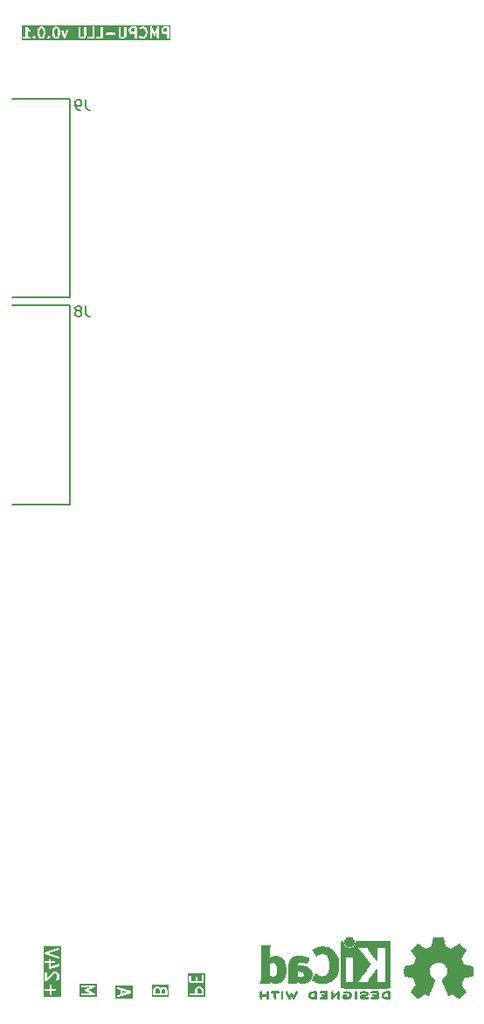
<source format=gbr>
%TF.GenerationSoftware,KiCad,Pcbnew,9.0.2*%
%TF.CreationDate,2025-05-30T08:39:38+03:00*%
%TF.ProjectId,PMCPU-LLU,504d4350-552d-44c4-9c55-2e6b69636164,rev?*%
%TF.SameCoordinates,Original*%
%TF.FileFunction,Legend,Bot*%
%TF.FilePolarity,Positive*%
%FSLAX46Y46*%
G04 Gerber Fmt 4.6, Leading zero omitted, Abs format (unit mm)*
G04 Created by KiCad (PCBNEW 9.0.2) date 2025-05-30 08:39:38*
%MOMM*%
%LPD*%
G01*
G04 APERTURE LIST*
%ADD10C,0.200000*%
%ADD11C,0.150000*%
%ADD12C,0.152400*%
%ADD13C,0.010000*%
G04 APERTURE END LIST*
D10*
G36*
X-29880040Y46417976D02*
G01*
X-29855371Y46393308D01*
X-29819918Y46322401D01*
X-29777947Y46154520D01*
X-29777947Y45941044D01*
X-29819918Y45773163D01*
X-29855371Y45702257D01*
X-29880040Y45677587D01*
X-29939649Y45647781D01*
X-29987673Y45647781D01*
X-30047283Y45677586D01*
X-30071950Y45702254D01*
X-30107405Y45773163D01*
X-30149375Y45941044D01*
X-30149375Y46154519D01*
X-30107405Y46322401D01*
X-30071951Y46393308D01*
X-30047283Y46417977D01*
X-29987673Y46447781D01*
X-29939649Y46447781D01*
X-29880040Y46417976D01*
G37*
G36*
X-28451469Y46417976D02*
G01*
X-28426800Y46393308D01*
X-28391347Y46322401D01*
X-28349376Y46154520D01*
X-28349376Y45941044D01*
X-28391347Y45773163D01*
X-28426800Y45702257D01*
X-28451469Y45677587D01*
X-28511078Y45647781D01*
X-28559102Y45647781D01*
X-28618712Y45677586D01*
X-28643379Y45702254D01*
X-28678834Y45773163D01*
X-28720804Y45941044D01*
X-28720804Y46154519D01*
X-28678834Y46322401D01*
X-28643380Y46393308D01*
X-28618712Y46417977D01*
X-28559102Y46447781D01*
X-28511078Y46447781D01*
X-28451469Y46417976D01*
G37*
G36*
X-20920804Y46123972D02*
G01*
X-21178149Y46123972D01*
X-21237759Y46153777D01*
X-21262427Y46178446D01*
X-21292232Y46238056D01*
X-21292232Y46333698D01*
X-21262427Y46393308D01*
X-21237759Y46417977D01*
X-21178149Y46447781D01*
X-20920804Y46447781D01*
X-20920804Y46123972D01*
G37*
G36*
X-17777947Y46123972D02*
G01*
X-18035292Y46123972D01*
X-18094902Y46153777D01*
X-18119570Y46178446D01*
X-18149375Y46238056D01*
X-18149375Y46333698D01*
X-18119570Y46393308D01*
X-18094902Y46417977D01*
X-18035292Y46447781D01*
X-17777947Y46447781D01*
X-17777947Y46123972D01*
G37*
G36*
X-17466836Y45336670D02*
G01*
X-31887136Y45336670D01*
X-31887136Y45567290D01*
X-31776025Y45567290D01*
X-31776025Y45528272D01*
X-31761093Y45492224D01*
X-31733503Y45464634D01*
X-31697455Y45449702D01*
X-31677946Y45447781D01*
X-31106518Y45447781D01*
X-31087009Y45449702D01*
X-31050961Y45464634D01*
X-31023371Y45492224D01*
X-31008439Y45528272D01*
X-31008439Y45567290D01*
X-31023371Y45603338D01*
X-31034942Y45614909D01*
X-30823645Y45614909D01*
X-30823645Y45575891D01*
X-30818055Y45562396D01*
X-30808713Y45539842D01*
X-30808709Y45539838D01*
X-30796277Y45524689D01*
X-30748658Y45477071D01*
X-30733505Y45464634D01*
X-30727092Y45461978D01*
X-30697456Y45449702D01*
X-30658438Y45449702D01*
X-30622390Y45464634D01*
X-30607236Y45477070D01*
X-30559618Y45524689D01*
X-30547181Y45539842D01*
X-30540429Y45556144D01*
X-30532250Y45575890D01*
X-30532249Y45614908D01*
X-30547180Y45650957D01*
X-30559617Y45666110D01*
X-30607236Y45713730D01*
X-30622389Y45726167D01*
X-30642881Y45734655D01*
X-30647017Y45736368D01*
X-30658438Y45741099D01*
X-30697456Y45741099D01*
X-30708014Y45736726D01*
X-30733504Y45726168D01*
X-30733505Y45726167D01*
X-30748659Y45713730D01*
X-30796277Y45666110D01*
X-30808714Y45650957D01*
X-30817673Y45629327D01*
X-30823645Y45614909D01*
X-31034942Y45614909D01*
X-31050961Y45630928D01*
X-31087009Y45645860D01*
X-31106518Y45647781D01*
X-31292232Y45647781D01*
X-31292232Y46258740D01*
X-31272467Y46238975D01*
X-31264801Y46232684D01*
X-31263068Y46230686D01*
X-31260057Y46228791D01*
X-31257313Y46226539D01*
X-31254876Y46225530D01*
X-31246477Y46220243D01*
X-31151240Y46172624D01*
X-31132931Y46165618D01*
X-31094011Y46162852D01*
X-31082080Y46166829D01*
X-30349375Y46166829D01*
X-30349375Y45928734D01*
X-30349040Y45925332D01*
X-30349257Y45923873D01*
X-30348178Y45916576D01*
X-30347454Y45909225D01*
X-30346890Y45907862D01*
X-30346389Y45904480D01*
X-30298770Y45714005D01*
X-30298257Y45712568D01*
X-30298205Y45711845D01*
X-30295097Y45703721D01*
X-30292175Y45695544D01*
X-30291745Y45694964D01*
X-30291199Y45693537D01*
X-30243580Y45598299D01*
X-30238297Y45589907D01*
X-30237285Y45587463D01*
X-30235029Y45584714D01*
X-30233137Y45581709D01*
X-30231143Y45579980D01*
X-30224848Y45572310D01*
X-30177230Y45524690D01*
X-30169562Y45518397D01*
X-30167830Y45516400D01*
X-30164822Y45514507D01*
X-30162076Y45512253D01*
X-30159636Y45511243D01*
X-30151239Y45505957D01*
X-30056002Y45458338D01*
X-30037693Y45451332D01*
X-30034110Y45451078D01*
X-30030789Y45449702D01*
X-30011280Y45447781D01*
X-29916042Y45447781D01*
X-29896533Y45449702D01*
X-29893213Y45451078D01*
X-29889629Y45451332D01*
X-29871321Y45458338D01*
X-29776083Y45505957D01*
X-29767688Y45511242D01*
X-29765246Y45512253D01*
X-29762499Y45514509D01*
X-29759493Y45516400D01*
X-29757763Y45518395D01*
X-29750093Y45524690D01*
X-29702474Y45572310D01*
X-29696182Y45579977D01*
X-29694185Y45581708D01*
X-29692292Y45584716D01*
X-29690037Y45587463D01*
X-29689026Y45589905D01*
X-29683742Y45598299D01*
X-29675437Y45614909D01*
X-29395074Y45614909D01*
X-29395074Y45575891D01*
X-29389484Y45562396D01*
X-29380142Y45539842D01*
X-29380138Y45539838D01*
X-29367706Y45524689D01*
X-29320087Y45477071D01*
X-29304934Y45464634D01*
X-29298521Y45461978D01*
X-29268885Y45449702D01*
X-29229867Y45449702D01*
X-29193819Y45464634D01*
X-29178665Y45477070D01*
X-29131047Y45524689D01*
X-29118610Y45539842D01*
X-29111858Y45556144D01*
X-29103679Y45575890D01*
X-29103678Y45614908D01*
X-29118609Y45650957D01*
X-29131046Y45666110D01*
X-29178665Y45713730D01*
X-29193818Y45726167D01*
X-29214310Y45734655D01*
X-29218446Y45736368D01*
X-29229867Y45741099D01*
X-29268885Y45741099D01*
X-29279443Y45736726D01*
X-29304933Y45726168D01*
X-29304934Y45726167D01*
X-29320088Y45713730D01*
X-29367706Y45666110D01*
X-29380143Y45650957D01*
X-29389102Y45629327D01*
X-29395074Y45614909D01*
X-29675437Y45614909D01*
X-29636123Y45693536D01*
X-29635577Y45694965D01*
X-29635147Y45695544D01*
X-29632226Y45703721D01*
X-29629117Y45711845D01*
X-29629066Y45712566D01*
X-29628552Y45714004D01*
X-29580933Y45904480D01*
X-29580433Y45907862D01*
X-29579868Y45909225D01*
X-29579145Y45916576D01*
X-29578065Y45923873D01*
X-29578283Y45925332D01*
X-29577947Y45928734D01*
X-29577947Y46166829D01*
X-28920804Y46166829D01*
X-28920804Y45928734D01*
X-28920469Y45925332D01*
X-28920686Y45923873D01*
X-28919607Y45916576D01*
X-28918883Y45909225D01*
X-28918319Y45907862D01*
X-28917818Y45904480D01*
X-28870199Y45714005D01*
X-28869686Y45712568D01*
X-28869634Y45711845D01*
X-28866526Y45703721D01*
X-28863604Y45695544D01*
X-28863174Y45694964D01*
X-28862628Y45693537D01*
X-28815009Y45598299D01*
X-28809726Y45589907D01*
X-28808714Y45587463D01*
X-28806458Y45584714D01*
X-28804566Y45581709D01*
X-28802572Y45579980D01*
X-28796277Y45572310D01*
X-28748659Y45524690D01*
X-28740991Y45518397D01*
X-28739259Y45516400D01*
X-28736251Y45514507D01*
X-28733505Y45512253D01*
X-28731065Y45511243D01*
X-28722668Y45505957D01*
X-28627431Y45458338D01*
X-28609122Y45451332D01*
X-28605539Y45451078D01*
X-28602218Y45449702D01*
X-28582709Y45447781D01*
X-28487471Y45447781D01*
X-28467962Y45449702D01*
X-28464642Y45451078D01*
X-28461058Y45451332D01*
X-28442750Y45458338D01*
X-28347512Y45505957D01*
X-28339117Y45511242D01*
X-28336675Y45512253D01*
X-28333928Y45514509D01*
X-28330922Y45516400D01*
X-28329192Y45518395D01*
X-28321522Y45524690D01*
X-28273903Y45572310D01*
X-28267611Y45579977D01*
X-28265614Y45581708D01*
X-28263721Y45584716D01*
X-28261466Y45587463D01*
X-28260455Y45589905D01*
X-28255171Y45598299D01*
X-28207552Y45693536D01*
X-28207006Y45694965D01*
X-28206576Y45695544D01*
X-28203655Y45703721D01*
X-28200546Y45711845D01*
X-28200495Y45712566D01*
X-28199981Y45714004D01*
X-28152362Y45904480D01*
X-28151862Y45907862D01*
X-28151297Y45909225D01*
X-28150574Y45916576D01*
X-28149494Y45923873D01*
X-28149712Y45925332D01*
X-28149376Y45928734D01*
X-28149376Y46166829D01*
X-28149712Y46170232D01*
X-28149494Y46171690D01*
X-28150574Y46178988D01*
X-28151297Y46186338D01*
X-28151862Y46187702D01*
X-28152362Y46191083D01*
X-28154550Y46199833D01*
X-28014969Y46199833D01*
X-28010216Y46180814D01*
X-27772121Y45514148D01*
X-27763751Y45496421D01*
X-27760381Y45492699D01*
X-27758233Y45488164D01*
X-27747382Y45478341D01*
X-27737564Y45467496D01*
X-27733032Y45465349D01*
X-27729307Y45461977D01*
X-27715517Y45457053D01*
X-27702302Y45450792D01*
X-27697292Y45450543D01*
X-27692562Y45448854D01*
X-27677941Y45449582D01*
X-27663332Y45448855D01*
X-27658607Y45450543D01*
X-27653592Y45450792D01*
X-27640366Y45457058D01*
X-27626587Y45461978D01*
X-27622867Y45465347D01*
X-27618330Y45467495D01*
X-27608508Y45478346D01*
X-27597661Y45488164D01*
X-27595514Y45492699D01*
X-27592143Y45496421D01*
X-27583773Y45514147D01*
X-27345678Y46180814D01*
X-27340925Y46199833D01*
X-27342863Y46238803D01*
X-27359566Y46274065D01*
X-27388492Y46300251D01*
X-27425237Y46313374D01*
X-27464207Y46311437D01*
X-27499469Y46294733D01*
X-27525656Y46265808D01*
X-27534026Y46248081D01*
X-27677947Y45845103D01*
X-27821868Y46248082D01*
X-27830238Y46265808D01*
X-27856425Y46294734D01*
X-27891687Y46311437D01*
X-27930657Y46313375D01*
X-27967402Y46300252D01*
X-27996328Y46274065D01*
X-28013031Y46238803D01*
X-28014969Y46199833D01*
X-28154550Y46199833D01*
X-28199981Y46381559D01*
X-28200495Y46382998D01*
X-28200546Y46383718D01*
X-28203655Y46391843D01*
X-28206576Y46400019D01*
X-28207006Y46400599D01*
X-28207552Y46402027D01*
X-28255171Y46497264D01*
X-28260457Y46505661D01*
X-28261467Y46508101D01*
X-28263721Y46510847D01*
X-28265614Y46513855D01*
X-28267612Y46515588D01*
X-28273904Y46523254D01*
X-28298430Y46547781D01*
X-26396994Y46547781D01*
X-26396994Y45738258D01*
X-26395073Y45718749D01*
X-26393698Y45715429D01*
X-26393443Y45711845D01*
X-26386437Y45693537D01*
X-26338818Y45598299D01*
X-26333535Y45589907D01*
X-26332523Y45587463D01*
X-26330267Y45584714D01*
X-26328375Y45581709D01*
X-26326381Y45579980D01*
X-26320086Y45572310D01*
X-26272468Y45524690D01*
X-26264800Y45518397D01*
X-26263068Y45516400D01*
X-26260060Y45514507D01*
X-26257314Y45512253D01*
X-26254874Y45511243D01*
X-26246477Y45505957D01*
X-26151240Y45458338D01*
X-26132931Y45451332D01*
X-26129348Y45451078D01*
X-26126027Y45449702D01*
X-26106518Y45447781D01*
X-25916042Y45447781D01*
X-25896533Y45449702D01*
X-25893213Y45451078D01*
X-25889629Y45451332D01*
X-25871321Y45458338D01*
X-25776083Y45505957D01*
X-25767688Y45511242D01*
X-25765246Y45512253D01*
X-25762499Y45514509D01*
X-25759493Y45516400D01*
X-25757763Y45518395D01*
X-25750093Y45524690D01*
X-25707494Y45567290D01*
X-25490311Y45567290D01*
X-25490311Y45528272D01*
X-25475379Y45492224D01*
X-25447789Y45464634D01*
X-25411741Y45449702D01*
X-25392232Y45447781D01*
X-24916042Y45447781D01*
X-24896533Y45449702D01*
X-24860485Y45464634D01*
X-24832895Y45492224D01*
X-24817963Y45528272D01*
X-24816042Y45547781D01*
X-24816042Y45567290D01*
X-24680787Y45567290D01*
X-24680787Y45528272D01*
X-24665855Y45492224D01*
X-24638265Y45464634D01*
X-24602217Y45449702D01*
X-24582708Y45447781D01*
X-24106518Y45447781D01*
X-24087009Y45449702D01*
X-24050961Y45464634D01*
X-24023371Y45492224D01*
X-24008439Y45528272D01*
X-24006518Y45547781D01*
X-24006518Y45948243D01*
X-23728406Y45948243D01*
X-23728406Y45909225D01*
X-23713474Y45873177D01*
X-23685884Y45845587D01*
X-23649836Y45830655D01*
X-23630327Y45828734D01*
X-22868423Y45828734D01*
X-22848914Y45830655D01*
X-22812866Y45845587D01*
X-22785276Y45873177D01*
X-22770344Y45909225D01*
X-22770344Y45948243D01*
X-22785276Y45984291D01*
X-22812866Y46011881D01*
X-22848914Y46026813D01*
X-22868423Y46028734D01*
X-23630327Y46028734D01*
X-23649836Y46026813D01*
X-23685884Y46011881D01*
X-23713474Y45984291D01*
X-23728406Y45948243D01*
X-24006518Y45948243D01*
X-24006518Y46547781D01*
X-22492232Y46547781D01*
X-22492232Y45738258D01*
X-22490311Y45718749D01*
X-22488936Y45715429D01*
X-22488681Y45711845D01*
X-22481675Y45693537D01*
X-22434056Y45598299D01*
X-22428773Y45589907D01*
X-22427761Y45587463D01*
X-22425505Y45584714D01*
X-22423613Y45581709D01*
X-22421619Y45579980D01*
X-22415324Y45572310D01*
X-22367706Y45524690D01*
X-22360038Y45518397D01*
X-22358306Y45516400D01*
X-22355298Y45514507D01*
X-22352552Y45512253D01*
X-22350112Y45511243D01*
X-22341715Y45505957D01*
X-22246478Y45458338D01*
X-22228169Y45451332D01*
X-22224586Y45451078D01*
X-22221265Y45449702D01*
X-22201756Y45447781D01*
X-22011280Y45447781D01*
X-21991771Y45449702D01*
X-21988451Y45451078D01*
X-21984867Y45451332D01*
X-21966559Y45458338D01*
X-21871321Y45505957D01*
X-21862926Y45511242D01*
X-21860484Y45512253D01*
X-21857737Y45514509D01*
X-21854731Y45516400D01*
X-21853001Y45518395D01*
X-21845331Y45524690D01*
X-21797712Y45572310D01*
X-21791420Y45579977D01*
X-21789423Y45581708D01*
X-21787530Y45584716D01*
X-21785275Y45587463D01*
X-21784264Y45589905D01*
X-21778980Y45598299D01*
X-21731361Y45693536D01*
X-21724355Y45711845D01*
X-21724101Y45715429D01*
X-21722725Y45718749D01*
X-21720804Y45738258D01*
X-21720804Y46357305D01*
X-21492232Y46357305D01*
X-21492232Y46214448D01*
X-21490311Y46194939D01*
X-21488936Y46191619D01*
X-21488681Y46188035D01*
X-21481675Y46169727D01*
X-21434056Y46074489D01*
X-21428771Y46066093D01*
X-21427760Y46063653D01*
X-21425507Y46060907D01*
X-21423613Y46057899D01*
X-21421619Y46056170D01*
X-21415324Y46048499D01*
X-21367705Y46000881D01*
X-21360039Y45994589D01*
X-21358306Y45992591D01*
X-21355298Y45990698D01*
X-21352552Y45988444D01*
X-21350112Y45987434D01*
X-21341715Y45982148D01*
X-21246478Y45934529D01*
X-21228169Y45927523D01*
X-21224586Y45927269D01*
X-21221265Y45925893D01*
X-21201756Y45923972D01*
X-20920804Y45923972D01*
X-20920804Y45547781D01*
X-20918883Y45528272D01*
X-20903951Y45492224D01*
X-20876361Y45464634D01*
X-20840313Y45449702D01*
X-20801295Y45449702D01*
X-20765247Y45464634D01*
X-20737657Y45492224D01*
X-20722725Y45528272D01*
X-20720804Y45547781D01*
X-20720804Y46472052D01*
X-20490311Y46472052D01*
X-20490311Y46433034D01*
X-20475379Y46396986D01*
X-20447789Y46369396D01*
X-20411741Y46354464D01*
X-20372723Y46354464D01*
X-20336675Y46369396D01*
X-20321521Y46381832D01*
X-20290595Y46412760D01*
X-20185530Y46447781D01*
X-20122745Y46447781D01*
X-20017681Y46412760D01*
X-19950608Y46345687D01*
X-19915156Y46274782D01*
X-19873185Y46106901D01*
X-19873185Y45988663D01*
X-19915156Y45820782D01*
X-19950609Y45749876D01*
X-20017680Y45682803D01*
X-20122745Y45647781D01*
X-20185530Y45647781D01*
X-20290595Y45682803D01*
X-20321521Y45713730D01*
X-20336674Y45726167D01*
X-20372722Y45741098D01*
X-20411740Y45741099D01*
X-20447789Y45726168D01*
X-20475379Y45698578D01*
X-20490310Y45662530D01*
X-20490311Y45623512D01*
X-20475380Y45587463D01*
X-20462943Y45572310D01*
X-20415325Y45524690D01*
X-20400171Y45512253D01*
X-20396852Y45510878D01*
X-20394136Y45508523D01*
X-20376236Y45500532D01*
X-20233379Y45452913D01*
X-20223707Y45450714D01*
X-20221265Y45449702D01*
X-20217728Y45449354D01*
X-20214264Y45448566D01*
X-20211630Y45448754D01*
X-20201756Y45447781D01*
X-20106518Y45447781D01*
X-20096645Y45448754D01*
X-20094011Y45448566D01*
X-20090548Y45449354D01*
X-20087009Y45449702D01*
X-20084567Y45450714D01*
X-20074895Y45452913D01*
X-19932039Y45500532D01*
X-19914138Y45508523D01*
X-19911423Y45510878D01*
X-19908103Y45512253D01*
X-19892950Y45524690D01*
X-19797712Y45619929D01*
X-19791420Y45627596D01*
X-19789423Y45629327D01*
X-19787530Y45632335D01*
X-19785275Y45635082D01*
X-19784264Y45637524D01*
X-19778980Y45645918D01*
X-19731361Y45741155D01*
X-19730815Y45742584D01*
X-19730385Y45743163D01*
X-19727464Y45751340D01*
X-19724355Y45759464D01*
X-19724304Y45760185D01*
X-19723790Y45761623D01*
X-19676171Y45952099D01*
X-19675671Y45955481D01*
X-19675106Y45956844D01*
X-19674383Y45964195D01*
X-19673303Y45971492D01*
X-19673521Y45972951D01*
X-19673185Y45976353D01*
X-19673185Y46119210D01*
X-19673521Y46122613D01*
X-19673303Y46124071D01*
X-19674383Y46131369D01*
X-19675106Y46138719D01*
X-19675671Y46140083D01*
X-19676171Y46143464D01*
X-19723790Y46333940D01*
X-19724304Y46335379D01*
X-19724355Y46336099D01*
X-19727464Y46344224D01*
X-19730385Y46352400D01*
X-19730815Y46352980D01*
X-19731361Y46354408D01*
X-19778980Y46449645D01*
X-19784267Y46458044D01*
X-19785276Y46460481D01*
X-19787528Y46463225D01*
X-19789423Y46466236D01*
X-19791421Y46467969D01*
X-19797712Y46475635D01*
X-19869858Y46547781D01*
X-19444613Y46547781D01*
X-19444613Y45547781D01*
X-19442692Y45528272D01*
X-19427760Y45492224D01*
X-19400170Y45464634D01*
X-19364122Y45449702D01*
X-19325104Y45449702D01*
X-19289056Y45464634D01*
X-19261466Y45492224D01*
X-19246534Y45528272D01*
X-19244613Y45547781D01*
X-19244613Y46097025D01*
X-19101898Y45791207D01*
X-19097666Y45784062D01*
X-19096786Y45781644D01*
X-19095221Y45779935D01*
X-19091907Y45774341D01*
X-19080697Y45764075D01*
X-19070435Y45752869D01*
X-19066410Y45750991D01*
X-19063132Y45747989D01*
X-19048850Y45742796D01*
X-19035077Y45736368D01*
X-19030638Y45736173D01*
X-19026463Y45734655D01*
X-19011280Y45735323D01*
X-18996097Y45734655D01*
X-18991924Y45736173D01*
X-18987482Y45736368D01*
X-18973698Y45742801D01*
X-18959428Y45747990D01*
X-18956155Y45750988D01*
X-18952125Y45752868D01*
X-18941856Y45764083D01*
X-18930653Y45774341D01*
X-18927342Y45779932D01*
X-18925773Y45781644D01*
X-18924893Y45784066D01*
X-18920662Y45791207D01*
X-18777947Y46097026D01*
X-18777947Y45547781D01*
X-18776026Y45528272D01*
X-18761094Y45492224D01*
X-18733504Y45464634D01*
X-18697456Y45449702D01*
X-18658438Y45449702D01*
X-18622390Y45464634D01*
X-18594800Y45492224D01*
X-18579868Y45528272D01*
X-18577947Y45547781D01*
X-18577947Y46357305D01*
X-18349375Y46357305D01*
X-18349375Y46214448D01*
X-18347454Y46194939D01*
X-18346079Y46191619D01*
X-18345824Y46188035D01*
X-18338818Y46169727D01*
X-18291199Y46074489D01*
X-18285914Y46066093D01*
X-18284903Y46063653D01*
X-18282650Y46060907D01*
X-18280756Y46057899D01*
X-18278762Y46056170D01*
X-18272467Y46048499D01*
X-18224848Y46000881D01*
X-18217182Y45994589D01*
X-18215449Y45992591D01*
X-18212441Y45990698D01*
X-18209695Y45988444D01*
X-18207255Y45987434D01*
X-18198858Y45982148D01*
X-18103621Y45934529D01*
X-18085312Y45927523D01*
X-18081729Y45927269D01*
X-18078408Y45925893D01*
X-18058899Y45923972D01*
X-17777947Y45923972D01*
X-17777947Y45547781D01*
X-17776026Y45528272D01*
X-17761094Y45492224D01*
X-17733504Y45464634D01*
X-17697456Y45449702D01*
X-17658438Y45449702D01*
X-17622390Y45464634D01*
X-17594800Y45492224D01*
X-17579868Y45528272D01*
X-17577947Y45547781D01*
X-17577947Y46547781D01*
X-17579868Y46567290D01*
X-17594800Y46603338D01*
X-17622390Y46630928D01*
X-17658438Y46645860D01*
X-17677947Y46647781D01*
X-18058899Y46647781D01*
X-18078408Y46645860D01*
X-18081729Y46644485D01*
X-18085312Y46644230D01*
X-18103621Y46637224D01*
X-18198858Y46589605D01*
X-18207255Y46584320D01*
X-18209695Y46583309D01*
X-18212441Y46581056D01*
X-18215449Y46579162D01*
X-18217182Y46577165D01*
X-18224848Y46570872D01*
X-18272467Y46523254D01*
X-18278762Y46515584D01*
X-18280756Y46513854D01*
X-18282650Y46510847D01*
X-18284903Y46508100D01*
X-18285914Y46505661D01*
X-18291199Y46497264D01*
X-18338818Y46402026D01*
X-18345824Y46383718D01*
X-18346079Y46380135D01*
X-18347454Y46376814D01*
X-18349375Y46357305D01*
X-18577947Y46357305D01*
X-18577947Y46547781D01*
X-18579210Y46560605D01*
X-18579106Y46562964D01*
X-18579567Y46564232D01*
X-18579868Y46567290D01*
X-18586509Y46583321D01*
X-18592440Y46599633D01*
X-18593947Y46601279D01*
X-18594800Y46603338D01*
X-18607062Y46615600D01*
X-18618792Y46628409D01*
X-18620816Y46629354D01*
X-18622390Y46630928D01*
X-18638406Y46637563D01*
X-18654149Y46644909D01*
X-18656379Y46645007D01*
X-18658438Y46645860D01*
X-18675790Y46645860D01*
X-18693130Y46646622D01*
X-18695226Y46645860D01*
X-18697456Y46645860D01*
X-18713487Y46639220D01*
X-18729799Y46633288D01*
X-18731445Y46631782D01*
X-18733504Y46630928D01*
X-18745772Y46618661D01*
X-18758574Y46606936D01*
X-18760141Y46604292D01*
X-18761094Y46603338D01*
X-18761998Y46601157D01*
X-18768565Y46590070D01*
X-19011281Y46069967D01*
X-19253995Y46590070D01*
X-19260563Y46601157D01*
X-19261466Y46603338D01*
X-19262420Y46604292D01*
X-19263986Y46606936D01*
X-19276783Y46618655D01*
X-19289056Y46630928D01*
X-19291118Y46631782D01*
X-19292761Y46633287D01*
X-19309063Y46639216D01*
X-19325104Y46645860D01*
X-19327335Y46645860D01*
X-19329430Y46646622D01*
X-19346770Y46645860D01*
X-19364122Y46645860D01*
X-19366182Y46645007D01*
X-19368410Y46644909D01*
X-19384141Y46637568D01*
X-19400170Y46630928D01*
X-19401747Y46629352D01*
X-19403768Y46628408D01*
X-19415487Y46615612D01*
X-19427760Y46603338D01*
X-19428614Y46601277D01*
X-19430119Y46599633D01*
X-19436048Y46583332D01*
X-19442692Y46567290D01*
X-19442994Y46564232D01*
X-19443454Y46562964D01*
X-19443351Y46560605D01*
X-19444613Y46547781D01*
X-19869858Y46547781D01*
X-19892950Y46570873D01*
X-19908104Y46583309D01*
X-19911423Y46584684D01*
X-19914138Y46587039D01*
X-19932039Y46595030D01*
X-20074895Y46642649D01*
X-20084567Y46644849D01*
X-20087009Y46645860D01*
X-20090548Y46646209D01*
X-20094011Y46646996D01*
X-20096645Y46646809D01*
X-20106518Y46647781D01*
X-20201756Y46647781D01*
X-20211630Y46646809D01*
X-20214264Y46646996D01*
X-20217728Y46646209D01*
X-20221265Y46645860D01*
X-20223707Y46644849D01*
X-20233379Y46642649D01*
X-20376236Y46595030D01*
X-20394136Y46587039D01*
X-20396852Y46584684D01*
X-20400171Y46583309D01*
X-20415324Y46570872D01*
X-20462943Y46523254D01*
X-20475379Y46508100D01*
X-20490311Y46472052D01*
X-20720804Y46472052D01*
X-20720804Y46547781D01*
X-20722725Y46567290D01*
X-20737657Y46603338D01*
X-20765247Y46630928D01*
X-20801295Y46645860D01*
X-20820804Y46647781D01*
X-21201756Y46647781D01*
X-21221265Y46645860D01*
X-21224586Y46644485D01*
X-21228169Y46644230D01*
X-21246478Y46637224D01*
X-21341715Y46589605D01*
X-21350112Y46584320D01*
X-21352552Y46583309D01*
X-21355298Y46581056D01*
X-21358306Y46579162D01*
X-21360039Y46577165D01*
X-21367705Y46570872D01*
X-21415324Y46523254D01*
X-21421619Y46515584D01*
X-21423613Y46513854D01*
X-21425507Y46510847D01*
X-21427760Y46508100D01*
X-21428771Y46505661D01*
X-21434056Y46497264D01*
X-21481675Y46402026D01*
X-21488681Y46383718D01*
X-21488936Y46380135D01*
X-21490311Y46376814D01*
X-21492232Y46357305D01*
X-21720804Y46357305D01*
X-21720804Y46547781D01*
X-21722725Y46567290D01*
X-21737657Y46603338D01*
X-21765247Y46630928D01*
X-21801295Y46645860D01*
X-21840313Y46645860D01*
X-21876361Y46630928D01*
X-21903951Y46603338D01*
X-21918883Y46567290D01*
X-21920804Y46547781D01*
X-21920804Y45761865D01*
X-21950609Y45702257D01*
X-21975278Y45677587D01*
X-22034887Y45647781D01*
X-22178149Y45647781D01*
X-22237759Y45677586D01*
X-22262426Y45702254D01*
X-22292232Y45761866D01*
X-22292232Y46547781D01*
X-22294153Y46567290D01*
X-22309085Y46603338D01*
X-22336675Y46630928D01*
X-22372723Y46645860D01*
X-22411741Y46645860D01*
X-22447789Y46630928D01*
X-22475379Y46603338D01*
X-22490311Y46567290D01*
X-22492232Y46547781D01*
X-24006518Y46547781D01*
X-24008439Y46567290D01*
X-24023371Y46603338D01*
X-24050961Y46630928D01*
X-24087009Y46645860D01*
X-24126027Y46645860D01*
X-24162075Y46630928D01*
X-24189665Y46603338D01*
X-24204597Y46567290D01*
X-24206518Y46547781D01*
X-24206518Y45647781D01*
X-24582708Y45647781D01*
X-24602217Y45645860D01*
X-24638265Y45630928D01*
X-24665855Y45603338D01*
X-24680787Y45567290D01*
X-24816042Y45567290D01*
X-24816042Y46547781D01*
X-24817963Y46567290D01*
X-24832895Y46603338D01*
X-24860485Y46630928D01*
X-24896533Y46645860D01*
X-24935551Y46645860D01*
X-24971599Y46630928D01*
X-24999189Y46603338D01*
X-25014121Y46567290D01*
X-25016042Y46547781D01*
X-25016042Y45647781D01*
X-25392232Y45647781D01*
X-25411741Y45645860D01*
X-25447789Y45630928D01*
X-25475379Y45603338D01*
X-25490311Y45567290D01*
X-25707494Y45567290D01*
X-25702474Y45572310D01*
X-25696182Y45579977D01*
X-25694185Y45581708D01*
X-25692292Y45584716D01*
X-25690037Y45587463D01*
X-25689026Y45589905D01*
X-25683742Y45598299D01*
X-25636123Y45693536D01*
X-25629117Y45711845D01*
X-25628863Y45715429D01*
X-25627487Y45718749D01*
X-25625566Y45738258D01*
X-25625566Y46547781D01*
X-25627487Y46567290D01*
X-25642419Y46603338D01*
X-25670009Y46630928D01*
X-25706057Y46645860D01*
X-25745075Y46645860D01*
X-25781123Y46630928D01*
X-25808713Y46603338D01*
X-25823645Y46567290D01*
X-25825566Y46547781D01*
X-25825566Y45761865D01*
X-25855371Y45702257D01*
X-25880040Y45677587D01*
X-25939649Y45647781D01*
X-26082911Y45647781D01*
X-26142521Y45677586D01*
X-26167188Y45702254D01*
X-26196994Y45761866D01*
X-26196994Y46547781D01*
X-26198915Y46567290D01*
X-26213847Y46603338D01*
X-26241437Y46630928D01*
X-26277485Y46645860D01*
X-26316503Y46645860D01*
X-26352551Y46630928D01*
X-26380141Y46603338D01*
X-26395073Y46567290D01*
X-26396994Y46547781D01*
X-28298430Y46547781D01*
X-28321522Y46570873D01*
X-28329193Y46577168D01*
X-28330922Y46579162D01*
X-28333930Y46581056D01*
X-28336676Y46583309D01*
X-28339116Y46584320D01*
X-28347512Y46589605D01*
X-28442750Y46637224D01*
X-28461058Y46644230D01*
X-28464642Y46644485D01*
X-28467962Y46645860D01*
X-28487471Y46647781D01*
X-28582709Y46647781D01*
X-28602218Y46645860D01*
X-28605539Y46644485D01*
X-28609122Y46644230D01*
X-28627431Y46637224D01*
X-28722668Y46589605D01*
X-28731065Y46584320D01*
X-28733505Y46583309D01*
X-28736251Y46581056D01*
X-28739259Y46579162D01*
X-28740992Y46577165D01*
X-28748658Y46570872D01*
X-28796277Y46523254D01*
X-28802572Y46515584D01*
X-28804566Y46513854D01*
X-28806460Y46510847D01*
X-28808713Y46508100D01*
X-28809724Y46505661D01*
X-28815009Y46497264D01*
X-28862628Y46402026D01*
X-28863174Y46400600D01*
X-28863604Y46400019D01*
X-28866526Y46391843D01*
X-28869634Y46383718D01*
X-28869686Y46382996D01*
X-28870199Y46381558D01*
X-28917818Y46191083D01*
X-28918319Y46187702D01*
X-28918883Y46186338D01*
X-28919607Y46178988D01*
X-28920686Y46171690D01*
X-28920469Y46170232D01*
X-28920804Y46166829D01*
X-29577947Y46166829D01*
X-29578283Y46170232D01*
X-29578065Y46171690D01*
X-29579145Y46178988D01*
X-29579868Y46186338D01*
X-29580433Y46187702D01*
X-29580933Y46191083D01*
X-29628552Y46381559D01*
X-29629066Y46382998D01*
X-29629117Y46383718D01*
X-29632226Y46391843D01*
X-29635147Y46400019D01*
X-29635577Y46400599D01*
X-29636123Y46402027D01*
X-29683742Y46497264D01*
X-29689028Y46505661D01*
X-29690038Y46508101D01*
X-29692292Y46510847D01*
X-29694185Y46513855D01*
X-29696183Y46515588D01*
X-29702475Y46523254D01*
X-29750093Y46570873D01*
X-29757764Y46577168D01*
X-29759493Y46579162D01*
X-29762501Y46581056D01*
X-29765247Y46583309D01*
X-29767687Y46584320D01*
X-29776083Y46589605D01*
X-29871321Y46637224D01*
X-29889629Y46644230D01*
X-29893213Y46644485D01*
X-29896533Y46645860D01*
X-29916042Y46647781D01*
X-30011280Y46647781D01*
X-30030789Y46645860D01*
X-30034110Y46644485D01*
X-30037693Y46644230D01*
X-30056002Y46637224D01*
X-30151239Y46589605D01*
X-30159636Y46584320D01*
X-30162076Y46583309D01*
X-30164822Y46581056D01*
X-30167830Y46579162D01*
X-30169563Y46577165D01*
X-30177229Y46570872D01*
X-30224848Y46523254D01*
X-30231143Y46515584D01*
X-30233137Y46513854D01*
X-30235031Y46510847D01*
X-30237284Y46508100D01*
X-30238295Y46505661D01*
X-30243580Y46497264D01*
X-30291199Y46402026D01*
X-30291745Y46400600D01*
X-30292175Y46400019D01*
X-30295097Y46391843D01*
X-30298205Y46383718D01*
X-30298257Y46382996D01*
X-30298770Y46381558D01*
X-30346389Y46191083D01*
X-30346890Y46187702D01*
X-30347454Y46186338D01*
X-30348178Y46178988D01*
X-30349257Y46171690D01*
X-30349040Y46170232D01*
X-30349375Y46166829D01*
X-31082080Y46166829D01*
X-31056995Y46175191D01*
X-31027518Y46200756D01*
X-31010069Y46235654D01*
X-31007304Y46274574D01*
X-31019642Y46311590D01*
X-31045207Y46341067D01*
X-31061797Y46351510D01*
X-31142519Y46391871D01*
X-31219283Y46468635D01*
X-31309027Y46603251D01*
X-31309072Y46603306D01*
X-31309085Y46603338D01*
X-31309159Y46603412D01*
X-31321447Y46618418D01*
X-31329676Y46623929D01*
X-31336675Y46630928D01*
X-31345727Y46634678D01*
X-31353867Y46640129D01*
X-31363575Y46642071D01*
X-31372723Y46645860D01*
X-31382522Y46645860D01*
X-31392127Y46647781D01*
X-31401838Y46645860D01*
X-31411741Y46645860D01*
X-31420794Y46642111D01*
X-31430404Y46640209D01*
X-31438643Y46634717D01*
X-31447789Y46630928D01*
X-31454716Y46624002D01*
X-31462869Y46618566D01*
X-31468380Y46610338D01*
X-31475379Y46603338D01*
X-31479129Y46594287D01*
X-31484580Y46586146D01*
X-31486522Y46576439D01*
X-31490311Y46567290D01*
X-31492212Y46547988D01*
X-31492232Y46547886D01*
X-31492226Y46547852D01*
X-31492232Y46547781D01*
X-31492232Y45647781D01*
X-31677946Y45647781D01*
X-31697455Y45645860D01*
X-31733503Y45630928D01*
X-31761093Y45603338D01*
X-31776025Y45567290D01*
X-31887136Y45567290D01*
X-31887136Y46758892D01*
X-17466836Y46758892D01*
X-17466836Y45336670D01*
G37*
G36*
X-21660970Y-46854136D02*
G01*
X-22101886Y-47001108D01*
X-22101886Y-46707164D01*
X-21660970Y-46854136D01*
G37*
G36*
X-21112195Y-47486684D02*
G01*
X-22777291Y-47486684D01*
X-22777291Y-46441629D01*
X-22643958Y-46441629D01*
X-22641192Y-46480549D01*
X-22623742Y-46515448D01*
X-22594266Y-46541013D01*
X-22576366Y-46549004D01*
X-22301886Y-46640497D01*
X-22301886Y-47067774D01*
X-22576366Y-47159268D01*
X-22594266Y-47167259D01*
X-22623742Y-47192824D01*
X-22641192Y-47227723D01*
X-22643958Y-47266643D01*
X-22631620Y-47303659D01*
X-22606055Y-47333135D01*
X-22571156Y-47350585D01*
X-22532236Y-47353351D01*
X-22513120Y-47349004D01*
X-21313120Y-46949004D01*
X-21295220Y-46941013D01*
X-21289820Y-46936328D01*
X-21283432Y-46933135D01*
X-21275219Y-46923665D01*
X-21265744Y-46915448D01*
X-21262550Y-46909058D01*
X-21257866Y-46903659D01*
X-21253901Y-46891761D01*
X-21248294Y-46880549D01*
X-21247788Y-46873421D01*
X-21245528Y-46866643D01*
X-21246417Y-46854136D01*
X-21245528Y-46841629D01*
X-21247788Y-46834850D01*
X-21248294Y-46827723D01*
X-21253901Y-46816510D01*
X-21257866Y-46804613D01*
X-21262550Y-46799213D01*
X-21265744Y-46792824D01*
X-21275219Y-46784606D01*
X-21283432Y-46775137D01*
X-21289820Y-46771943D01*
X-21295220Y-46767259D01*
X-21313120Y-46759268D01*
X-22513120Y-46359268D01*
X-22532236Y-46354921D01*
X-22571156Y-46357687D01*
X-22606055Y-46375137D01*
X-22631620Y-46404613D01*
X-22643958Y-46441629D01*
X-22777291Y-46441629D01*
X-22777291Y-46221588D01*
X-21112195Y-46221588D01*
X-21112195Y-47486684D01*
G37*
G36*
X-28055052Y-47314119D02*
G01*
X-29778076Y-47314119D01*
X-29778076Y-46606055D01*
X-29642822Y-46606055D01*
X-29642822Y-46645073D01*
X-29627890Y-46681121D01*
X-29600300Y-46708711D01*
X-29564252Y-46723643D01*
X-29544743Y-46725564D01*
X-29187600Y-46725564D01*
X-29187600Y-47082707D01*
X-29185679Y-47102216D01*
X-29170747Y-47138264D01*
X-29143157Y-47165854D01*
X-29107109Y-47180786D01*
X-29068091Y-47180786D01*
X-29032043Y-47165854D01*
X-29004453Y-47138264D01*
X-28989521Y-47102216D01*
X-28987600Y-47082707D01*
X-28987600Y-46725564D01*
X-28630458Y-46725564D01*
X-28610949Y-46723643D01*
X-28574901Y-46708711D01*
X-28547311Y-46681121D01*
X-28532379Y-46645073D01*
X-28532379Y-46606055D01*
X-28547311Y-46570007D01*
X-28574901Y-46542417D01*
X-28610949Y-46527485D01*
X-28630458Y-46525564D01*
X-28987600Y-46525564D01*
X-28987600Y-46168422D01*
X-28989521Y-46148913D01*
X-29004453Y-46112865D01*
X-29032043Y-46085275D01*
X-29068091Y-46070343D01*
X-29107109Y-46070343D01*
X-29143157Y-46085275D01*
X-29170747Y-46112865D01*
X-29185679Y-46148913D01*
X-29187600Y-46168422D01*
X-29187600Y-46525564D01*
X-29544743Y-46525564D01*
X-29564252Y-46527485D01*
X-29600300Y-46542417D01*
X-29627890Y-46570007D01*
X-29642822Y-46606055D01*
X-29778076Y-46606055D01*
X-29778076Y-44968422D01*
X-29644743Y-44968422D01*
X-29644743Y-45711279D01*
X-29642822Y-45730788D01*
X-29627890Y-45766836D01*
X-29600300Y-45794426D01*
X-29564252Y-45809358D01*
X-29525234Y-45809358D01*
X-29489186Y-45794426D01*
X-29474032Y-45781990D01*
X-28805010Y-45112967D01*
X-28671373Y-45068422D01*
X-28596922Y-45068422D01*
X-28518266Y-45107750D01*
X-28484073Y-45141942D01*
X-28444743Y-45220599D01*
X-28444743Y-45459101D01*
X-28484073Y-45537758D01*
X-28529740Y-45583425D01*
X-28542176Y-45598579D01*
X-28557108Y-45634627D01*
X-28557108Y-45673645D01*
X-28542176Y-45709693D01*
X-28514586Y-45737283D01*
X-28478538Y-45752215D01*
X-28439520Y-45752215D01*
X-28403472Y-45737283D01*
X-28388318Y-45724847D01*
X-28331176Y-45667704D01*
X-28324884Y-45660037D01*
X-28322886Y-45658305D01*
X-28320992Y-45655295D01*
X-28318739Y-45652551D01*
X-28317729Y-45650112D01*
X-28312443Y-45641715D01*
X-28255300Y-45527429D01*
X-28248294Y-45509121D01*
X-28248040Y-45505537D01*
X-28246664Y-45502217D01*
X-28244743Y-45482708D01*
X-28244743Y-45196993D01*
X-28246664Y-45177484D01*
X-28248040Y-45174163D01*
X-28248294Y-45170580D01*
X-28255300Y-45152272D01*
X-28312443Y-45037986D01*
X-28317729Y-45029588D01*
X-28318739Y-45027150D01*
X-28320992Y-45024405D01*
X-28322886Y-45021396D01*
X-28324884Y-45019663D01*
X-28331176Y-45011997D01*
X-28388318Y-44954854D01*
X-28395985Y-44948562D01*
X-28397717Y-44946565D01*
X-28400729Y-44944669D01*
X-28403472Y-44942418D01*
X-28405909Y-44941408D01*
X-28414307Y-44936122D01*
X-28528594Y-44878979D01*
X-28546902Y-44871973D01*
X-28550486Y-44871718D01*
X-28553806Y-44870343D01*
X-28573315Y-44868422D01*
X-28687600Y-44868422D01*
X-28697474Y-44869394D01*
X-28700107Y-44869207D01*
X-28703571Y-44869994D01*
X-28707109Y-44870343D01*
X-28709552Y-44871354D01*
X-28719223Y-44873554D01*
X-28890652Y-44930697D01*
X-28908552Y-44938688D01*
X-28911268Y-44941043D01*
X-28914586Y-44942418D01*
X-28929740Y-44954854D01*
X-29444743Y-45469857D01*
X-29444743Y-44968422D01*
X-29446664Y-44948913D01*
X-29461596Y-44912865D01*
X-29489186Y-44885275D01*
X-29525234Y-44870343D01*
X-29564252Y-44870343D01*
X-29600300Y-44885275D01*
X-29627890Y-44912865D01*
X-29642822Y-44948913D01*
X-29644743Y-44968422D01*
X-29778076Y-44968422D01*
X-29778076Y-43920342D01*
X-29642822Y-43920342D01*
X-29642822Y-43959360D01*
X-29627890Y-43995408D01*
X-29600300Y-44022998D01*
X-29564252Y-44037930D01*
X-29544743Y-44039851D01*
X-29244743Y-44039851D01*
X-29244743Y-44511279D01*
X-29243771Y-44521152D01*
X-29243958Y-44523786D01*
X-29243325Y-44525687D01*
X-29242822Y-44530788D01*
X-29236690Y-44545592D01*
X-29231620Y-44560802D01*
X-29229265Y-44563517D01*
X-29227890Y-44566836D01*
X-29216560Y-44578166D01*
X-29206055Y-44590278D01*
X-29202841Y-44591885D01*
X-29200300Y-44594426D01*
X-29185492Y-44600560D01*
X-29171156Y-44607728D01*
X-29167573Y-44607982D01*
X-29164252Y-44609358D01*
X-29148220Y-44609358D01*
X-29132236Y-44610494D01*
X-29127240Y-44609358D01*
X-29125234Y-44609358D01*
X-29122792Y-44608346D01*
X-29113120Y-44606147D01*
X-28255977Y-44320433D01*
X-28238077Y-44312442D01*
X-28208601Y-44286877D01*
X-28191151Y-44251978D01*
X-28188385Y-44213058D01*
X-28200723Y-44176042D01*
X-28226288Y-44146566D01*
X-28261187Y-44129116D01*
X-28300107Y-44126350D01*
X-28319223Y-44130697D01*
X-29044743Y-44372536D01*
X-29044743Y-44039851D01*
X-28744743Y-44039851D01*
X-28725234Y-44037930D01*
X-28689186Y-44022998D01*
X-28661596Y-43995408D01*
X-28646664Y-43959360D01*
X-28646664Y-43920342D01*
X-28661596Y-43884294D01*
X-28689186Y-43856704D01*
X-28725234Y-43841772D01*
X-28744743Y-43839851D01*
X-29044743Y-43839851D01*
X-29044743Y-43768422D01*
X-29046664Y-43748913D01*
X-29061596Y-43712865D01*
X-29089186Y-43685275D01*
X-29125234Y-43670343D01*
X-29164252Y-43670343D01*
X-29200300Y-43685275D01*
X-29227890Y-43712865D01*
X-29242822Y-43748913D01*
X-29244743Y-43768422D01*
X-29244743Y-43839851D01*
X-29544743Y-43839851D01*
X-29564252Y-43841772D01*
X-29600300Y-43856704D01*
X-29627890Y-43884294D01*
X-29642822Y-43920342D01*
X-29778076Y-43920342D01*
X-29778076Y-43070201D01*
X-29643958Y-43070201D01*
X-29643070Y-43082708D01*
X-29643958Y-43095215D01*
X-29641699Y-43101993D01*
X-29641192Y-43109121D01*
X-29635586Y-43120333D01*
X-29631620Y-43132231D01*
X-29626937Y-43137630D01*
X-29623742Y-43144020D01*
X-29614271Y-43152235D01*
X-29606055Y-43161707D01*
X-29599666Y-43164901D01*
X-29594266Y-43169585D01*
X-29576366Y-43177576D01*
X-28376366Y-43577576D01*
X-28357251Y-43581923D01*
X-28318330Y-43579157D01*
X-28283432Y-43561707D01*
X-28257866Y-43532231D01*
X-28245528Y-43495215D01*
X-28248294Y-43456295D01*
X-28265744Y-43421396D01*
X-28295220Y-43395831D01*
X-28313120Y-43387840D01*
X-29228516Y-43082708D01*
X-28313120Y-42777576D01*
X-28295220Y-42769585D01*
X-28265744Y-42744020D01*
X-28248294Y-42709121D01*
X-28245528Y-42670201D01*
X-28257866Y-42633185D01*
X-28283432Y-42603709D01*
X-28318330Y-42586259D01*
X-28357251Y-42583493D01*
X-28376366Y-42587840D01*
X-29576366Y-42987840D01*
X-29594266Y-42995831D01*
X-29599666Y-43000514D01*
X-29606055Y-43003709D01*
X-29614271Y-43013180D01*
X-29623742Y-43021396D01*
X-29626937Y-43027785D01*
X-29631620Y-43033185D01*
X-29635586Y-43045082D01*
X-29641192Y-43056295D01*
X-29641699Y-43063422D01*
X-29643958Y-43070201D01*
X-29778076Y-43070201D01*
X-29778076Y-42450160D01*
X-28055052Y-42450160D01*
X-28055052Y-47314119D01*
G37*
G36*
X-14518266Y-46536321D02*
G01*
X-14484073Y-46570513D01*
X-14444743Y-46649170D01*
X-14444743Y-46982707D01*
X-14873315Y-46982707D01*
X-14873315Y-46649172D01*
X-14833987Y-46570515D01*
X-14799794Y-46536321D01*
X-14721135Y-46496993D01*
X-14596922Y-46496993D01*
X-14518266Y-46536321D01*
G37*
G36*
X-14111410Y-47316040D02*
G01*
X-15778076Y-47316040D01*
X-15778076Y-47063198D01*
X-15642822Y-47063198D01*
X-15642822Y-47102216D01*
X-15627890Y-47138264D01*
X-15600300Y-47165854D01*
X-15564252Y-47180786D01*
X-15544743Y-47182707D01*
X-14344743Y-47182707D01*
X-14325234Y-47180786D01*
X-14289186Y-47165854D01*
X-14261596Y-47138264D01*
X-14246664Y-47102216D01*
X-14244743Y-47082707D01*
X-14244743Y-46625564D01*
X-14246664Y-46606055D01*
X-14248040Y-46602734D01*
X-14248294Y-46599151D01*
X-14255300Y-46580843D01*
X-14312443Y-46466557D01*
X-14317729Y-46458159D01*
X-14318739Y-46455721D01*
X-14320992Y-46452976D01*
X-14322886Y-46449967D01*
X-14324884Y-46448234D01*
X-14331176Y-46440568D01*
X-14388318Y-46383425D01*
X-14395985Y-46377133D01*
X-14397717Y-46375136D01*
X-14400729Y-46373240D01*
X-14403472Y-46370989D01*
X-14405909Y-46369979D01*
X-14414307Y-46364693D01*
X-14528594Y-46307550D01*
X-14546902Y-46300544D01*
X-14550486Y-46300289D01*
X-14553806Y-46298914D01*
X-14573315Y-46296993D01*
X-14744743Y-46296993D01*
X-14764252Y-46298914D01*
X-14767573Y-46300289D01*
X-14771156Y-46300544D01*
X-14789464Y-46307550D01*
X-14903750Y-46364693D01*
X-14912147Y-46369978D01*
X-14914587Y-46370989D01*
X-14917333Y-46373242D01*
X-14920341Y-46375136D01*
X-14922074Y-46377133D01*
X-14929740Y-46383426D01*
X-14986883Y-46440568D01*
X-14993175Y-46448234D01*
X-14995172Y-46449967D01*
X-14997068Y-46452978D01*
X-14999319Y-46455722D01*
X-15000330Y-46458160D01*
X-15005614Y-46466557D01*
X-15062758Y-46580842D01*
X-15069764Y-46599151D01*
X-15070019Y-46602734D01*
X-15071394Y-46606055D01*
X-15073315Y-46625564D01*
X-15073315Y-46982707D01*
X-15544743Y-46982707D01*
X-15564252Y-46984628D01*
X-15600300Y-46999560D01*
X-15627890Y-47027150D01*
X-15642822Y-47063198D01*
X-15778076Y-47063198D01*
X-15778076Y-45311279D01*
X-15644743Y-45311279D01*
X-15644743Y-45882707D01*
X-15642822Y-45902216D01*
X-15627890Y-45938264D01*
X-15600300Y-45965854D01*
X-15564252Y-45980786D01*
X-15544743Y-45982707D01*
X-14344743Y-45982707D01*
X-14325234Y-45980786D01*
X-14289186Y-45965854D01*
X-14261596Y-45938264D01*
X-14246664Y-45902216D01*
X-14244743Y-45882707D01*
X-14244743Y-45311279D01*
X-14246664Y-45291770D01*
X-14261596Y-45255722D01*
X-14289186Y-45228132D01*
X-14325234Y-45213200D01*
X-14364252Y-45213200D01*
X-14400300Y-45228132D01*
X-14427890Y-45255722D01*
X-14442822Y-45291770D01*
X-14444743Y-45311279D01*
X-14444743Y-45782707D01*
X-14816172Y-45782707D01*
X-14816172Y-45482707D01*
X-14818093Y-45463198D01*
X-14833025Y-45427150D01*
X-14860615Y-45399560D01*
X-14896663Y-45384628D01*
X-14935681Y-45384628D01*
X-14971729Y-45399560D01*
X-14999319Y-45427150D01*
X-15014251Y-45463198D01*
X-15016172Y-45482707D01*
X-15016172Y-45782707D01*
X-15444743Y-45782707D01*
X-15444743Y-45311279D01*
X-15446664Y-45291770D01*
X-15461596Y-45255722D01*
X-15489186Y-45228132D01*
X-15525234Y-45213200D01*
X-15564252Y-45213200D01*
X-15600300Y-45228132D01*
X-15627890Y-45255722D01*
X-15642822Y-45291770D01*
X-15644743Y-45311279D01*
X-15778076Y-45311279D01*
X-15778076Y-45079867D01*
X-14111410Y-45079867D01*
X-14111410Y-47316040D01*
G37*
G36*
X-18589695Y-46536321D02*
G01*
X-18560718Y-46565297D01*
X-18516172Y-46698934D01*
X-18516172Y-46982707D01*
X-18944743Y-46982707D01*
X-18944743Y-46649172D01*
X-18905414Y-46570514D01*
X-18871222Y-46536321D01*
X-18792564Y-46496993D01*
X-18668351Y-46496993D01*
X-18589695Y-46536321D01*
G37*
G36*
X-18018266Y-46593464D02*
G01*
X-17984073Y-46627656D01*
X-17944743Y-46706313D01*
X-17944743Y-46982707D01*
X-18316172Y-46982707D01*
X-18316172Y-46706315D01*
X-18276844Y-46627658D01*
X-18242651Y-46593464D01*
X-18163992Y-46554136D01*
X-18096922Y-46554136D01*
X-18018266Y-46593464D01*
G37*
G36*
X-17611410Y-47316040D02*
G01*
X-19278076Y-47316040D01*
X-19278076Y-46625564D01*
X-19144743Y-46625564D01*
X-19144743Y-47082707D01*
X-19142822Y-47102216D01*
X-19127890Y-47138264D01*
X-19100300Y-47165854D01*
X-19064252Y-47180786D01*
X-19044743Y-47182707D01*
X-17844743Y-47182707D01*
X-17825234Y-47180786D01*
X-17789186Y-47165854D01*
X-17761596Y-47138264D01*
X-17746664Y-47102216D01*
X-17744743Y-47082707D01*
X-17744743Y-46682707D01*
X-17746664Y-46663198D01*
X-17748040Y-46659877D01*
X-17748294Y-46656294D01*
X-17755300Y-46637986D01*
X-17812443Y-46523700D01*
X-17817729Y-46515302D01*
X-17818739Y-46512864D01*
X-17820992Y-46510119D01*
X-17822886Y-46507110D01*
X-17824884Y-46505377D01*
X-17831176Y-46497711D01*
X-17888318Y-46440568D01*
X-17895985Y-46434276D01*
X-17897717Y-46432279D01*
X-17900729Y-46430383D01*
X-17903472Y-46428132D01*
X-17905909Y-46427122D01*
X-17914307Y-46421836D01*
X-18028594Y-46364693D01*
X-18046902Y-46357687D01*
X-18050486Y-46357432D01*
X-18053806Y-46356057D01*
X-18073315Y-46354136D01*
X-18187600Y-46354136D01*
X-18207109Y-46356057D01*
X-18210430Y-46357432D01*
X-18214013Y-46357687D01*
X-18232321Y-46364693D01*
X-18346607Y-46421836D01*
X-18355004Y-46427121D01*
X-18357444Y-46428132D01*
X-18360190Y-46430385D01*
X-18363198Y-46432279D01*
X-18364931Y-46434276D01*
X-18372597Y-46440569D01*
X-18389460Y-46457431D01*
X-18390168Y-46455721D01*
X-18402605Y-46440568D01*
X-18459747Y-46383425D01*
X-18467414Y-46377133D01*
X-18469146Y-46375136D01*
X-18472158Y-46373240D01*
X-18474901Y-46370989D01*
X-18477340Y-46369978D01*
X-18485736Y-46364694D01*
X-18600021Y-46307550D01*
X-18618330Y-46300544D01*
X-18621914Y-46300289D01*
X-18625234Y-46298914D01*
X-18644743Y-46296993D01*
X-18816172Y-46296993D01*
X-18835681Y-46298914D01*
X-18839002Y-46300289D01*
X-18842585Y-46300544D01*
X-18860893Y-46307550D01*
X-18975179Y-46364693D01*
X-18983576Y-46369978D01*
X-18986016Y-46370989D01*
X-18988762Y-46373242D01*
X-18991770Y-46375136D01*
X-18993503Y-46377133D01*
X-19001169Y-46383426D01*
X-19058311Y-46440569D01*
X-19064603Y-46448234D01*
X-19066600Y-46449967D01*
X-19068493Y-46452974D01*
X-19070748Y-46455722D01*
X-19071760Y-46458164D01*
X-19077042Y-46466557D01*
X-19134186Y-46580842D01*
X-19141192Y-46599151D01*
X-19141447Y-46602734D01*
X-19142822Y-46606055D01*
X-19144743Y-46625564D01*
X-19278076Y-46625564D01*
X-19278076Y-46163660D01*
X-17611410Y-46163660D01*
X-17611410Y-47316040D01*
G37*
G36*
X-24612569Y-47316040D02*
G01*
X-26276155Y-47316040D01*
X-26276155Y-46263198D01*
X-26142822Y-46263198D01*
X-26142822Y-46302216D01*
X-26127890Y-46338264D01*
X-26100300Y-46365854D01*
X-26064252Y-46380786D01*
X-26044743Y-46382707D01*
X-25295499Y-46382707D01*
X-25744175Y-46592089D01*
X-25751321Y-46596321D01*
X-25753738Y-46597201D01*
X-25755448Y-46598766D01*
X-25761041Y-46602080D01*
X-25771305Y-46613288D01*
X-25782513Y-46623552D01*
X-25784393Y-46627579D01*
X-25787392Y-46630855D01*
X-25792584Y-46645131D01*
X-25799014Y-46658910D01*
X-25799210Y-46663350D01*
X-25800727Y-46667524D01*
X-25800060Y-46682707D01*
X-25800727Y-46697890D01*
X-25799210Y-46702063D01*
X-25799014Y-46706504D01*
X-25792584Y-46720282D01*
X-25787392Y-46734559D01*
X-25784393Y-46737834D01*
X-25782513Y-46741862D01*
X-25771305Y-46752125D01*
X-25761041Y-46763334D01*
X-25755448Y-46766647D01*
X-25753738Y-46768213D01*
X-25751321Y-46769092D01*
X-25744175Y-46773325D01*
X-25295499Y-46982707D01*
X-26044743Y-46982707D01*
X-26064252Y-46984628D01*
X-26100300Y-46999560D01*
X-26127890Y-47027150D01*
X-26142822Y-47063198D01*
X-26142822Y-47102216D01*
X-26127890Y-47138264D01*
X-26100300Y-47165854D01*
X-26064252Y-47180786D01*
X-26044743Y-47182707D01*
X-24844743Y-47182707D01*
X-24831920Y-47181444D01*
X-24829560Y-47181548D01*
X-24828293Y-47181087D01*
X-24825234Y-47180786D01*
X-24809204Y-47174145D01*
X-24792891Y-47168214D01*
X-24791246Y-47166707D01*
X-24789186Y-47165854D01*
X-24776925Y-47153592D01*
X-24764115Y-47141862D01*
X-24763171Y-47139838D01*
X-24761596Y-47138264D01*
X-24754962Y-47122248D01*
X-24747615Y-47106505D01*
X-24747518Y-47104275D01*
X-24746664Y-47102216D01*
X-24746664Y-47084864D01*
X-24745902Y-47067524D01*
X-24746664Y-47065428D01*
X-24746664Y-47063198D01*
X-24753305Y-47047167D01*
X-24759236Y-47030855D01*
X-24760743Y-47029209D01*
X-24761596Y-47027150D01*
X-24773864Y-47014882D01*
X-24785588Y-47002080D01*
X-24788233Y-47000513D01*
X-24789186Y-46999560D01*
X-24791368Y-46998656D01*
X-24802454Y-46992089D01*
X-25465416Y-46682707D01*
X-24802454Y-46373325D01*
X-24791368Y-46366757D01*
X-24789186Y-46365854D01*
X-24788233Y-46364900D01*
X-24785588Y-46363334D01*
X-24773864Y-46350531D01*
X-24761596Y-46338264D01*
X-24760743Y-46336204D01*
X-24759236Y-46334559D01*
X-24753305Y-46318246D01*
X-24746664Y-46302216D01*
X-24746664Y-46299985D01*
X-24745902Y-46297890D01*
X-24746664Y-46280549D01*
X-24746664Y-46263198D01*
X-24747518Y-46261138D01*
X-24747615Y-46258909D01*
X-24754962Y-46243165D01*
X-24761596Y-46227150D01*
X-24763171Y-46225575D01*
X-24764115Y-46223552D01*
X-24776925Y-46211821D01*
X-24789186Y-46199560D01*
X-24791246Y-46198706D01*
X-24792891Y-46197200D01*
X-24809204Y-46191268D01*
X-24825234Y-46184628D01*
X-24828293Y-46184326D01*
X-24829560Y-46183866D01*
X-24831920Y-46183969D01*
X-24844743Y-46182707D01*
X-26044743Y-46182707D01*
X-26064252Y-46184628D01*
X-26100300Y-46199560D01*
X-26127890Y-46227150D01*
X-26142822Y-46263198D01*
X-26276155Y-46263198D01*
X-26276155Y-46049374D01*
X-24612569Y-46049374D01*
X-24612569Y-47316040D01*
G37*
D11*
X-25666667Y39545181D02*
X-25666667Y38830896D01*
X-25666667Y38830896D02*
X-25619048Y38688039D01*
X-25619048Y38688039D02*
X-25523810Y38592800D01*
X-25523810Y38592800D02*
X-25380953Y38545181D01*
X-25380953Y38545181D02*
X-25285715Y38545181D01*
X-26190477Y38545181D02*
X-26380953Y38545181D01*
X-26380953Y38545181D02*
X-26476191Y38592800D01*
X-26476191Y38592800D02*
X-26523810Y38640420D01*
X-26523810Y38640420D02*
X-26619048Y38783277D01*
X-26619048Y38783277D02*
X-26666667Y38973753D01*
X-26666667Y38973753D02*
X-26666667Y39354705D01*
X-26666667Y39354705D02*
X-26619048Y39449943D01*
X-26619048Y39449943D02*
X-26571429Y39497562D01*
X-26571429Y39497562D02*
X-26476191Y39545181D01*
X-26476191Y39545181D02*
X-26285715Y39545181D01*
X-26285715Y39545181D02*
X-26190477Y39497562D01*
X-26190477Y39497562D02*
X-26142858Y39449943D01*
X-26142858Y39449943D02*
X-26095239Y39354705D01*
X-26095239Y39354705D02*
X-26095239Y39116610D01*
X-26095239Y39116610D02*
X-26142858Y39021372D01*
X-26142858Y39021372D02*
X-26190477Y38973753D01*
X-26190477Y38973753D02*
X-26285715Y38926134D01*
X-26285715Y38926134D02*
X-26476191Y38926134D01*
X-26476191Y38926134D02*
X-26571429Y38973753D01*
X-26571429Y38973753D02*
X-26619048Y39021372D01*
X-26619048Y39021372D02*
X-26666667Y39116610D01*
X-25666667Y19545181D02*
X-25666667Y18830896D01*
X-25666667Y18830896D02*
X-25619048Y18688039D01*
X-25619048Y18688039D02*
X-25523810Y18592800D01*
X-25523810Y18592800D02*
X-25380953Y18545181D01*
X-25380953Y18545181D02*
X-25285715Y18545181D01*
X-26285715Y19116610D02*
X-26190477Y19164229D01*
X-26190477Y19164229D02*
X-26142858Y19211848D01*
X-26142858Y19211848D02*
X-26095239Y19307086D01*
X-26095239Y19307086D02*
X-26095239Y19354705D01*
X-26095239Y19354705D02*
X-26142858Y19449943D01*
X-26142858Y19449943D02*
X-26190477Y19497562D01*
X-26190477Y19497562D02*
X-26285715Y19545181D01*
X-26285715Y19545181D02*
X-26476191Y19545181D01*
X-26476191Y19545181D02*
X-26571429Y19497562D01*
X-26571429Y19497562D02*
X-26619048Y19449943D01*
X-26619048Y19449943D02*
X-26666667Y19354705D01*
X-26666667Y19354705D02*
X-26666667Y19307086D01*
X-26666667Y19307086D02*
X-26619048Y19211848D01*
X-26619048Y19211848D02*
X-26571429Y19164229D01*
X-26571429Y19164229D02*
X-26476191Y19116610D01*
X-26476191Y19116610D02*
X-26285715Y19116610D01*
X-26285715Y19116610D02*
X-26190477Y19068991D01*
X-26190477Y19068991D02*
X-26142858Y19021372D01*
X-26142858Y19021372D02*
X-26095239Y18926134D01*
X-26095239Y18926134D02*
X-26095239Y18735658D01*
X-26095239Y18735658D02*
X-26142858Y18640420D01*
X-26142858Y18640420D02*
X-26190477Y18592800D01*
X-26190477Y18592800D02*
X-26285715Y18545181D01*
X-26285715Y18545181D02*
X-26476191Y18545181D01*
X-26476191Y18545181D02*
X-26571429Y18592800D01*
X-26571429Y18592800D02*
X-26619048Y18640420D01*
X-26619048Y18640420D02*
X-26666667Y18735658D01*
X-26666667Y18735658D02*
X-26666667Y18926134D01*
X-26666667Y18926134D02*
X-26619048Y19021372D01*
X-26619048Y19021372D02*
X-26571429Y19068991D01*
X-26571429Y19068991D02*
X-26476191Y19116610D01*
D12*
%TO.C,J9*%
X-32781300Y20376699D02*
X-27218700Y20376699D01*
X-27218700Y39623301D02*
X-32781300Y39623301D01*
X-27218700Y20376699D02*
X-27218700Y39623301D01*
D13*
%TO.C,kicad_logo*%
X-6644594Y-46774949D02*
X-6618873Y-46790647D01*
X-6592222Y-46812227D01*
X-6592222Y-47459684D01*
X-6618873Y-47481264D01*
X-6650233Y-47498739D01*
X-6686034Y-47499575D01*
X-6717472Y-47479082D01*
X-6721348Y-47474416D01*
X-6726814Y-47464949D01*
X-6731021Y-47451267D01*
X-6734133Y-47430748D01*
X-6736313Y-47400768D01*
X-6737724Y-47358704D01*
X-6738529Y-47301932D01*
X-6738893Y-47227830D01*
X-6738978Y-47133773D01*
X-6738978Y-46812227D01*
X-6712327Y-46790647D01*
X-6688614Y-46775877D01*
X-6665600Y-46769067D01*
X-6644594Y-46774949D01*
G36*
X-6644594Y-46774949D02*
G01*
X-6618873Y-46790647D01*
X-6592222Y-46812227D01*
X-6592222Y-47459684D01*
X-6618873Y-47481264D01*
X-6650233Y-47498739D01*
X-6686034Y-47499575D01*
X-6717472Y-47479082D01*
X-6721348Y-47474416D01*
X-6726814Y-47464949D01*
X-6731021Y-47451267D01*
X-6734133Y-47430748D01*
X-6736313Y-47400768D01*
X-6737724Y-47358704D01*
X-6738529Y-47301932D01*
X-6738893Y-47227830D01*
X-6738978Y-47133773D01*
X-6738978Y-46812227D01*
X-6712327Y-46790647D01*
X-6688614Y-46775877D01*
X-6665600Y-46769067D01*
X-6644594Y-46774949D01*
G37*
X486137Y-46773463D02*
X520291Y-46796776D01*
X548000Y-46824485D01*
X548000Y-47137537D01*
X547959Y-47221567D01*
X547701Y-47295789D01*
X547030Y-47352541D01*
X545752Y-47394512D01*
X543673Y-47424389D01*
X540599Y-47444861D01*
X536334Y-47458614D01*
X530684Y-47468337D01*
X523455Y-47476717D01*
X491991Y-47498181D01*
X456826Y-47499947D01*
X423822Y-47480267D01*
X418516Y-47474398D01*
X413066Y-47465314D01*
X408900Y-47451973D01*
X405846Y-47431757D01*
X403732Y-47402049D01*
X402386Y-47360232D01*
X401638Y-47303689D01*
X401314Y-47229802D01*
X401245Y-47135956D01*
X401284Y-47060294D01*
X401539Y-46982385D01*
X402183Y-46922375D01*
X403387Y-46877648D01*
X405324Y-46845585D01*
X408164Y-46823571D01*
X412079Y-46808987D01*
X417242Y-46799218D01*
X423822Y-46791645D01*
X453006Y-46772623D01*
X486137Y-46773463D01*
G36*
X486137Y-46773463D02*
G01*
X520291Y-46796776D01*
X548000Y-46824485D01*
X548000Y-47137537D01*
X547959Y-47221567D01*
X547701Y-47295789D01*
X547030Y-47352541D01*
X545752Y-47394512D01*
X543673Y-47424389D01*
X540599Y-47444861D01*
X536334Y-47458614D01*
X530684Y-47468337D01*
X523455Y-47476717D01*
X491991Y-47498181D01*
X456826Y-47499947D01*
X423822Y-47480267D01*
X418516Y-47474398D01*
X413066Y-47465314D01*
X408900Y-47451973D01*
X405846Y-47431757D01*
X403732Y-47402049D01*
X402386Y-47360232D01*
X401638Y-47303689D01*
X401314Y-47229802D01*
X401245Y-47135956D01*
X401284Y-47060294D01*
X401539Y-46982385D01*
X402183Y-46922375D01*
X403387Y-46877648D01*
X405324Y-46845585D01*
X408164Y-46823571D01*
X412079Y-46808987D01*
X417242Y-46799218D01*
X423822Y-46791645D01*
X453006Y-46772623D01*
X486137Y-46773463D01*
G37*
X-45438Y-41532850D02*
X37313Y-41560053D01*
X112406Y-41605484D01*
X184298Y-41671302D01*
X222846Y-41715567D01*
X262256Y-41773961D01*
X287446Y-41834586D01*
X300861Y-41903865D01*
X304948Y-41988222D01*
X304669Y-42034307D01*
X302460Y-42075450D01*
X296894Y-42107582D01*
X286586Y-42138122D01*
X270148Y-42174489D01*
X256200Y-42201728D01*
X197665Y-42287429D01*
X125619Y-42356617D01*
X41947Y-42407741D01*
X-51469Y-42439250D01*
X-84566Y-42446225D01*
X-125040Y-42453094D01*
X-158001Y-42454919D01*
X-192302Y-42451947D01*
X-236800Y-42444426D01*
X-288066Y-42432002D01*
X-378566Y-42394112D01*
X-457655Y-42339836D01*
X-523472Y-42271770D01*
X-574160Y-42192511D01*
X-607860Y-42104654D01*
X-622714Y-42010795D01*
X-616864Y-41913530D01*
X-590601Y-41817220D01*
X-545582Y-41728494D01*
X-484627Y-41653419D01*
X-409816Y-41593641D01*
X-323232Y-41550809D01*
X-226957Y-41526571D01*
X-123072Y-41522576D01*
X-45438Y-41532850D01*
G36*
X-45438Y-41532850D02*
G01*
X37313Y-41560053D01*
X112406Y-41605484D01*
X184298Y-41671302D01*
X222846Y-41715567D01*
X262256Y-41773961D01*
X287446Y-41834586D01*
X300861Y-41903865D01*
X304948Y-41988222D01*
X304669Y-42034307D01*
X302460Y-42075450D01*
X296894Y-42107582D01*
X286586Y-42138122D01*
X270148Y-42174489D01*
X256200Y-42201728D01*
X197665Y-42287429D01*
X125619Y-42356617D01*
X41947Y-42407741D01*
X-51469Y-42439250D01*
X-84566Y-42446225D01*
X-125040Y-42453094D01*
X-158001Y-42454919D01*
X-192302Y-42451947D01*
X-236800Y-42444426D01*
X-288066Y-42432002D01*
X-378566Y-42394112D01*
X-457655Y-42339836D01*
X-523472Y-42271770D01*
X-574160Y-42192511D01*
X-607860Y-42104654D01*
X-622714Y-42010795D01*
X-616864Y-41913530D01*
X-590601Y-41817220D01*
X-545582Y-41728494D01*
X-484627Y-41653419D01*
X-409816Y-41593641D01*
X-323232Y-41550809D01*
X-226957Y-41526571D01*
X-123072Y-41522576D01*
X-45438Y-41532850D01*
G37*
X-7344233Y-46769068D02*
X-7250110Y-46769158D01*
X-7175595Y-46769498D01*
X-7118189Y-46770239D01*
X-7075389Y-46771535D01*
X-7044696Y-46773537D01*
X-7023609Y-46776396D01*
X-7009627Y-46780266D01*
X-7000250Y-46785298D01*
X-6992978Y-46791645D01*
X-6974172Y-46824362D01*
X-6972725Y-46861939D01*
X-6989083Y-46895178D01*
X-6990443Y-46896631D01*
X-7001646Y-46904992D01*
X-7018748Y-46910547D01*
X-7045918Y-46913840D01*
X-7087322Y-46915418D01*
X-7147127Y-46915822D01*
X-7286489Y-46915822D01*
X-7286489Y-47179589D01*
X-7286564Y-47255417D01*
X-7286972Y-47322083D01*
X-7287954Y-47371867D01*
X-7289750Y-47407784D01*
X-7292601Y-47432850D01*
X-7296747Y-47450081D01*
X-7302429Y-47462492D01*
X-7309886Y-47473100D01*
X-7312176Y-47475906D01*
X-7343354Y-47498548D01*
X-7377734Y-47500112D01*
X-7410666Y-47480267D01*
X-7417645Y-47472191D01*
X-7423117Y-47461593D01*
X-7427137Y-47445749D01*
X-7429928Y-47421773D01*
X-7431712Y-47386774D01*
X-7432711Y-47337864D01*
X-7433148Y-47272154D01*
X-7433244Y-47186756D01*
X-7433244Y-46915822D01*
X-7579180Y-46915822D01*
X-7590280Y-46915821D01*
X-7646798Y-46915596D01*
X-7685642Y-46914457D01*
X-7711035Y-46911657D01*
X-7727196Y-46906450D01*
X-7738348Y-46898089D01*
X-7748711Y-46885826D01*
X-7764559Y-46855138D01*
X-7761457Y-46821358D01*
X-7735813Y-46788822D01*
X-7730871Y-46785105D01*
X-7720662Y-46780269D01*
X-7705236Y-46776506D01*
X-7682114Y-46773683D01*
X-7648817Y-46771670D01*
X-7602863Y-46770333D01*
X-7541772Y-46769542D01*
X-7463065Y-46769163D01*
X-7364260Y-46769067D01*
X-7344233Y-46769068D01*
G36*
X-7344233Y-46769068D02*
G01*
X-7250110Y-46769158D01*
X-7175595Y-46769498D01*
X-7118189Y-46770239D01*
X-7075389Y-46771535D01*
X-7044696Y-46773537D01*
X-7023609Y-46776396D01*
X-7009627Y-46780266D01*
X-7000250Y-46785298D01*
X-6992978Y-46791645D01*
X-6974172Y-46824362D01*
X-6972725Y-46861939D01*
X-6989083Y-46895178D01*
X-6990443Y-46896631D01*
X-7001646Y-46904992D01*
X-7018748Y-46910547D01*
X-7045918Y-46913840D01*
X-7087322Y-46915418D01*
X-7147127Y-46915822D01*
X-7286489Y-46915822D01*
X-7286489Y-47179589D01*
X-7286564Y-47255417D01*
X-7286972Y-47322083D01*
X-7287954Y-47371867D01*
X-7289750Y-47407784D01*
X-7292601Y-47432850D01*
X-7296747Y-47450081D01*
X-7302429Y-47462492D01*
X-7309886Y-47473100D01*
X-7312176Y-47475906D01*
X-7343354Y-47498548D01*
X-7377734Y-47500112D01*
X-7410666Y-47480267D01*
X-7417645Y-47472191D01*
X-7423117Y-47461593D01*
X-7427137Y-47445749D01*
X-7429928Y-47421773D01*
X-7431712Y-47386774D01*
X-7432711Y-47337864D01*
X-7433148Y-47272154D01*
X-7433244Y-47186756D01*
X-7433244Y-46915822D01*
X-7579180Y-46915822D01*
X-7590280Y-46915821D01*
X-7646798Y-46915596D01*
X-7685642Y-46914457D01*
X-7711035Y-46911657D01*
X-7727196Y-46906450D01*
X-7738348Y-46898089D01*
X-7748711Y-46885826D01*
X-7764559Y-46855138D01*
X-7761457Y-46821358D01*
X-7735813Y-46788822D01*
X-7730871Y-46785105D01*
X-7720662Y-46780269D01*
X-7705236Y-46776506D01*
X-7682114Y-46773683D01*
X-7648817Y-46771670D01*
X-7602863Y-46770333D01*
X-7541772Y-46769542D01*
X-7463065Y-46769163D01*
X-7364260Y-46769067D01*
X-7344233Y-46769068D01*
G37*
X-8020266Y-46791645D02*
X-8014634Y-46797835D01*
X-8009544Y-46806041D01*
X-8005457Y-46817817D01*
X-8002279Y-46835276D01*
X-7999913Y-46860530D01*
X-7998262Y-46895690D01*
X-7997231Y-46942869D01*
X-7996723Y-47004177D01*
X-7996641Y-47081727D01*
X-7996891Y-47177631D01*
X-7997375Y-47294000D01*
X-7997443Y-47308175D01*
X-7998029Y-47369937D01*
X-7999352Y-47413620D01*
X-8001897Y-47443001D01*
X-8006152Y-47461855D01*
X-8012604Y-47473959D01*
X-8021738Y-47483089D01*
X-8055196Y-47500506D01*
X-8090144Y-47497604D01*
X-8121047Y-47473100D01*
X-8130056Y-47459897D01*
X-8137508Y-47441361D01*
X-8141876Y-47415333D01*
X-8143931Y-47376787D01*
X-8144444Y-47320700D01*
X-8144444Y-47198045D01*
X-8641155Y-47198045D01*
X-8641155Y-47332871D01*
X-8641228Y-47368662D01*
X-8641991Y-47414992D01*
X-8644167Y-47445526D01*
X-8648464Y-47464557D01*
X-8655588Y-47476374D01*
X-8666245Y-47485271D01*
X-8698496Y-47500341D01*
X-8733783Y-47497673D01*
X-8764514Y-47473100D01*
X-8769169Y-47466845D01*
X-8775105Y-47456321D01*
X-8779636Y-47442391D01*
X-8782952Y-47422317D01*
X-8785241Y-47393360D01*
X-8786692Y-47352780D01*
X-8787495Y-47297840D01*
X-8787838Y-47225799D01*
X-8787911Y-47133920D01*
X-8787911Y-46824485D01*
X-8760202Y-46796776D01*
X-8728823Y-46774533D01*
X-8695594Y-46771844D01*
X-8663733Y-46791645D01*
X-8655447Y-46801415D01*
X-8648035Y-46817307D01*
X-8643698Y-46841275D01*
X-8641662Y-46878148D01*
X-8641155Y-46932756D01*
X-8641155Y-47051289D01*
X-8144444Y-47051289D01*
X-8144444Y-46935776D01*
X-8144006Y-46884078D01*
X-8142042Y-46849554D01*
X-8137526Y-46826978D01*
X-8129433Y-46811126D01*
X-8116735Y-46796776D01*
X-8085357Y-46774533D01*
X-8052128Y-46771844D01*
X-8020266Y-46791645D01*
G36*
X-8020266Y-46791645D02*
G01*
X-8014634Y-46797835D01*
X-8009544Y-46806041D01*
X-8005457Y-46817817D01*
X-8002279Y-46835276D01*
X-7999913Y-46860530D01*
X-7998262Y-46895690D01*
X-7997231Y-46942869D01*
X-7996723Y-47004177D01*
X-7996641Y-47081727D01*
X-7996891Y-47177631D01*
X-7997375Y-47294000D01*
X-7997443Y-47308175D01*
X-7998029Y-47369937D01*
X-7999352Y-47413620D01*
X-8001897Y-47443001D01*
X-8006152Y-47461855D01*
X-8012604Y-47473959D01*
X-8021738Y-47483089D01*
X-8055196Y-47500506D01*
X-8090144Y-47497604D01*
X-8121047Y-47473100D01*
X-8130056Y-47459897D01*
X-8137508Y-47441361D01*
X-8141876Y-47415333D01*
X-8143931Y-47376787D01*
X-8144444Y-47320700D01*
X-8144444Y-47198045D01*
X-8641155Y-47198045D01*
X-8641155Y-47332871D01*
X-8641228Y-47368662D01*
X-8641991Y-47414992D01*
X-8644167Y-47445526D01*
X-8648464Y-47464557D01*
X-8655588Y-47476374D01*
X-8666245Y-47485271D01*
X-8698496Y-47500341D01*
X-8733783Y-47497673D01*
X-8764514Y-47473100D01*
X-8769169Y-47466845D01*
X-8775105Y-47456321D01*
X-8779636Y-47442391D01*
X-8782952Y-47422317D01*
X-8785241Y-47393360D01*
X-8786692Y-47352780D01*
X-8787495Y-47297840D01*
X-8787838Y-47225799D01*
X-8787911Y-47133920D01*
X-8787911Y-46824485D01*
X-8760202Y-46796776D01*
X-8728823Y-46774533D01*
X-8695594Y-46771844D01*
X-8663733Y-46791645D01*
X-8655447Y-46801415D01*
X-8648035Y-46817307D01*
X-8643698Y-46841275D01*
X-8641662Y-46878148D01*
X-8641155Y-46932756D01*
X-8641155Y-47051289D01*
X-8144444Y-47051289D01*
X-8144444Y-46935776D01*
X-8144006Y-46884078D01*
X-8142042Y-46849554D01*
X-8137526Y-46826978D01*
X-8129433Y-46811126D01*
X-8116735Y-46796776D01*
X-8085357Y-46774533D01*
X-8052128Y-46771844D01*
X-8020266Y-46791645D01*
G37*
X-3314867Y-47380396D02*
X-3316837Y-47413175D01*
X-3319765Y-47436095D01*
X-3323842Y-47451897D01*
X-3329257Y-47463319D01*
X-3336197Y-47473100D01*
X-3359594Y-47502845D01*
X-3525286Y-47502251D01*
X-3560082Y-47501953D01*
X-3658565Y-47498522D01*
X-3739527Y-47490839D01*
X-3806621Y-47478282D01*
X-3863504Y-47460227D01*
X-3913831Y-47436052D01*
X-3917190Y-47434135D01*
X-3975002Y-47397417D01*
X-4017356Y-47360451D01*
X-4050172Y-47316966D01*
X-4079372Y-47260689D01*
X-4083654Y-47251073D01*
X-4106231Y-47187887D01*
X-4111966Y-47142333D01*
X-3962721Y-47142333D01*
X-3957108Y-47167061D01*
X-3951382Y-47182939D01*
X-3918452Y-47242847D01*
X-3871114Y-47288600D01*
X-3807348Y-47321736D01*
X-3725139Y-47343790D01*
X-3722345Y-47344292D01*
X-3676060Y-47350255D01*
X-3619664Y-47354483D01*
X-3564726Y-47356089D01*
X-3470844Y-47356089D01*
X-3470844Y-46915822D01*
X-3558333Y-46916270D01*
X-3625253Y-46918746D01*
X-3717651Y-46929998D01*
X-3796966Y-46949537D01*
X-3858940Y-46976511D01*
X-3889880Y-46997240D01*
X-3918000Y-47027006D01*
X-3941340Y-47069434D01*
X-3948467Y-47085400D01*
X-3960291Y-47117902D01*
X-3962721Y-47142333D01*
X-4111966Y-47142333D01*
X-4113203Y-47132509D01*
X-4104601Y-47077483D01*
X-4080459Y-47015351D01*
X-4079663Y-47013658D01*
X-4039212Y-46944236D01*
X-3988527Y-46887638D01*
X-3925802Y-46843070D01*
X-3849226Y-46809741D01*
X-3756991Y-46786861D01*
X-3647288Y-46773636D01*
X-3518309Y-46769275D01*
X-3514737Y-46769270D01*
X-3454717Y-46769410D01*
X-3412786Y-46770446D01*
X-3384672Y-46773040D01*
X-3366103Y-46777853D01*
X-3352806Y-46785544D01*
X-3340509Y-46796776D01*
X-3312800Y-46824485D01*
X-3312800Y-47133920D01*
X-3312825Y-47195526D01*
X-3313050Y-47274311D01*
X-3313668Y-47335021D01*
X-3314225Y-47356089D01*
X-3314867Y-47380396D01*
G36*
X-3314867Y-47380396D02*
G01*
X-3316837Y-47413175D01*
X-3319765Y-47436095D01*
X-3323842Y-47451897D01*
X-3329257Y-47463319D01*
X-3336197Y-47473100D01*
X-3359594Y-47502845D01*
X-3525286Y-47502251D01*
X-3560082Y-47501953D01*
X-3658565Y-47498522D01*
X-3739527Y-47490839D01*
X-3806621Y-47478282D01*
X-3863504Y-47460227D01*
X-3913831Y-47436052D01*
X-3917190Y-47434135D01*
X-3975002Y-47397417D01*
X-4017356Y-47360451D01*
X-4050172Y-47316966D01*
X-4079372Y-47260689D01*
X-4083654Y-47251073D01*
X-4106231Y-47187887D01*
X-4111966Y-47142333D01*
X-3962721Y-47142333D01*
X-3957108Y-47167061D01*
X-3951382Y-47182939D01*
X-3918452Y-47242847D01*
X-3871114Y-47288600D01*
X-3807348Y-47321736D01*
X-3725139Y-47343790D01*
X-3722345Y-47344292D01*
X-3676060Y-47350255D01*
X-3619664Y-47354483D01*
X-3564726Y-47356089D01*
X-3470844Y-47356089D01*
X-3470844Y-46915822D01*
X-3558333Y-46916270D01*
X-3625253Y-46918746D01*
X-3717651Y-46929998D01*
X-3796966Y-46949537D01*
X-3858940Y-46976511D01*
X-3889880Y-46997240D01*
X-3918000Y-47027006D01*
X-3941340Y-47069434D01*
X-3948467Y-47085400D01*
X-3960291Y-47117902D01*
X-3962721Y-47142333D01*
X-4111966Y-47142333D01*
X-4113203Y-47132509D01*
X-4104601Y-47077483D01*
X-4080459Y-47015351D01*
X-4079663Y-47013658D01*
X-4039212Y-46944236D01*
X-3988527Y-46887638D01*
X-3925802Y-46843070D01*
X-3849226Y-46809741D01*
X-3756991Y-46786861D01*
X-3647288Y-46773636D01*
X-3518309Y-46769275D01*
X-3514737Y-46769270D01*
X-3454717Y-46769410D01*
X-3412786Y-46770446D01*
X-3384672Y-46773040D01*
X-3366103Y-46777853D01*
X-3352806Y-46785544D01*
X-3340509Y-46796776D01*
X-3312800Y-46824485D01*
X-3312800Y-47133920D01*
X-3312825Y-47195526D01*
X-3313050Y-47274311D01*
X-3313668Y-47335021D01*
X-3314225Y-47356089D01*
X-3314867Y-47380396D01*
G37*
X3776817Y-46954427D02*
X3776870Y-47035041D01*
X3776622Y-47135956D01*
X3776583Y-47211617D01*
X3776328Y-47289526D01*
X3775684Y-47349536D01*
X3774480Y-47394264D01*
X3772543Y-47426326D01*
X3769703Y-47448340D01*
X3765788Y-47462924D01*
X3760626Y-47472694D01*
X3754045Y-47480267D01*
X3747077Y-47486501D01*
X3734079Y-47493801D01*
X3714931Y-47498554D01*
X3685528Y-47501292D01*
X3641762Y-47502545D01*
X3579528Y-47502845D01*
X3530582Y-47502469D01*
X3423722Y-47498041D01*
X3334494Y-47487953D01*
X3259696Y-47471365D01*
X3196125Y-47447435D01*
X3140579Y-47415321D01*
X3089854Y-47374182D01*
X3083866Y-47368330D01*
X3046999Y-47319821D01*
X3015899Y-47259013D01*
X2994417Y-47194769D01*
X2989136Y-47156026D01*
X3136353Y-47156026D01*
X3154635Y-47206961D01*
X3184305Y-47252878D01*
X3231002Y-47295287D01*
X3292392Y-47325090D01*
X3371538Y-47344226D01*
X3373028Y-47344464D01*
X3421999Y-47350256D01*
X3480693Y-47354396D01*
X3536734Y-47356004D01*
X3629867Y-47356089D01*
X3629867Y-46915822D01*
X3553667Y-46915808D01*
X3550639Y-46915817D01*
X3499519Y-46917782D01*
X3439416Y-46922507D01*
X3382708Y-46929035D01*
X3332750Y-46938331D01*
X3257998Y-46964600D01*
X3200489Y-47003899D01*
X3158988Y-47056933D01*
X3137771Y-47108200D01*
X3136353Y-47156026D01*
X2989136Y-47156026D01*
X2986400Y-47135956D01*
X2987679Y-47114739D01*
X2999991Y-47057323D01*
X3022520Y-46997413D01*
X3051750Y-46943363D01*
X3084167Y-46903532D01*
X3103708Y-46886510D01*
X3158420Y-46847322D01*
X3218723Y-46817193D01*
X3287919Y-46795232D01*
X3369311Y-46780550D01*
X3466200Y-46772259D01*
X3581889Y-46769467D01*
X3621371Y-46769066D01*
X3667082Y-46768653D01*
X3702883Y-46770457D01*
X3729974Y-46776739D01*
X3749556Y-46789759D01*
X3762830Y-46811778D01*
X3770998Y-46845055D01*
X3775260Y-46891851D01*
X3775857Y-46915822D01*
X3776817Y-46954427D01*
G36*
X3776817Y-46954427D02*
G01*
X3776870Y-47035041D01*
X3776622Y-47135956D01*
X3776583Y-47211617D01*
X3776328Y-47289526D01*
X3775684Y-47349536D01*
X3774480Y-47394264D01*
X3772543Y-47426326D01*
X3769703Y-47448340D01*
X3765788Y-47462924D01*
X3760626Y-47472694D01*
X3754045Y-47480267D01*
X3747077Y-47486501D01*
X3734079Y-47493801D01*
X3714931Y-47498554D01*
X3685528Y-47501292D01*
X3641762Y-47502545D01*
X3579528Y-47502845D01*
X3530582Y-47502469D01*
X3423722Y-47498041D01*
X3334494Y-47487953D01*
X3259696Y-47471365D01*
X3196125Y-47447435D01*
X3140579Y-47415321D01*
X3089854Y-47374182D01*
X3083866Y-47368330D01*
X3046999Y-47319821D01*
X3015899Y-47259013D01*
X2994417Y-47194769D01*
X2989136Y-47156026D01*
X3136353Y-47156026D01*
X3154635Y-47206961D01*
X3184305Y-47252878D01*
X3231002Y-47295287D01*
X3292392Y-47325090D01*
X3371538Y-47344226D01*
X3373028Y-47344464D01*
X3421999Y-47350256D01*
X3480693Y-47354396D01*
X3536734Y-47356004D01*
X3629867Y-47356089D01*
X3629867Y-46915822D01*
X3553667Y-46915808D01*
X3550639Y-46915817D01*
X3499519Y-46917782D01*
X3439416Y-46922507D01*
X3382708Y-46929035D01*
X3332750Y-46938331D01*
X3257998Y-46964600D01*
X3200489Y-47003899D01*
X3158988Y-47056933D01*
X3137771Y-47108200D01*
X3136353Y-47156026D01*
X2989136Y-47156026D01*
X2986400Y-47135956D01*
X2987679Y-47114739D01*
X2999991Y-47057323D01*
X3022520Y-46997413D01*
X3051750Y-46943363D01*
X3084167Y-46903532D01*
X3103708Y-46886510D01*
X3158420Y-46847322D01*
X3218723Y-46817193D01*
X3287919Y-46795232D01*
X3369311Y-46780550D01*
X3466200Y-46772259D01*
X3581889Y-46769467D01*
X3621371Y-46769066D01*
X3667082Y-46768653D01*
X3702883Y-46770457D01*
X3729974Y-46776739D01*
X3749556Y-46789759D01*
X3762830Y-46811778D01*
X3770998Y-46845055D01*
X3775260Y-46891851D01*
X3775857Y-46915822D01*
X3776817Y-46954427D01*
G37*
X-1168107Y-46767892D02*
X-1156699Y-46774029D01*
X-1146150Y-46784691D01*
X-1134864Y-46798811D01*
X-1130411Y-46804772D01*
X-1124412Y-46815268D01*
X-1119833Y-46829093D01*
X-1116481Y-46848998D01*
X-1114167Y-46877732D01*
X-1112699Y-46918045D01*
X-1111887Y-46972687D01*
X-1111540Y-47044407D01*
X-1111466Y-47135956D01*
X-1111489Y-47194486D01*
X-1111708Y-47273573D01*
X-1112317Y-47334516D01*
X-1113508Y-47380062D01*
X-1115471Y-47412963D01*
X-1118397Y-47435968D01*
X-1122477Y-47451826D01*
X-1127903Y-47463286D01*
X-1134864Y-47473100D01*
X-1165292Y-47497493D01*
X-1200235Y-47500372D01*
X-1237216Y-47481282D01*
X-1241400Y-47477807D01*
X-1249576Y-47469279D01*
X-1255636Y-47457728D01*
X-1260019Y-47439896D01*
X-1263161Y-47412524D01*
X-1265498Y-47372354D01*
X-1267469Y-47316128D01*
X-1269511Y-47240589D01*
X-1275155Y-47021458D01*
X-1540444Y-47262099D01*
X-1614278Y-47328875D01*
X-1679458Y-47386991D01*
X-1731652Y-47431949D01*
X-1772727Y-47464871D01*
X-1804545Y-47486879D01*
X-1828974Y-47499094D01*
X-1847876Y-47502639D01*
X-1863117Y-47498636D01*
X-1876561Y-47488207D01*
X-1890073Y-47472474D01*
X-1896318Y-47463991D01*
X-1901950Y-47453413D01*
X-1906161Y-47439255D01*
X-1909113Y-47418803D01*
X-1910968Y-47389342D01*
X-1911887Y-47348161D01*
X-1912032Y-47292544D01*
X-1911565Y-47219779D01*
X-1910648Y-47127151D01*
X-1907333Y-46812199D01*
X-1880682Y-46790633D01*
X-1854617Y-46774441D01*
X-1821759Y-46771670D01*
X-1787228Y-46790623D01*
X-1782916Y-46794208D01*
X-1774784Y-46802737D01*
X-1768755Y-46814329D01*
X-1764394Y-46832235D01*
X-1761266Y-46859706D01*
X-1758937Y-46899994D01*
X-1756971Y-46956351D01*
X-1754933Y-47032029D01*
X-1749289Y-47251878D01*
X-1568666Y-47088084D01*
X-1481928Y-47009451D01*
X-1406157Y-46941058D01*
X-1344020Y-46885708D01*
X-1293922Y-46842338D01*
X-1254265Y-46809881D01*
X-1223452Y-46787273D01*
X-1199886Y-46773448D01*
X-1181970Y-46767343D01*
X-1168107Y-46767892D01*
G36*
X-1168107Y-46767892D02*
G01*
X-1156699Y-46774029D01*
X-1146150Y-46784691D01*
X-1134864Y-46798811D01*
X-1130411Y-46804772D01*
X-1124412Y-46815268D01*
X-1119833Y-46829093D01*
X-1116481Y-46848998D01*
X-1114167Y-46877732D01*
X-1112699Y-46918045D01*
X-1111887Y-46972687D01*
X-1111540Y-47044407D01*
X-1111466Y-47135956D01*
X-1111489Y-47194486D01*
X-1111708Y-47273573D01*
X-1112317Y-47334516D01*
X-1113508Y-47380062D01*
X-1115471Y-47412963D01*
X-1118397Y-47435968D01*
X-1122477Y-47451826D01*
X-1127903Y-47463286D01*
X-1134864Y-47473100D01*
X-1165292Y-47497493D01*
X-1200235Y-47500372D01*
X-1237216Y-47481282D01*
X-1241400Y-47477807D01*
X-1249576Y-47469279D01*
X-1255636Y-47457728D01*
X-1260019Y-47439896D01*
X-1263161Y-47412524D01*
X-1265498Y-47372354D01*
X-1267469Y-47316128D01*
X-1269511Y-47240589D01*
X-1275155Y-47021458D01*
X-1540444Y-47262099D01*
X-1614278Y-47328875D01*
X-1679458Y-47386991D01*
X-1731652Y-47431949D01*
X-1772727Y-47464871D01*
X-1804545Y-47486879D01*
X-1828974Y-47499094D01*
X-1847876Y-47502639D01*
X-1863117Y-47498636D01*
X-1876561Y-47488207D01*
X-1890073Y-47472474D01*
X-1896318Y-47463991D01*
X-1901950Y-47453413D01*
X-1906161Y-47439255D01*
X-1909113Y-47418803D01*
X-1910968Y-47389342D01*
X-1911887Y-47348161D01*
X-1912032Y-47292544D01*
X-1911565Y-47219779D01*
X-1910648Y-47127151D01*
X-1907333Y-46812199D01*
X-1880682Y-46790633D01*
X-1854617Y-46774441D01*
X-1821759Y-46771670D01*
X-1787228Y-46790623D01*
X-1782916Y-46794208D01*
X-1774784Y-46802737D01*
X-1768755Y-46814329D01*
X-1764394Y-46832235D01*
X-1761266Y-46859706D01*
X-1758937Y-46899994D01*
X-1756971Y-46956351D01*
X-1754933Y-47032029D01*
X-1749289Y-47251878D01*
X-1568666Y-47088084D01*
X-1481928Y-47009451D01*
X-1406157Y-46941058D01*
X-1344020Y-46885708D01*
X-1293922Y-46842338D01*
X-1254265Y-46809881D01*
X-1223452Y-46787273D01*
X-1199886Y-46773448D01*
X-1181970Y-46767343D01*
X-1168107Y-46767892D01*
G37*
X-370850Y-46774179D02*
X-264843Y-46790494D01*
X-171031Y-46818545D01*
X-92235Y-46857452D01*
X-31281Y-46906334D01*
X-5211Y-46939195D01*
X24297Y-46988394D01*
X49568Y-47042252D01*
X67218Y-47093419D01*
X73858Y-47134544D01*
X72298Y-47154259D01*
X59357Y-47205592D01*
X36194Y-47262118D01*
X6302Y-47316035D01*
X-26827Y-47359539D01*
X-37023Y-47369887D01*
X-104108Y-47421662D01*
X-184234Y-47461554D01*
X-270444Y-47485956D01*
X-325408Y-47494068D01*
X-418861Y-47500673D01*
X-508642Y-47498586D01*
X-591131Y-47488340D01*
X-662714Y-47470470D01*
X-719772Y-47445508D01*
X-758689Y-47413988D01*
X-760064Y-47412012D01*
X-767152Y-47386786D01*
X-771391Y-47339535D01*
X-772800Y-47270071D01*
X-771940Y-47207838D01*
X-767220Y-47160456D01*
X-755530Y-47128353D01*
X-733761Y-47108800D01*
X-698802Y-47099070D01*
X-647544Y-47096433D01*
X-576877Y-47098161D01*
X-528257Y-47101173D01*
X-478061Y-47109366D01*
X-445567Y-47123419D01*
X-428108Y-47144654D01*
X-423017Y-47174394D01*
X-423123Y-47178936D01*
X-431825Y-47213730D01*
X-455835Y-47237147D01*
X-497100Y-47250347D01*
X-557569Y-47254489D01*
X-626044Y-47254489D01*
X-626044Y-47292841D01*
X-625994Y-47301976D01*
X-623773Y-47319227D01*
X-614506Y-47329521D01*
X-593125Y-47336459D01*
X-554564Y-47343641D01*
X-549090Y-47344575D01*
X-452140Y-47354478D01*
X-362148Y-47351559D01*
X-281240Y-47336829D01*
X-211541Y-47311299D01*
X-155176Y-47275978D01*
X-114271Y-47231879D01*
X-90949Y-47180012D01*
X-87337Y-47121388D01*
X-92855Y-47092494D01*
X-119539Y-47036604D01*
X-165727Y-46990945D01*
X-230709Y-46956108D01*
X-313771Y-46932690D01*
X-338445Y-46928241D01*
X-427774Y-46917742D01*
X-507581Y-46918971D01*
X-585674Y-46931906D01*
X-620817Y-46938696D01*
X-666255Y-46939713D01*
X-697570Y-46927182D01*
X-717723Y-46900395D01*
X-724107Y-46872148D01*
X-714621Y-46840924D01*
X-705292Y-46827499D01*
X-671057Y-46803967D01*
X-618435Y-46786095D01*
X-549919Y-46774599D01*
X-468000Y-46770192D01*
X-370850Y-46774179D01*
G36*
X-370850Y-46774179D02*
G01*
X-264843Y-46790494D01*
X-171031Y-46818545D01*
X-92235Y-46857452D01*
X-31281Y-46906334D01*
X-5211Y-46939195D01*
X24297Y-46988394D01*
X49568Y-47042252D01*
X67218Y-47093419D01*
X73858Y-47134544D01*
X72298Y-47154259D01*
X59357Y-47205592D01*
X36194Y-47262118D01*
X6302Y-47316035D01*
X-26827Y-47359539D01*
X-37023Y-47369887D01*
X-104108Y-47421662D01*
X-184234Y-47461554D01*
X-270444Y-47485956D01*
X-325408Y-47494068D01*
X-418861Y-47500673D01*
X-508642Y-47498586D01*
X-591131Y-47488340D01*
X-662714Y-47470470D01*
X-719772Y-47445508D01*
X-758689Y-47413988D01*
X-760064Y-47412012D01*
X-767152Y-47386786D01*
X-771391Y-47339535D01*
X-772800Y-47270071D01*
X-771940Y-47207838D01*
X-767220Y-47160456D01*
X-755530Y-47128353D01*
X-733761Y-47108800D01*
X-698802Y-47099070D01*
X-647544Y-47096433D01*
X-576877Y-47098161D01*
X-528257Y-47101173D01*
X-478061Y-47109366D01*
X-445567Y-47123419D01*
X-428108Y-47144654D01*
X-423017Y-47174394D01*
X-423123Y-47178936D01*
X-431825Y-47213730D01*
X-455835Y-47237147D01*
X-497100Y-47250347D01*
X-557569Y-47254489D01*
X-626044Y-47254489D01*
X-626044Y-47292841D01*
X-625994Y-47301976D01*
X-623773Y-47319227D01*
X-614506Y-47329521D01*
X-593125Y-47336459D01*
X-554564Y-47343641D01*
X-549090Y-47344575D01*
X-452140Y-47354478D01*
X-362148Y-47351559D01*
X-281240Y-47336829D01*
X-211541Y-47311299D01*
X-155176Y-47275978D01*
X-114271Y-47231879D01*
X-90949Y-47180012D01*
X-87337Y-47121388D01*
X-92855Y-47092494D01*
X-119539Y-47036604D01*
X-165727Y-46990945D01*
X-230709Y-46956108D01*
X-313771Y-46932690D01*
X-338445Y-46928241D01*
X-427774Y-46917742D01*
X-507581Y-46918971D01*
X-585674Y-46931906D01*
X-620817Y-46938696D01*
X-666255Y-46939713D01*
X-697570Y-46927182D01*
X-717723Y-46900395D01*
X-724107Y-46872148D01*
X-714621Y-46840924D01*
X-705292Y-46827499D01*
X-671057Y-46803967D01*
X-618435Y-46786095D01*
X-549919Y-46774599D01*
X-468000Y-46770192D01*
X-370850Y-46774179D01*
G37*
X-2320197Y-46798811D02*
X-2315248Y-46805495D01*
X-2309404Y-46816066D01*
X-2304943Y-46830153D01*
X-2301679Y-46850478D01*
X-2299426Y-46879765D01*
X-2297998Y-46920737D01*
X-2297208Y-46976117D01*
X-2296871Y-47048628D01*
X-2296800Y-47140994D01*
X-2296829Y-47206911D01*
X-2297061Y-47285228D01*
X-2297681Y-47345496D01*
X-2298874Y-47390393D01*
X-2300821Y-47422602D01*
X-2303706Y-47444800D01*
X-2307712Y-47459669D01*
X-2313021Y-47469889D01*
X-2319817Y-47478138D01*
X-2324332Y-47482795D01*
X-2332562Y-47489282D01*
X-2343922Y-47494194D01*
X-2361190Y-47497749D01*
X-2387145Y-47500167D01*
X-2424564Y-47501667D01*
X-2476227Y-47502467D01*
X-2544911Y-47502787D01*
X-2633394Y-47502845D01*
X-2653069Y-47502838D01*
X-2740094Y-47502572D01*
X-2807746Y-47501806D01*
X-2858701Y-47500392D01*
X-2895633Y-47498180D01*
X-2921217Y-47495022D01*
X-2938129Y-47490769D01*
X-2949043Y-47485271D01*
X-2959536Y-47475285D01*
X-2972797Y-47444168D01*
X-2971614Y-47408280D01*
X-2955450Y-47376733D01*
X-2953261Y-47374457D01*
X-2944573Y-47368189D01*
X-2931231Y-47363523D01*
X-2910248Y-47360227D01*
X-2878637Y-47358068D01*
X-2833410Y-47356814D01*
X-2771580Y-47356231D01*
X-2690161Y-47356089D01*
X-2443555Y-47356089D01*
X-2443555Y-47198045D01*
X-2605994Y-47198045D01*
X-2641662Y-47197964D01*
X-2697432Y-47197167D01*
X-2736570Y-47195162D01*
X-2763024Y-47191521D01*
X-2780741Y-47185812D01*
X-2793671Y-47177607D01*
X-2797314Y-47174423D01*
X-2815722Y-47143448D01*
X-2816356Y-47107112D01*
X-2798817Y-47073493D01*
X-2798755Y-47073424D01*
X-2789084Y-47064798D01*
X-2775791Y-47058742D01*
X-2755083Y-47054811D01*
X-2723172Y-47052556D01*
X-2676266Y-47051531D01*
X-2610576Y-47051289D01*
X-2442429Y-47051289D01*
X-2445814Y-46986378D01*
X-2449200Y-46921467D01*
X-2691277Y-46918414D01*
X-2716293Y-46918086D01*
X-2797913Y-46916606D01*
X-2860232Y-46914222D01*
X-2905846Y-46910227D01*
X-2937348Y-46903913D01*
X-2957333Y-46894574D01*
X-2968396Y-46881503D01*
X-2973131Y-46863992D01*
X-2974133Y-46841335D01*
X-2974127Y-46838970D01*
X-2972973Y-46818939D01*
X-2968176Y-46803146D01*
X-2957368Y-46791090D01*
X-2938183Y-46782267D01*
X-2908255Y-46776175D01*
X-2865217Y-46772311D01*
X-2806701Y-46770174D01*
X-2730343Y-46769260D01*
X-2633774Y-46769067D01*
X-2343594Y-46769067D01*
X-2320197Y-46798811D01*
G36*
X-2320197Y-46798811D02*
G01*
X-2315248Y-46805495D01*
X-2309404Y-46816066D01*
X-2304943Y-46830153D01*
X-2301679Y-46850478D01*
X-2299426Y-46879765D01*
X-2297998Y-46920737D01*
X-2297208Y-46976117D01*
X-2296871Y-47048628D01*
X-2296800Y-47140994D01*
X-2296829Y-47206911D01*
X-2297061Y-47285228D01*
X-2297681Y-47345496D01*
X-2298874Y-47390393D01*
X-2300821Y-47422602D01*
X-2303706Y-47444800D01*
X-2307712Y-47459669D01*
X-2313021Y-47469889D01*
X-2319817Y-47478138D01*
X-2324332Y-47482795D01*
X-2332562Y-47489282D01*
X-2343922Y-47494194D01*
X-2361190Y-47497749D01*
X-2387145Y-47500167D01*
X-2424564Y-47501667D01*
X-2476227Y-47502467D01*
X-2544911Y-47502787D01*
X-2633394Y-47502845D01*
X-2653069Y-47502838D01*
X-2740094Y-47502572D01*
X-2807746Y-47501806D01*
X-2858701Y-47500392D01*
X-2895633Y-47498180D01*
X-2921217Y-47495022D01*
X-2938129Y-47490769D01*
X-2949043Y-47485271D01*
X-2959536Y-47475285D01*
X-2972797Y-47444168D01*
X-2971614Y-47408280D01*
X-2955450Y-47376733D01*
X-2953261Y-47374457D01*
X-2944573Y-47368189D01*
X-2931231Y-47363523D01*
X-2910248Y-47360227D01*
X-2878637Y-47358068D01*
X-2833410Y-47356814D01*
X-2771580Y-47356231D01*
X-2690161Y-47356089D01*
X-2443555Y-47356089D01*
X-2443555Y-47198045D01*
X-2605994Y-47198045D01*
X-2641662Y-47197964D01*
X-2697432Y-47197167D01*
X-2736570Y-47195162D01*
X-2763024Y-47191521D01*
X-2780741Y-47185812D01*
X-2793671Y-47177607D01*
X-2797314Y-47174423D01*
X-2815722Y-47143448D01*
X-2816356Y-47107112D01*
X-2798817Y-47073493D01*
X-2798755Y-47073424D01*
X-2789084Y-47064798D01*
X-2775791Y-47058742D01*
X-2755083Y-47054811D01*
X-2723172Y-47052556D01*
X-2676266Y-47051531D01*
X-2610576Y-47051289D01*
X-2442429Y-47051289D01*
X-2445814Y-46986378D01*
X-2449200Y-46921467D01*
X-2691277Y-46918414D01*
X-2716293Y-46918086D01*
X-2797913Y-46916606D01*
X-2860232Y-46914222D01*
X-2905846Y-46910227D01*
X-2937348Y-46903913D01*
X-2957333Y-46894574D01*
X-2968396Y-46881503D01*
X-2973131Y-46863992D01*
X-2974133Y-46841335D01*
X-2974127Y-46838970D01*
X-2972973Y-46818939D01*
X-2968176Y-46803146D01*
X-2957368Y-46791090D01*
X-2938183Y-46782267D01*
X-2908255Y-46776175D01*
X-2865217Y-46772311D01*
X-2806701Y-46770174D01*
X-2730343Y-46769260D01*
X-2633774Y-46769067D01*
X-2343594Y-46769067D01*
X-2320197Y-46798811D01*
G37*
X2356734Y-46769083D02*
X2433831Y-46769275D01*
X2492777Y-46769860D01*
X2536364Y-46771051D01*
X2567383Y-46773064D01*
X2588625Y-46776112D01*
X2602882Y-46780409D01*
X2612945Y-46786172D01*
X2621606Y-46793612D01*
X2623391Y-46795293D01*
X2630635Y-46802832D01*
X2636277Y-46811850D01*
X2640517Y-46824984D01*
X2643556Y-46844872D01*
X2645594Y-46874151D01*
X2646830Y-46915458D01*
X2647465Y-46971431D01*
X2647700Y-47044707D01*
X2647734Y-47137923D01*
X2647697Y-47210713D01*
X2647448Y-47288889D01*
X2646812Y-47349103D01*
X2645615Y-47393982D01*
X2643684Y-47426152D01*
X2640846Y-47448239D01*
X2636927Y-47462870D01*
X2631755Y-47472670D01*
X2625156Y-47480267D01*
X2621822Y-47483444D01*
X2613300Y-47489554D01*
X2601298Y-47494229D01*
X2583087Y-47497659D01*
X2555940Y-47500036D01*
X2517129Y-47501552D01*
X2463924Y-47502398D01*
X2393598Y-47502765D01*
X2303422Y-47502845D01*
X2261314Y-47502833D01*
X2180167Y-47502651D01*
X2117675Y-47502098D01*
X2071109Y-47500982D01*
X2037741Y-47499113D01*
X2014844Y-47496298D01*
X1999688Y-47492346D01*
X1989546Y-47487066D01*
X1981689Y-47480267D01*
X1966963Y-47458667D01*
X1959111Y-47429467D01*
X1964610Y-47405560D01*
X1981689Y-47378667D01*
X1986668Y-47374059D01*
X1996443Y-47367772D01*
X2010559Y-47363146D01*
X2032054Y-47359930D01*
X2063968Y-47357870D01*
X2109342Y-47356712D01*
X2171213Y-47356202D01*
X2252622Y-47356089D01*
X2500978Y-47356089D01*
X2500978Y-47198045D01*
X2339801Y-47198045D01*
X2303983Y-47197899D01*
X2238359Y-47196176D01*
X2191118Y-47191741D01*
X2159383Y-47183637D01*
X2140277Y-47170906D01*
X2130923Y-47152592D01*
X2128445Y-47127738D01*
X2129242Y-47107482D01*
X2134494Y-47085656D01*
X2147288Y-47070304D01*
X2170628Y-47060309D01*
X2207517Y-47054553D01*
X2260959Y-47051919D01*
X2333958Y-47051289D01*
X2502105Y-47051289D01*
X2498719Y-46986378D01*
X2495334Y-46921467D01*
X2247617Y-46918418D01*
X2185026Y-46917539D01*
X2116565Y-46916095D01*
X2065661Y-46914164D01*
X2029408Y-46911514D01*
X2004901Y-46907910D01*
X1989235Y-46903121D01*
X1979506Y-46896913D01*
X1973491Y-46890510D01*
X1960482Y-46858828D01*
X1964043Y-46823142D01*
X1983818Y-46792084D01*
X1987069Y-46789161D01*
X1996049Y-46782810D01*
X2008153Y-46777957D01*
X2026159Y-46774403D01*
X2052847Y-46771946D01*
X2090997Y-46770385D01*
X2143386Y-46769518D01*
X2212794Y-46769146D01*
X2302001Y-46769067D01*
X2356734Y-46769083D01*
G36*
X2356734Y-46769083D02*
G01*
X2433831Y-46769275D01*
X2492777Y-46769860D01*
X2536364Y-46771051D01*
X2567383Y-46773064D01*
X2588625Y-46776112D01*
X2602882Y-46780409D01*
X2612945Y-46786172D01*
X2621606Y-46793612D01*
X2623391Y-46795293D01*
X2630635Y-46802832D01*
X2636277Y-46811850D01*
X2640517Y-46824984D01*
X2643556Y-46844872D01*
X2645594Y-46874151D01*
X2646830Y-46915458D01*
X2647465Y-46971431D01*
X2647700Y-47044707D01*
X2647734Y-47137923D01*
X2647697Y-47210713D01*
X2647448Y-47288889D01*
X2646812Y-47349103D01*
X2645615Y-47393982D01*
X2643684Y-47426152D01*
X2640846Y-47448239D01*
X2636927Y-47462870D01*
X2631755Y-47472670D01*
X2625156Y-47480267D01*
X2621822Y-47483444D01*
X2613300Y-47489554D01*
X2601298Y-47494229D01*
X2583087Y-47497659D01*
X2555940Y-47500036D01*
X2517129Y-47501552D01*
X2463924Y-47502398D01*
X2393598Y-47502765D01*
X2303422Y-47502845D01*
X2261314Y-47502833D01*
X2180167Y-47502651D01*
X2117675Y-47502098D01*
X2071109Y-47500982D01*
X2037741Y-47499113D01*
X2014844Y-47496298D01*
X1999688Y-47492346D01*
X1989546Y-47487066D01*
X1981689Y-47480267D01*
X1966963Y-47458667D01*
X1959111Y-47429467D01*
X1964610Y-47405560D01*
X1981689Y-47378667D01*
X1986668Y-47374059D01*
X1996443Y-47367772D01*
X2010559Y-47363146D01*
X2032054Y-47359930D01*
X2063968Y-47357870D01*
X2109342Y-47356712D01*
X2171213Y-47356202D01*
X2252622Y-47356089D01*
X2500978Y-47356089D01*
X2500978Y-47198045D01*
X2339801Y-47198045D01*
X2303983Y-47197899D01*
X2238359Y-47196176D01*
X2191118Y-47191741D01*
X2159383Y-47183637D01*
X2140277Y-47170906D01*
X2130923Y-47152592D01*
X2128445Y-47127738D01*
X2129242Y-47107482D01*
X2134494Y-47085656D01*
X2147288Y-47070304D01*
X2170628Y-47060309D01*
X2207517Y-47054553D01*
X2260959Y-47051919D01*
X2333958Y-47051289D01*
X2502105Y-47051289D01*
X2498719Y-46986378D01*
X2495334Y-46921467D01*
X2247617Y-46918418D01*
X2185026Y-46917539D01*
X2116565Y-46916095D01*
X2065661Y-46914164D01*
X2029408Y-46911514D01*
X2004901Y-46907910D01*
X1989235Y-46903121D01*
X1979506Y-46896913D01*
X1973491Y-46890510D01*
X1960482Y-46858828D01*
X1964043Y-46823142D01*
X1983818Y-46792084D01*
X1987069Y-46789161D01*
X1996049Y-46782810D01*
X2008153Y-46777957D01*
X2026159Y-46774403D01*
X2052847Y-46771946D01*
X2090997Y-46770385D01*
X2143386Y-46769518D01*
X2212794Y-46769146D01*
X2302001Y-46769067D01*
X2356734Y-46769083D01*
G37*
X-6210298Y-46778478D02*
X-6192337Y-46796989D01*
X-6171737Y-46828071D01*
X-6146905Y-46873756D01*
X-6116250Y-46936078D01*
X-6078180Y-47017071D01*
X-6063546Y-47048454D01*
X-6033797Y-47111638D01*
X-6007703Y-47166244D01*
X-5986708Y-47209290D01*
X-5972261Y-47237793D01*
X-5965809Y-47248770D01*
X-5964450Y-47248189D01*
X-5954458Y-47234242D01*
X-5937167Y-47204704D01*
X-5914570Y-47163087D01*
X-5888662Y-47112903D01*
X-5872689Y-47081414D01*
X-5843739Y-47026061D01*
X-5821251Y-46987044D01*
X-5803035Y-46961566D01*
X-5786904Y-46946831D01*
X-5770670Y-46940042D01*
X-5752143Y-46938400D01*
X-5741640Y-46938875D01*
X-5725524Y-46943082D01*
X-5710210Y-46953946D01*
X-5693612Y-46974219D01*
X-5673643Y-47006654D01*
X-5648217Y-47054004D01*
X-5615248Y-47119022D01*
X-5605515Y-47138277D01*
X-5581057Y-47184946D01*
X-5560822Y-47221109D01*
X-5546689Y-47243497D01*
X-5540540Y-47248845D01*
X-5539173Y-47245573D01*
X-5529798Y-47224664D01*
X-5512938Y-47187725D01*
X-5490021Y-47137874D01*
X-5462480Y-47078226D01*
X-5431745Y-47011898D01*
X-5405030Y-46954677D01*
X-5375407Y-46892688D01*
X-5352336Y-46846949D01*
X-5334357Y-46814908D01*
X-5320010Y-46794014D01*
X-5307834Y-46781718D01*
X-5296368Y-46775466D01*
X-5286958Y-46772574D01*
X-5261853Y-46772425D01*
X-5234710Y-46787768D01*
X-5233410Y-46788753D01*
X-5211326Y-46811388D01*
X-5200277Y-46833613D01*
X-5200231Y-46834253D01*
X-5204772Y-46851915D01*
X-5217636Y-46886481D01*
X-5237395Y-46934826D01*
X-5262619Y-46993825D01*
X-5291881Y-47060355D01*
X-5323750Y-47131291D01*
X-5356799Y-47203507D01*
X-5389599Y-47273880D01*
X-5420720Y-47339285D01*
X-5448735Y-47396597D01*
X-5472214Y-47442692D01*
X-5489728Y-47474446D01*
X-5499849Y-47488733D01*
X-5534257Y-47502102D01*
X-5575954Y-47495741D01*
X-5581319Y-47491044D01*
X-5597148Y-47468893D01*
X-5619350Y-47432132D01*
X-5645767Y-47384415D01*
X-5674240Y-47329393D01*
X-5754014Y-47170150D01*
X-5827201Y-47316742D01*
X-5836897Y-47336032D01*
X-5863875Y-47388380D01*
X-5887904Y-47433170D01*
X-5906668Y-47466154D01*
X-5917854Y-47483089D01*
X-5919000Y-47484332D01*
X-5947121Y-47499619D01*
X-5982183Y-47501302D01*
X-6013224Y-47488733D01*
X-6015650Y-47485884D01*
X-6027910Y-47465259D01*
X-6047648Y-47427708D01*
X-6073552Y-47375880D01*
X-6104315Y-47312423D01*
X-6138625Y-47239985D01*
X-6175175Y-47161216D01*
X-6195415Y-47117093D01*
X-6232188Y-47036365D01*
X-6260645Y-46972687D01*
X-6281669Y-46923752D01*
X-6296146Y-46887257D01*
X-6304961Y-46860895D01*
X-6308996Y-46842361D01*
X-6309138Y-46829352D01*
X-6306270Y-46819561D01*
X-6291613Y-46798678D01*
X-6265010Y-46778377D01*
X-6264255Y-46778035D01*
X-6244665Y-46771034D01*
X-6227210Y-46770504D01*
X-6210298Y-46778478D01*
G36*
X-6210298Y-46778478D02*
G01*
X-6192337Y-46796989D01*
X-6171737Y-46828071D01*
X-6146905Y-46873756D01*
X-6116250Y-46936078D01*
X-6078180Y-47017071D01*
X-6063546Y-47048454D01*
X-6033797Y-47111638D01*
X-6007703Y-47166244D01*
X-5986708Y-47209290D01*
X-5972261Y-47237793D01*
X-5965809Y-47248770D01*
X-5964450Y-47248189D01*
X-5954458Y-47234242D01*
X-5937167Y-47204704D01*
X-5914570Y-47163087D01*
X-5888662Y-47112903D01*
X-5872689Y-47081414D01*
X-5843739Y-47026061D01*
X-5821251Y-46987044D01*
X-5803035Y-46961566D01*
X-5786904Y-46946831D01*
X-5770670Y-46940042D01*
X-5752143Y-46938400D01*
X-5741640Y-46938875D01*
X-5725524Y-46943082D01*
X-5710210Y-46953946D01*
X-5693612Y-46974219D01*
X-5673643Y-47006654D01*
X-5648217Y-47054004D01*
X-5615248Y-47119022D01*
X-5605515Y-47138277D01*
X-5581057Y-47184946D01*
X-5560822Y-47221109D01*
X-5546689Y-47243497D01*
X-5540540Y-47248845D01*
X-5539173Y-47245573D01*
X-5529798Y-47224664D01*
X-5512938Y-47187725D01*
X-5490021Y-47137874D01*
X-5462480Y-47078226D01*
X-5431745Y-47011898D01*
X-5405030Y-46954677D01*
X-5375407Y-46892688D01*
X-5352336Y-46846949D01*
X-5334357Y-46814908D01*
X-5320010Y-46794014D01*
X-5307834Y-46781718D01*
X-5296368Y-46775466D01*
X-5286958Y-46772574D01*
X-5261853Y-46772425D01*
X-5234710Y-46787768D01*
X-5233410Y-46788753D01*
X-5211326Y-46811388D01*
X-5200277Y-46833613D01*
X-5200231Y-46834253D01*
X-5204772Y-46851915D01*
X-5217636Y-46886481D01*
X-5237395Y-46934826D01*
X-5262619Y-46993825D01*
X-5291881Y-47060355D01*
X-5323750Y-47131291D01*
X-5356799Y-47203507D01*
X-5389599Y-47273880D01*
X-5420720Y-47339285D01*
X-5448735Y-47396597D01*
X-5472214Y-47442692D01*
X-5489728Y-47474446D01*
X-5499849Y-47488733D01*
X-5534257Y-47502102D01*
X-5575954Y-47495741D01*
X-5581319Y-47491044D01*
X-5597148Y-47468893D01*
X-5619350Y-47432132D01*
X-5645767Y-47384415D01*
X-5674240Y-47329393D01*
X-5754014Y-47170150D01*
X-5827201Y-47316742D01*
X-5836897Y-47336032D01*
X-5863875Y-47388380D01*
X-5887904Y-47433170D01*
X-5906668Y-47466154D01*
X-5917854Y-47483089D01*
X-5919000Y-47484332D01*
X-5947121Y-47499619D01*
X-5982183Y-47501302D01*
X-6013224Y-47488733D01*
X-6015650Y-47485884D01*
X-6027910Y-47465259D01*
X-6047648Y-47427708D01*
X-6073552Y-47375880D01*
X-6104315Y-47312423D01*
X-6138625Y-47239985D01*
X-6175175Y-47161216D01*
X-6195415Y-47117093D01*
X-6232188Y-47036365D01*
X-6260645Y-46972687D01*
X-6281669Y-46923752D01*
X-6296146Y-46887257D01*
X-6304961Y-46860895D01*
X-6308996Y-46842361D01*
X-6309138Y-46829352D01*
X-6306270Y-46819561D01*
X-6291613Y-46798678D01*
X-6265010Y-46778377D01*
X-6264255Y-46778035D01*
X-6244665Y-46771034D01*
X-6227210Y-46770504D01*
X-6210298Y-46778478D01*
G37*
X1340853Y-46769936D02*
X1407100Y-46775366D01*
X1462400Y-46784964D01*
X1513283Y-46799825D01*
X1584595Y-46832958D01*
X1635752Y-46875640D01*
X1666575Y-46927705D01*
X1676889Y-46988983D01*
X1675952Y-47020232D01*
X1670160Y-47045029D01*
X1655353Y-47066699D01*
X1627380Y-47094049D01*
X1619402Y-47101378D01*
X1595692Y-47122281D01*
X1573298Y-47139251D01*
X1549265Y-47153205D01*
X1520637Y-47165056D01*
X1484460Y-47175720D01*
X1437780Y-47186111D01*
X1377641Y-47197146D01*
X1301090Y-47209738D01*
X1205171Y-47224804D01*
X1186808Y-47227838D01*
X1124478Y-47241458D01*
X1079260Y-47257192D01*
X1052976Y-47274263D01*
X1047447Y-47291897D01*
X1050068Y-47296168D01*
X1068000Y-47311233D01*
X1096126Y-47327867D01*
X1108926Y-47333857D01*
X1130224Y-47341050D01*
X1156610Y-47345827D01*
X1192454Y-47348646D01*
X1242128Y-47349964D01*
X1310000Y-47350237D01*
X1327785Y-47350164D01*
X1395406Y-47349053D01*
X1460345Y-47346828D01*
X1515970Y-47343762D01*
X1555651Y-47340127D01*
X1591162Y-47336059D01*
X1620415Y-47335276D01*
X1639315Y-47339876D01*
X1654429Y-47350551D01*
X1658085Y-47354144D01*
X1674427Y-47385918D01*
X1673107Y-47421572D01*
X1654150Y-47452190D01*
X1633780Y-47463796D01*
X1597796Y-47476491D01*
X1555372Y-47486541D01*
X1551922Y-47487140D01*
X1509252Y-47492356D01*
X1451866Y-47496730D01*
X1386849Y-47499818D01*
X1321289Y-47501177D01*
X1305057Y-47501218D01*
X1206744Y-47498741D01*
X1126692Y-47490735D01*
X1061513Y-47476203D01*
X1007817Y-47454149D01*
X962216Y-47423576D01*
X921323Y-47383486D01*
X901202Y-47357259D01*
X889576Y-47327712D01*
X886667Y-47287995D01*
X886808Y-47276026D01*
X890681Y-47243345D01*
X903065Y-47216819D01*
X928230Y-47185971D01*
X949442Y-47163831D01*
X975838Y-47141285D01*
X1005555Y-47122917D01*
X1041785Y-47107661D01*
X1087717Y-47094449D01*
X1146544Y-47082214D01*
X1221456Y-47069889D01*
X1315645Y-47056406D01*
X1360957Y-47049396D01*
X1428911Y-47034837D01*
X1478047Y-47018337D01*
X1507614Y-47000439D01*
X1516864Y-46981685D01*
X1505048Y-46962615D01*
X1471416Y-46943771D01*
X1468370Y-46942557D01*
X1422011Y-46930479D01*
X1359361Y-46922279D01*
X1285927Y-46918119D01*
X1207217Y-46918161D01*
X1128739Y-46922569D01*
X1056000Y-46931505D01*
X1052073Y-46932154D01*
X1003257Y-46939861D01*
X971005Y-46943473D01*
X950008Y-46942876D01*
X934954Y-46937954D01*
X920534Y-46928596D01*
X919364Y-46927725D01*
X894847Y-46897351D01*
X890054Y-46861850D01*
X905860Y-46827269D01*
X910406Y-46822813D01*
X940020Y-46807673D01*
X987002Y-46794550D01*
X1047306Y-46783750D01*
X1116888Y-46775581D01*
X1191703Y-46770351D01*
X1267706Y-46768367D01*
X1340853Y-46769936D01*
G36*
X1340853Y-46769936D02*
G01*
X1407100Y-46775366D01*
X1462400Y-46784964D01*
X1513283Y-46799825D01*
X1584595Y-46832958D01*
X1635752Y-46875640D01*
X1666575Y-46927705D01*
X1676889Y-46988983D01*
X1675952Y-47020232D01*
X1670160Y-47045029D01*
X1655353Y-47066699D01*
X1627380Y-47094049D01*
X1619402Y-47101378D01*
X1595692Y-47122281D01*
X1573298Y-47139251D01*
X1549265Y-47153205D01*
X1520637Y-47165056D01*
X1484460Y-47175720D01*
X1437780Y-47186111D01*
X1377641Y-47197146D01*
X1301090Y-47209738D01*
X1205171Y-47224804D01*
X1186808Y-47227838D01*
X1124478Y-47241458D01*
X1079260Y-47257192D01*
X1052976Y-47274263D01*
X1047447Y-47291897D01*
X1050068Y-47296168D01*
X1068000Y-47311233D01*
X1096126Y-47327867D01*
X1108926Y-47333857D01*
X1130224Y-47341050D01*
X1156610Y-47345827D01*
X1192454Y-47348646D01*
X1242128Y-47349964D01*
X1310000Y-47350237D01*
X1327785Y-47350164D01*
X1395406Y-47349053D01*
X1460345Y-47346828D01*
X1515970Y-47343762D01*
X1555651Y-47340127D01*
X1591162Y-47336059D01*
X1620415Y-47335276D01*
X1639315Y-47339876D01*
X1654429Y-47350551D01*
X1658085Y-47354144D01*
X1674427Y-47385918D01*
X1673107Y-47421572D01*
X1654150Y-47452190D01*
X1633780Y-47463796D01*
X1597796Y-47476491D01*
X1555372Y-47486541D01*
X1551922Y-47487140D01*
X1509252Y-47492356D01*
X1451866Y-47496730D01*
X1386849Y-47499818D01*
X1321289Y-47501177D01*
X1305057Y-47501218D01*
X1206744Y-47498741D01*
X1126692Y-47490735D01*
X1061513Y-47476203D01*
X1007817Y-47454149D01*
X962216Y-47423576D01*
X921323Y-47383486D01*
X901202Y-47357259D01*
X889576Y-47327712D01*
X886667Y-47287995D01*
X886808Y-47276026D01*
X890681Y-47243345D01*
X903065Y-47216819D01*
X928230Y-47185971D01*
X949442Y-47163831D01*
X975838Y-47141285D01*
X1005555Y-47122917D01*
X1041785Y-47107661D01*
X1087717Y-47094449D01*
X1146544Y-47082214D01*
X1221456Y-47069889D01*
X1315645Y-47056406D01*
X1360957Y-47049396D01*
X1428911Y-47034837D01*
X1478047Y-47018337D01*
X1507614Y-47000439D01*
X1516864Y-46981685D01*
X1505048Y-46962615D01*
X1471416Y-46943771D01*
X1468370Y-46942557D01*
X1422011Y-46930479D01*
X1359361Y-46922279D01*
X1285927Y-46918119D01*
X1207217Y-46918161D01*
X1128739Y-46922569D01*
X1056000Y-46931505D01*
X1052073Y-46932154D01*
X1003257Y-46939861D01*
X971005Y-46943473D01*
X950008Y-46942876D01*
X934954Y-46937954D01*
X920534Y-46928596D01*
X919364Y-46927725D01*
X894847Y-46897351D01*
X890054Y-46861850D01*
X905860Y-46827269D01*
X910406Y-46822813D01*
X940020Y-46807673D01*
X987002Y-46794550D01*
X1047306Y-46783750D01*
X1116888Y-46775581D01*
X1191703Y-46770351D01*
X1267706Y-46768367D01*
X1340853Y-46769936D01*
G37*
X-2511289Y-42462033D02*
X-2415732Y-42479523D01*
X-2251442Y-42524564D01*
X-2097411Y-42587656D01*
X-1951491Y-42669915D01*
X-1811534Y-42772457D01*
X-1675392Y-42896399D01*
X-1631527Y-42941661D01*
X-1519242Y-43073865D01*
X-1426028Y-43211832D01*
X-1349281Y-43359750D01*
X-1286397Y-43521803D01*
X-1282580Y-43533391D01*
X-1232493Y-43719392D01*
X-1199101Y-43915521D01*
X-1182416Y-44117568D01*
X-1182449Y-44321325D01*
X-1199209Y-44522581D01*
X-1232708Y-44717128D01*
X-1282956Y-44900756D01*
X-1326810Y-45018053D01*
X-1404652Y-45180951D01*
X-1498172Y-45334866D01*
X-1605178Y-45476671D01*
X-1723481Y-45603239D01*
X-1850889Y-45711441D01*
X-1928394Y-45764120D01*
X-2055275Y-45833750D01*
X-2192757Y-45892468D01*
X-2334284Y-45937587D01*
X-2473298Y-45966422D01*
X-2487403Y-45968106D01*
X-2530847Y-45971434D01*
X-2588277Y-45974275D01*
X-2653878Y-45976373D01*
X-2721833Y-45977468D01*
X-2848622Y-45975140D01*
X-2996327Y-45962136D01*
X-3134221Y-45937133D01*
X-3267986Y-45899318D01*
X-3291438Y-45890889D01*
X-3339388Y-45871408D01*
X-3395860Y-45846473D01*
X-3457621Y-45817722D01*
X-3521437Y-45786790D01*
X-3584074Y-45755315D01*
X-3642297Y-45724934D01*
X-3692873Y-45697283D01*
X-3732567Y-45673999D01*
X-3758146Y-45656718D01*
X-3766375Y-45647079D01*
X-3764924Y-45643984D01*
X-3753750Y-45624079D01*
X-3732866Y-45588420D01*
X-3703735Y-45539459D01*
X-3667819Y-45479646D01*
X-3626580Y-45411433D01*
X-3581483Y-45337271D01*
X-3400215Y-45040008D01*
X-3353685Y-45084539D01*
X-3262277Y-45162865D01*
X-3148666Y-45237439D01*
X-3030878Y-45291474D01*
X-2910441Y-45324290D01*
X-2788883Y-45335211D01*
X-2747415Y-45333868D01*
X-2629920Y-45315612D01*
X-2519911Y-45276617D01*
X-2418570Y-45217670D01*
X-2327079Y-45139557D01*
X-2246620Y-45043064D01*
X-2178373Y-44928978D01*
X-2162092Y-44894724D01*
X-2116018Y-44771240D01*
X-2080894Y-44632918D01*
X-2056803Y-44483561D01*
X-2043827Y-44326973D01*
X-2042051Y-44166956D01*
X-2051557Y-44007314D01*
X-2072428Y-43851850D01*
X-2104748Y-43704366D01*
X-2148601Y-43568667D01*
X-2186018Y-43482076D01*
X-2250815Y-43368688D01*
X-2326228Y-43275070D01*
X-2412582Y-43200959D01*
X-2510205Y-43146094D01*
X-2619423Y-43110212D01*
X-2740561Y-43093051D01*
X-2809962Y-43091880D01*
X-2932832Y-43106141D01*
X-3048336Y-43141241D01*
X-3155047Y-43196682D01*
X-3251536Y-43271964D01*
X-3267280Y-43286440D01*
X-3297850Y-43312962D01*
X-3320191Y-43330138D01*
X-3330309Y-43334787D01*
X-3332294Y-43332597D01*
X-3346759Y-43313721D01*
X-3370600Y-43280397D01*
X-3401971Y-43235380D01*
X-3439026Y-43181425D01*
X-3479917Y-43121285D01*
X-3522798Y-43057718D01*
X-3565822Y-42993476D01*
X-3607143Y-42931315D01*
X-3644914Y-42873991D01*
X-3677288Y-42824257D01*
X-3702418Y-42784868D01*
X-3718458Y-42758580D01*
X-3723561Y-42748147D01*
X-3718950Y-42743941D01*
X-3699733Y-42738933D01*
X-3690162Y-42736386D01*
X-3662191Y-42725249D01*
X-3620552Y-42706802D01*
X-3569005Y-42682725D01*
X-3511310Y-42654699D01*
X-3500043Y-42649154D01*
X-3322313Y-42569889D01*
X-3152510Y-42510385D01*
X-2988570Y-42470245D01*
X-2828429Y-42449071D01*
X-2670023Y-42446466D01*
X-2511289Y-42462033D01*
G36*
X-2511289Y-42462033D02*
G01*
X-2415732Y-42479523D01*
X-2251442Y-42524564D01*
X-2097411Y-42587656D01*
X-1951491Y-42669915D01*
X-1811534Y-42772457D01*
X-1675392Y-42896399D01*
X-1631527Y-42941661D01*
X-1519242Y-43073865D01*
X-1426028Y-43211832D01*
X-1349281Y-43359750D01*
X-1286397Y-43521803D01*
X-1282580Y-43533391D01*
X-1232493Y-43719392D01*
X-1199101Y-43915521D01*
X-1182416Y-44117568D01*
X-1182449Y-44321325D01*
X-1199209Y-44522581D01*
X-1232708Y-44717128D01*
X-1282956Y-44900756D01*
X-1326810Y-45018053D01*
X-1404652Y-45180951D01*
X-1498172Y-45334866D01*
X-1605178Y-45476671D01*
X-1723481Y-45603239D01*
X-1850889Y-45711441D01*
X-1928394Y-45764120D01*
X-2055275Y-45833750D01*
X-2192757Y-45892468D01*
X-2334284Y-45937587D01*
X-2473298Y-45966422D01*
X-2487403Y-45968106D01*
X-2530847Y-45971434D01*
X-2588277Y-45974275D01*
X-2653878Y-45976373D01*
X-2721833Y-45977468D01*
X-2848622Y-45975140D01*
X-2996327Y-45962136D01*
X-3134221Y-45937133D01*
X-3267986Y-45899318D01*
X-3291438Y-45890889D01*
X-3339388Y-45871408D01*
X-3395860Y-45846473D01*
X-3457621Y-45817722D01*
X-3521437Y-45786790D01*
X-3584074Y-45755315D01*
X-3642297Y-45724934D01*
X-3692873Y-45697283D01*
X-3732567Y-45673999D01*
X-3758146Y-45656718D01*
X-3766375Y-45647079D01*
X-3764924Y-45643984D01*
X-3753750Y-45624079D01*
X-3732866Y-45588420D01*
X-3703735Y-45539459D01*
X-3667819Y-45479646D01*
X-3626580Y-45411433D01*
X-3581483Y-45337271D01*
X-3400215Y-45040008D01*
X-3353685Y-45084539D01*
X-3262277Y-45162865D01*
X-3148666Y-45237439D01*
X-3030878Y-45291474D01*
X-2910441Y-45324290D01*
X-2788883Y-45335211D01*
X-2747415Y-45333868D01*
X-2629920Y-45315612D01*
X-2519911Y-45276617D01*
X-2418570Y-45217670D01*
X-2327079Y-45139557D01*
X-2246620Y-45043064D01*
X-2178373Y-44928978D01*
X-2162092Y-44894724D01*
X-2116018Y-44771240D01*
X-2080894Y-44632918D01*
X-2056803Y-44483561D01*
X-2043827Y-44326973D01*
X-2042051Y-44166956D01*
X-2051557Y-44007314D01*
X-2072428Y-43851850D01*
X-2104748Y-43704366D01*
X-2148601Y-43568667D01*
X-2186018Y-43482076D01*
X-2250815Y-43368688D01*
X-2326228Y-43275070D01*
X-2412582Y-43200959D01*
X-2510205Y-43146094D01*
X-2619423Y-43110212D01*
X-2740561Y-43093051D01*
X-2809962Y-43091880D01*
X-2932832Y-43106141D01*
X-3048336Y-43141241D01*
X-3155047Y-43196682D01*
X-3251536Y-43271964D01*
X-3267280Y-43286440D01*
X-3297850Y-43312962D01*
X-3320191Y-43330138D01*
X-3330309Y-43334787D01*
X-3332294Y-43332597D01*
X-3346759Y-43313721D01*
X-3370600Y-43280397D01*
X-3401971Y-43235380D01*
X-3439026Y-43181425D01*
X-3479917Y-43121285D01*
X-3522798Y-43057718D01*
X-3565822Y-42993476D01*
X-3607143Y-42931315D01*
X-3644914Y-42873991D01*
X-3677288Y-42824257D01*
X-3702418Y-42784868D01*
X-3718458Y-42758580D01*
X-3723561Y-42748147D01*
X-3718950Y-42743941D01*
X-3699733Y-42738933D01*
X-3690162Y-42736386D01*
X-3662191Y-42725249D01*
X-3620552Y-42706802D01*
X-3569005Y-42682725D01*
X-3511310Y-42654699D01*
X-3500043Y-42649154D01*
X-3322313Y-42569889D01*
X-3152510Y-42510385D01*
X-2988570Y-42470245D01*
X-2828429Y-42449071D01*
X-2670023Y-42446466D01*
X-2511289Y-42462033D01*
G37*
X-6314006Y-44742711D02*
X-6314732Y-44820158D01*
X-6323311Y-44971594D01*
X-6342167Y-45108283D01*
X-6372163Y-45234276D01*
X-6414164Y-45353625D01*
X-6469031Y-45470381D01*
X-6535833Y-45581179D01*
X-6626637Y-45694739D01*
X-6730292Y-45790211D01*
X-6846113Y-45867073D01*
X-6973414Y-45924797D01*
X-7111511Y-45962858D01*
X-7149207Y-45968666D01*
X-7228248Y-45974396D01*
X-7316371Y-45974583D01*
X-7405764Y-45969539D01*
X-7488616Y-45959578D01*
X-7557113Y-45945012D01*
X-7587965Y-45935364D01*
X-7665270Y-45905123D01*
X-7742321Y-45867617D01*
X-7811800Y-45826614D01*
X-7866385Y-45785879D01*
X-7889084Y-45766505D01*
X-7911799Y-45748662D01*
X-7923221Y-45741778D01*
X-7924463Y-45743424D01*
X-7927272Y-45761205D01*
X-7929224Y-45794370D01*
X-7929955Y-45837733D01*
X-7929955Y-45933689D01*
X-8788104Y-45933689D01*
X-8753839Y-45872974D01*
X-8748645Y-45863868D01*
X-8740285Y-45849249D01*
X-8732712Y-45835173D01*
X-8725888Y-45820540D01*
X-8719773Y-45804249D01*
X-8714327Y-45785198D01*
X-8709513Y-45762286D01*
X-8705292Y-45734413D01*
X-8701623Y-45700478D01*
X-8698469Y-45659379D01*
X-8695789Y-45610015D01*
X-8693546Y-45551286D01*
X-8691701Y-45482090D01*
X-8690213Y-45401326D01*
X-8689045Y-45307894D01*
X-8688156Y-45200692D01*
X-8687509Y-45078620D01*
X-8687064Y-44940576D01*
X-8686782Y-44785459D01*
X-8686625Y-44612168D01*
X-8686552Y-44419603D01*
X-8686526Y-44206662D01*
X-8686515Y-44070530D01*
X-7884800Y-44070530D01*
X-7884800Y-45220721D01*
X-7814244Y-45267089D01*
X-7773583Y-45290791D01*
X-7719454Y-45316639D01*
X-7670311Y-45334829D01*
X-7606835Y-45350551D01*
X-7510669Y-45361541D01*
X-7426100Y-45353365D01*
X-7352781Y-45325805D01*
X-7290363Y-45278642D01*
X-7238498Y-45211658D01*
X-7196840Y-45124633D01*
X-7165038Y-45017350D01*
X-7162455Y-45005009D01*
X-7154000Y-44943772D01*
X-7148337Y-44866692D01*
X-7145424Y-44779002D01*
X-7145217Y-44685934D01*
X-7147670Y-44592720D01*
X-7152739Y-44504594D01*
X-7160381Y-44426788D01*
X-7170552Y-44364533D01*
X-7171833Y-44358666D01*
X-7200874Y-44248121D01*
X-7235390Y-44157575D01*
X-7276544Y-44084953D01*
X-7325501Y-44028181D01*
X-7383426Y-43985184D01*
X-7415380Y-43969615D01*
X-7488216Y-43950722D01*
X-7569557Y-43947465D01*
X-7654681Y-43959389D01*
X-7738867Y-43986040D01*
X-7817392Y-44026962D01*
X-7884800Y-44070530D01*
X-8686515Y-44070530D01*
X-8686507Y-43972245D01*
X-8686311Y-42287378D01*
X-7780983Y-42287378D01*
X-7805415Y-42324067D01*
X-7811682Y-42333647D01*
X-7837792Y-42379981D01*
X-7855531Y-42427102D01*
X-7867092Y-42482251D01*
X-7874669Y-42552667D01*
X-7875161Y-42559650D01*
X-7876938Y-42597641D01*
X-7878556Y-42651576D01*
X-7880001Y-42718703D01*
X-7881260Y-42796271D01*
X-7882320Y-42881528D01*
X-7883171Y-42971724D01*
X-7883797Y-43064107D01*
X-7884188Y-43155925D01*
X-7884330Y-43244427D01*
X-7884210Y-43326862D01*
X-7883817Y-43400479D01*
X-7883138Y-43462526D01*
X-7882159Y-43510251D01*
X-7880868Y-43540904D01*
X-7879253Y-43551733D01*
X-7871043Y-43547333D01*
X-7849353Y-43532362D01*
X-7819986Y-43510448D01*
X-7771121Y-43476236D01*
X-7682875Y-43429714D01*
X-7584084Y-43396046D01*
X-7471490Y-43374231D01*
X-7341836Y-43363265D01*
X-7249330Y-43362219D01*
X-7127989Y-43372014D01*
X-7017901Y-43396174D01*
X-6914611Y-43435785D01*
X-6813662Y-43491932D01*
X-6768497Y-43522883D01*
X-6663089Y-43614115D01*
X-6571462Y-43723106D01*
X-6493668Y-43849726D01*
X-6429759Y-43993845D01*
X-6379786Y-44155332D01*
X-6343802Y-44334059D01*
X-6321857Y-44529895D01*
X-6316100Y-44685934D01*
X-6314006Y-44742711D01*
G36*
X-6314006Y-44742711D02*
G01*
X-6314732Y-44820158D01*
X-6323311Y-44971594D01*
X-6342167Y-45108283D01*
X-6372163Y-45234276D01*
X-6414164Y-45353625D01*
X-6469031Y-45470381D01*
X-6535833Y-45581179D01*
X-6626637Y-45694739D01*
X-6730292Y-45790211D01*
X-6846113Y-45867073D01*
X-6973414Y-45924797D01*
X-7111511Y-45962858D01*
X-7149207Y-45968666D01*
X-7228248Y-45974396D01*
X-7316371Y-45974583D01*
X-7405764Y-45969539D01*
X-7488616Y-45959578D01*
X-7557113Y-45945012D01*
X-7587965Y-45935364D01*
X-7665270Y-45905123D01*
X-7742321Y-45867617D01*
X-7811800Y-45826614D01*
X-7866385Y-45785879D01*
X-7889084Y-45766505D01*
X-7911799Y-45748662D01*
X-7923221Y-45741778D01*
X-7924463Y-45743424D01*
X-7927272Y-45761205D01*
X-7929224Y-45794370D01*
X-7929955Y-45837733D01*
X-7929955Y-45933689D01*
X-8788104Y-45933689D01*
X-8753839Y-45872974D01*
X-8748645Y-45863868D01*
X-8740285Y-45849249D01*
X-8732712Y-45835173D01*
X-8725888Y-45820540D01*
X-8719773Y-45804249D01*
X-8714327Y-45785198D01*
X-8709513Y-45762286D01*
X-8705292Y-45734413D01*
X-8701623Y-45700478D01*
X-8698469Y-45659379D01*
X-8695789Y-45610015D01*
X-8693546Y-45551286D01*
X-8691701Y-45482090D01*
X-8690213Y-45401326D01*
X-8689045Y-45307894D01*
X-8688156Y-45200692D01*
X-8687509Y-45078620D01*
X-8687064Y-44940576D01*
X-8686782Y-44785459D01*
X-8686625Y-44612168D01*
X-8686552Y-44419603D01*
X-8686526Y-44206662D01*
X-8686515Y-44070530D01*
X-7884800Y-44070530D01*
X-7884800Y-45220721D01*
X-7814244Y-45267089D01*
X-7773583Y-45290791D01*
X-7719454Y-45316639D01*
X-7670311Y-45334829D01*
X-7606835Y-45350551D01*
X-7510669Y-45361541D01*
X-7426100Y-45353365D01*
X-7352781Y-45325805D01*
X-7290363Y-45278642D01*
X-7238498Y-45211658D01*
X-7196840Y-45124633D01*
X-7165038Y-45017350D01*
X-7162455Y-45005009D01*
X-7154000Y-44943772D01*
X-7148337Y-44866692D01*
X-7145424Y-44779002D01*
X-7145217Y-44685934D01*
X-7147670Y-44592720D01*
X-7152739Y-44504594D01*
X-7160381Y-44426788D01*
X-7170552Y-44364533D01*
X-7171833Y-44358666D01*
X-7200874Y-44248121D01*
X-7235390Y-44157575D01*
X-7276544Y-44084953D01*
X-7325501Y-44028181D01*
X-7383426Y-43985184D01*
X-7415380Y-43969615D01*
X-7488216Y-43950722D01*
X-7569557Y-43947465D01*
X-7654681Y-43959389D01*
X-7738867Y-43986040D01*
X-7817392Y-44026962D01*
X-7884800Y-44070530D01*
X-8686515Y-44070530D01*
X-8686507Y-43972245D01*
X-8686311Y-42287378D01*
X-7780983Y-42287378D01*
X-7805415Y-42324067D01*
X-7811682Y-42333647D01*
X-7837792Y-42379981D01*
X-7855531Y-42427102D01*
X-7867092Y-42482251D01*
X-7874669Y-42552667D01*
X-7875161Y-42559650D01*
X-7876938Y-42597641D01*
X-7878556Y-42651576D01*
X-7880001Y-42718703D01*
X-7881260Y-42796271D01*
X-7882320Y-42881528D01*
X-7883171Y-42971724D01*
X-7883797Y-43064107D01*
X-7884188Y-43155925D01*
X-7884330Y-43244427D01*
X-7884210Y-43326862D01*
X-7883817Y-43400479D01*
X-7883138Y-43462526D01*
X-7882159Y-43510251D01*
X-7880868Y-43540904D01*
X-7879253Y-43551733D01*
X-7871043Y-43547333D01*
X-7849353Y-43532362D01*
X-7819986Y-43510448D01*
X-7771121Y-43476236D01*
X-7682875Y-43429714D01*
X-7584084Y-43396046D01*
X-7471490Y-43374231D01*
X-7341836Y-43363265D01*
X-7249330Y-43362219D01*
X-7127989Y-43372014D01*
X-7017901Y-43396174D01*
X-6914611Y-43435785D01*
X-6813662Y-43491932D01*
X-6768497Y-43522883D01*
X-6663089Y-43614115D01*
X-6571462Y-43723106D01*
X-6493668Y-43849726D01*
X-6429759Y-43993845D01*
X-6379786Y-44155332D01*
X-6343802Y-44334059D01*
X-6321857Y-44529895D01*
X-6316100Y-44685934D01*
X-6314006Y-44742711D01*
G37*
X-3772245Y-45143467D02*
X-3772739Y-45177363D01*
X-3776368Y-45252202D01*
X-3783978Y-45314401D01*
X-3796312Y-45370984D01*
X-3840687Y-45497076D01*
X-3903600Y-45611679D01*
X-3983762Y-45712568D01*
X-4080260Y-45798924D01*
X-4192178Y-45869932D01*
X-4318603Y-45924776D01*
X-4458622Y-45962638D01*
X-4494851Y-45968351D01*
X-4573845Y-45974313D01*
X-4662159Y-45974646D01*
X-4751925Y-45969659D01*
X-4835278Y-45959666D01*
X-4904349Y-45944978D01*
X-4990813Y-45914749D01*
X-5100714Y-45860057D01*
X-5198044Y-45792543D01*
X-5260133Y-45741556D01*
X-5263395Y-45837622D01*
X-5266657Y-45933689D01*
X-5689550Y-45933689D01*
X-5700457Y-45933686D01*
X-5794944Y-45933380D01*
X-5881669Y-45932616D01*
X-5958163Y-45931451D01*
X-6021957Y-45929942D01*
X-6070582Y-45928147D01*
X-6101567Y-45926121D01*
X-6112444Y-45923922D01*
X-6112422Y-45923463D01*
X-6105386Y-45907910D01*
X-6089566Y-45885071D01*
X-6085266Y-45879638D01*
X-6074223Y-45865606D01*
X-6064689Y-45852186D01*
X-6056539Y-45837722D01*
X-6049648Y-45820556D01*
X-6043889Y-45799034D01*
X-6039138Y-45771498D01*
X-6035269Y-45736292D01*
X-6032156Y-45691760D01*
X-6029675Y-45636246D01*
X-6027700Y-45568093D01*
X-6026106Y-45485645D01*
X-6024766Y-45387246D01*
X-6023556Y-45271239D01*
X-6022351Y-45135968D01*
X-6021405Y-45024586D01*
X-5220622Y-45024586D01*
X-5220622Y-45220462D01*
X-5175952Y-45276973D01*
X-5163215Y-45292212D01*
X-5116396Y-45334844D01*
X-5055745Y-45370672D01*
X-5045103Y-45375850D01*
X-5006324Y-45392745D01*
X-4971308Y-45402909D01*
X-4931278Y-45408325D01*
X-4877459Y-45410978D01*
X-4859352Y-45411383D01*
X-4783989Y-45408540D01*
X-4723257Y-45396620D01*
X-4671548Y-45374037D01*
X-4623254Y-45339211D01*
X-4618197Y-45334798D01*
X-4569728Y-45279160D01*
X-4541541Y-45215333D01*
X-4532248Y-45140282D01*
X-4539480Y-45068693D01*
X-4564204Y-45005645D01*
X-4608751Y-44947758D01*
X-4663681Y-44900808D01*
X-4736106Y-44860961D01*
X-4822660Y-44833263D01*
X-4925330Y-44817096D01*
X-5046106Y-44811842D01*
X-5054993Y-44811857D01*
X-5110340Y-44812655D01*
X-5157264Y-44814488D01*
X-5191047Y-44817111D01*
X-5206972Y-44820274D01*
X-5211057Y-44826741D01*
X-5215428Y-44848875D01*
X-5218396Y-44887988D01*
X-5220086Y-44945939D01*
X-5220622Y-45024586D01*
X-6021405Y-45024586D01*
X-6021025Y-44979778D01*
X-6019772Y-44837012D01*
X-6018349Y-44691942D01*
X-6016824Y-44566027D01*
X-6015067Y-44457436D01*
X-6012949Y-44364334D01*
X-6010340Y-44284891D01*
X-6007110Y-44217273D01*
X-6003131Y-44159649D01*
X-5998272Y-44110185D01*
X-5992403Y-44067050D01*
X-5985396Y-44028410D01*
X-5977120Y-43992434D01*
X-5967446Y-43957289D01*
X-5956244Y-43921142D01*
X-5943384Y-43882161D01*
X-5927910Y-43839091D01*
X-5885006Y-43746871D01*
X-5831265Y-43667099D01*
X-5762424Y-43592965D01*
X-5684815Y-43529405D01*
X-5580239Y-43467725D01*
X-5460756Y-43420202D01*
X-5325492Y-43386567D01*
X-5173574Y-43366552D01*
X-5004128Y-43359889D01*
X-4946110Y-43360287D01*
X-4880602Y-43362335D01*
X-4819307Y-43366704D01*
X-4757903Y-43374035D01*
X-4692068Y-43384969D01*
X-4617480Y-43400147D01*
X-4529816Y-43420209D01*
X-4424755Y-43445797D01*
X-4396194Y-43452820D01*
X-4320946Y-43470776D01*
X-4250612Y-43486820D01*
X-4189433Y-43500028D01*
X-4141646Y-43509474D01*
X-4111489Y-43514231D01*
X-4083217Y-43517910D01*
X-4056940Y-43523187D01*
X-4046941Y-43527942D01*
X-4050048Y-43536781D01*
X-4060806Y-43564072D01*
X-4078136Y-43606906D01*
X-4100874Y-43662425D01*
X-4127853Y-43727772D01*
X-4157910Y-43800089D01*
X-4164507Y-43815879D01*
X-4203093Y-43906484D01*
X-4234232Y-43976217D01*
X-4258083Y-44025405D01*
X-4274802Y-44054374D01*
X-4284546Y-44063452D01*
X-4292234Y-44061405D01*
X-4318585Y-44051760D01*
X-4357018Y-44036190D01*
X-4402178Y-44016815D01*
X-4496707Y-43978814D01*
X-4633520Y-43937780D01*
X-4774711Y-43912612D01*
X-4812686Y-43908611D01*
X-4915941Y-43906447D01*
X-5003048Y-43919622D01*
X-5074871Y-43948756D01*
X-5132269Y-43994466D01*
X-5176104Y-44057372D01*
X-5207238Y-44138092D01*
X-5226530Y-44237245D01*
X-5233950Y-44296224D01*
X-5072064Y-44289445D01*
X-4945505Y-44287813D01*
X-4794049Y-44294194D01*
X-4645604Y-44308777D01*
X-4509422Y-44330882D01*
X-4444755Y-44345821D01*
X-4312510Y-44388741D01*
X-4190238Y-44445340D01*
X-4080315Y-44514017D01*
X-3985117Y-44593170D01*
X-3907020Y-44681196D01*
X-3848401Y-44776493D01*
X-3824405Y-44828864D01*
X-3798768Y-44899590D01*
X-3782522Y-44970812D01*
X-3774178Y-45049712D01*
X-3772310Y-45140282D01*
X-3772245Y-45143467D01*
G36*
X-3772245Y-45143467D02*
G01*
X-3772739Y-45177363D01*
X-3776368Y-45252202D01*
X-3783978Y-45314401D01*
X-3796312Y-45370984D01*
X-3840687Y-45497076D01*
X-3903600Y-45611679D01*
X-3983762Y-45712568D01*
X-4080260Y-45798924D01*
X-4192178Y-45869932D01*
X-4318603Y-45924776D01*
X-4458622Y-45962638D01*
X-4494851Y-45968351D01*
X-4573845Y-45974313D01*
X-4662159Y-45974646D01*
X-4751925Y-45969659D01*
X-4835278Y-45959666D01*
X-4904349Y-45944978D01*
X-4990813Y-45914749D01*
X-5100714Y-45860057D01*
X-5198044Y-45792543D01*
X-5260133Y-45741556D01*
X-5263395Y-45837622D01*
X-5266657Y-45933689D01*
X-5689550Y-45933689D01*
X-5700457Y-45933686D01*
X-5794944Y-45933380D01*
X-5881669Y-45932616D01*
X-5958163Y-45931451D01*
X-6021957Y-45929942D01*
X-6070582Y-45928147D01*
X-6101567Y-45926121D01*
X-6112444Y-45923922D01*
X-6112422Y-45923463D01*
X-6105386Y-45907910D01*
X-6089566Y-45885071D01*
X-6085266Y-45879638D01*
X-6074223Y-45865606D01*
X-6064689Y-45852186D01*
X-6056539Y-45837722D01*
X-6049648Y-45820556D01*
X-6043889Y-45799034D01*
X-6039138Y-45771498D01*
X-6035269Y-45736292D01*
X-6032156Y-45691760D01*
X-6029675Y-45636246D01*
X-6027700Y-45568093D01*
X-6026106Y-45485645D01*
X-6024766Y-45387246D01*
X-6023556Y-45271239D01*
X-6022351Y-45135968D01*
X-6021405Y-45024586D01*
X-5220622Y-45024586D01*
X-5220622Y-45220462D01*
X-5175952Y-45276973D01*
X-5163215Y-45292212D01*
X-5116396Y-45334844D01*
X-5055745Y-45370672D01*
X-5045103Y-45375850D01*
X-5006324Y-45392745D01*
X-4971308Y-45402909D01*
X-4931278Y-45408325D01*
X-4877459Y-45410978D01*
X-4859352Y-45411383D01*
X-4783989Y-45408540D01*
X-4723257Y-45396620D01*
X-4671548Y-45374037D01*
X-4623254Y-45339211D01*
X-4618197Y-45334798D01*
X-4569728Y-45279160D01*
X-4541541Y-45215333D01*
X-4532248Y-45140282D01*
X-4539480Y-45068693D01*
X-4564204Y-45005645D01*
X-4608751Y-44947758D01*
X-4663681Y-44900808D01*
X-4736106Y-44860961D01*
X-4822660Y-44833263D01*
X-4925330Y-44817096D01*
X-5046106Y-44811842D01*
X-5054993Y-44811857D01*
X-5110340Y-44812655D01*
X-5157264Y-44814488D01*
X-5191047Y-44817111D01*
X-5206972Y-44820274D01*
X-5211057Y-44826741D01*
X-5215428Y-44848875D01*
X-5218396Y-44887988D01*
X-5220086Y-44945939D01*
X-5220622Y-45024586D01*
X-6021405Y-45024586D01*
X-6021025Y-44979778D01*
X-6019772Y-44837012D01*
X-6018349Y-44691942D01*
X-6016824Y-44566027D01*
X-6015067Y-44457436D01*
X-6012949Y-44364334D01*
X-6010340Y-44284891D01*
X-6007110Y-44217273D01*
X-6003131Y-44159649D01*
X-5998272Y-44110185D01*
X-5992403Y-44067050D01*
X-5985396Y-44028410D01*
X-5977120Y-43992434D01*
X-5967446Y-43957289D01*
X-5956244Y-43921142D01*
X-5943384Y-43882161D01*
X-5927910Y-43839091D01*
X-5885006Y-43746871D01*
X-5831265Y-43667099D01*
X-5762424Y-43592965D01*
X-5684815Y-43529405D01*
X-5580239Y-43467725D01*
X-5460756Y-43420202D01*
X-5325492Y-43386567D01*
X-5173574Y-43366552D01*
X-5004128Y-43359889D01*
X-4946110Y-43360287D01*
X-4880602Y-43362335D01*
X-4819307Y-43366704D01*
X-4757903Y-43374035D01*
X-4692068Y-43384969D01*
X-4617480Y-43400147D01*
X-4529816Y-43420209D01*
X-4424755Y-43445797D01*
X-4396194Y-43452820D01*
X-4320946Y-43470776D01*
X-4250612Y-43486820D01*
X-4189433Y-43500028D01*
X-4141646Y-43509474D01*
X-4111489Y-43514231D01*
X-4083217Y-43517910D01*
X-4056940Y-43523187D01*
X-4046941Y-43527942D01*
X-4050048Y-43536781D01*
X-4060806Y-43564072D01*
X-4078136Y-43606906D01*
X-4100874Y-43662425D01*
X-4127853Y-43727772D01*
X-4157910Y-43800089D01*
X-4164507Y-43815879D01*
X-4203093Y-43906484D01*
X-4234232Y-43976217D01*
X-4258083Y-44025405D01*
X-4274802Y-44054374D01*
X-4284546Y-44063452D01*
X-4292234Y-44061405D01*
X-4318585Y-44051760D01*
X-4357018Y-44036190D01*
X-4402178Y-44016815D01*
X-4496707Y-43978814D01*
X-4633520Y-43937780D01*
X-4774711Y-43912612D01*
X-4812686Y-43908611D01*
X-4915941Y-43906447D01*
X-5003048Y-43919622D01*
X-5074871Y-43948756D01*
X-5132269Y-43994466D01*
X-5176104Y-44057372D01*
X-5207238Y-44138092D01*
X-5226530Y-44237245D01*
X-5233950Y-44296224D01*
X-5072064Y-44289445D01*
X-4945505Y-44287813D01*
X-4794049Y-44294194D01*
X-4645604Y-44308777D01*
X-4509422Y-44330882D01*
X-4444755Y-44345821D01*
X-4312510Y-44388741D01*
X-4190238Y-44445340D01*
X-4080315Y-44514017D01*
X-3985117Y-44593170D01*
X-3907020Y-44681196D01*
X-3848401Y-44776493D01*
X-3824405Y-44828864D01*
X-3798768Y-44899590D01*
X-3782522Y-44970812D01*
X-3774178Y-45049712D01*
X-3772310Y-45140282D01*
X-3772245Y-45143467D01*
G37*
X3775614Y-42611792D02*
X3776059Y-42743011D01*
X3776362Y-42890216D01*
X3776548Y-43054349D01*
X3776642Y-43236352D01*
X3776671Y-43437165D01*
X3776661Y-43657732D01*
X3776636Y-43898992D01*
X3776622Y-44161889D01*
X3776622Y-44204040D01*
X3776646Y-44464668D01*
X3776685Y-44703796D01*
X3776708Y-44922360D01*
X3776687Y-45121295D01*
X3776593Y-45301535D01*
X3776395Y-45464015D01*
X3776063Y-45609670D01*
X3775569Y-45739434D01*
X3774883Y-45854243D01*
X3773976Y-45955030D01*
X3772817Y-46042730D01*
X3771378Y-46118279D01*
X3769629Y-46182611D01*
X3767540Y-46236661D01*
X3765083Y-46281363D01*
X3762227Y-46317652D01*
X3758943Y-46346463D01*
X3755202Y-46368731D01*
X3750974Y-46385390D01*
X3746229Y-46397375D01*
X3740939Y-46405621D01*
X3735073Y-46411062D01*
X3728602Y-46414634D01*
X3721497Y-46417270D01*
X3713728Y-46419906D01*
X3705266Y-46423477D01*
X3700908Y-46425145D01*
X3692395Y-46427111D01*
X3679694Y-46428911D01*
X3661885Y-46430555D01*
X3638049Y-46432047D01*
X3607266Y-46433397D01*
X3568617Y-46434611D01*
X3521182Y-46435697D01*
X3464043Y-46436661D01*
X3396279Y-46437511D01*
X3316971Y-46438253D01*
X3225199Y-46438897D01*
X3120044Y-46439447D01*
X3000587Y-46439913D01*
X2865908Y-46440300D01*
X2715088Y-46440616D01*
X2547206Y-46440869D01*
X2361345Y-46441066D01*
X2156583Y-46441213D01*
X1932002Y-46441318D01*
X1686682Y-46441389D01*
X1419704Y-46441432D01*
X1381321Y-46441437D01*
X1115922Y-46441480D01*
X872050Y-46441525D01*
X648783Y-46441548D01*
X445196Y-46441524D01*
X260367Y-46441430D01*
X93373Y-46441243D01*
X-56710Y-46440939D01*
X-190804Y-46440494D01*
X-309834Y-46439885D01*
X-414721Y-46439089D01*
X-506390Y-46438080D01*
X-585763Y-46436837D01*
X-653763Y-46435335D01*
X-711314Y-46433551D01*
X-759338Y-46431461D01*
X-798760Y-46429042D01*
X-830501Y-46426270D01*
X-855486Y-46423121D01*
X-874636Y-46419572D01*
X-888877Y-46415598D01*
X-899129Y-46411178D01*
X-906318Y-46406286D01*
X-911365Y-46400900D01*
X-915195Y-46394996D01*
X-918729Y-46388549D01*
X-922892Y-46381537D01*
X-923975Y-46379687D01*
X-926187Y-46374180D01*
X-928214Y-46365868D01*
X-930062Y-46353809D01*
X-931739Y-46337063D01*
X-933255Y-46314687D01*
X-934617Y-46285740D01*
X-935833Y-46249280D01*
X-936911Y-46204367D01*
X-937860Y-46150057D01*
X-938688Y-46085410D01*
X-939403Y-46009484D01*
X-940013Y-45921338D01*
X-940058Y-45912493D01*
X-648622Y-45912493D01*
X-644740Y-45913765D01*
X-621480Y-45915791D01*
X-579126Y-45917626D01*
X-519868Y-45919227D01*
X-445893Y-45920549D01*
X-359390Y-45921548D01*
X-262548Y-45922180D01*
X-157555Y-45922400D01*
X540651Y-45922400D01*
X1695090Y-45922400D01*
X1694456Y-45846200D01*
X1695574Y-45804160D01*
X1701304Y-45768334D01*
X1713890Y-45730772D01*
X1735568Y-45682577D01*
X1738789Y-45675897D01*
X1764188Y-45626359D01*
X1790996Y-45578369D01*
X1813917Y-45541466D01*
X1818485Y-45534834D01*
X1840516Y-45503593D01*
X1872693Y-45458654D01*
X1913457Y-45402147D01*
X1961245Y-45336204D01*
X2014498Y-45262957D01*
X2071655Y-45184536D01*
X2131155Y-45103072D01*
X2191437Y-45020698D01*
X2250940Y-44939544D01*
X2308105Y-44861742D01*
X2361370Y-44789423D01*
X2409174Y-44724718D01*
X2449957Y-44669759D01*
X2482158Y-44626676D01*
X2504216Y-44597602D01*
X2514571Y-44584667D01*
X2519044Y-44580351D01*
X2523236Y-44578312D01*
X2526643Y-44580926D01*
X2529325Y-44589986D01*
X2531341Y-44607285D01*
X2532748Y-44634614D01*
X2533605Y-44673765D01*
X2533970Y-44726533D01*
X2533903Y-44794707D01*
X2533460Y-44880082D01*
X2532702Y-44984449D01*
X2531685Y-45109600D01*
X2531308Y-45154300D01*
X2530169Y-45275395D01*
X2528972Y-45376688D01*
X2527636Y-45460262D01*
X2526077Y-45528204D01*
X2524215Y-45582599D01*
X2521966Y-45625532D01*
X2519248Y-45659089D01*
X2515979Y-45685355D01*
X2512078Y-45706416D01*
X2507461Y-45724357D01*
X2499192Y-45750770D01*
X2475583Y-45812772D01*
X2449685Y-45865573D01*
X2424535Y-45902645D01*
X2423339Y-45904075D01*
X2421168Y-45908424D01*
X2423328Y-45912026D01*
X2431644Y-45914951D01*
X2447940Y-45917269D01*
X2474041Y-45919051D01*
X2511771Y-45920367D01*
X2562956Y-45921286D01*
X2629420Y-45921878D01*
X2712987Y-45922215D01*
X2815483Y-45922365D01*
X2938732Y-45922400D01*
X3470296Y-45922400D01*
X3431523Y-45864783D01*
X3425432Y-45855893D01*
X3414976Y-45841069D01*
X3405579Y-45827422D01*
X3397183Y-45813765D01*
X3389733Y-45798911D01*
X3383173Y-45781670D01*
X3377446Y-45760855D01*
X3372495Y-45735280D01*
X3368266Y-45703755D01*
X3364701Y-45665093D01*
X3361744Y-45618107D01*
X3359340Y-45561608D01*
X3357431Y-45494409D01*
X3355962Y-45415322D01*
X3354876Y-45323160D01*
X3354118Y-45216734D01*
X3353630Y-45094857D01*
X3353358Y-44956341D01*
X3353243Y-44799999D01*
X3353231Y-44624642D01*
X3353265Y-44429082D01*
X3353289Y-44212133D01*
X3353280Y-44089513D01*
X3353243Y-43884447D01*
X3353227Y-43700116D01*
X3353288Y-43535334D01*
X3353484Y-43388916D01*
X3353870Y-43259674D01*
X3354505Y-43146422D01*
X3355444Y-43047975D01*
X3356745Y-42963144D01*
X3358464Y-42890744D01*
X3360659Y-42829589D01*
X3363385Y-42778492D01*
X3366701Y-42736267D01*
X3370662Y-42701727D01*
X3375325Y-42673686D01*
X3380747Y-42650958D01*
X3386986Y-42632356D01*
X3394097Y-42616693D01*
X3402138Y-42602784D01*
X3411166Y-42589441D01*
X3421236Y-42575479D01*
X3432407Y-42559711D01*
X3472197Y-42501867D01*
X2412314Y-42501867D01*
X2450311Y-42564966D01*
X2464993Y-42590005D01*
X2479531Y-42617586D01*
X2491627Y-42645700D01*
X2501532Y-42676551D01*
X2509494Y-42712344D01*
X2515761Y-42755283D01*
X2520582Y-42807574D01*
X2524206Y-42871419D01*
X2526881Y-42949025D01*
X2528857Y-43042594D01*
X2530382Y-43154333D01*
X2531704Y-43286445D01*
X2532613Y-43406434D01*
X2533020Y-43523063D01*
X2532767Y-43618531D01*
X2531857Y-43692556D01*
X2530293Y-43744855D01*
X2528079Y-43775149D01*
X2525220Y-43783156D01*
X2522161Y-43779858D01*
X2504006Y-43758408D01*
X2474275Y-43721889D01*
X2434639Y-43672442D01*
X2386771Y-43612207D01*
X2332343Y-43543327D01*
X2273027Y-43467943D01*
X2210495Y-43388196D01*
X2146421Y-43306228D01*
X2082475Y-43224180D01*
X2020331Y-43144194D01*
X1961661Y-43068411D01*
X1908137Y-42998973D01*
X1861430Y-42938021D01*
X1823214Y-42887696D01*
X1795161Y-42850140D01*
X1778943Y-42827495D01*
X1733635Y-42755212D01*
X1693661Y-42675463D01*
X1672130Y-42607188D01*
X1668827Y-42549844D01*
X1674116Y-42501867D01*
X542356Y-42502117D01*
X581867Y-42532722D01*
X591248Y-42540089D01*
X654183Y-42594438D01*
X722997Y-42662259D01*
X799596Y-42745516D01*
X885888Y-42846178D01*
X903052Y-42866847D01*
X943833Y-42916409D01*
X993588Y-42977326D01*
X1050955Y-43047898D01*
X1114569Y-43126424D01*
X1183069Y-43211204D01*
X1255090Y-43300537D01*
X1329270Y-43392722D01*
X1344517Y-43411702D01*
X1404246Y-43486060D01*
X1478653Y-43578848D01*
X1551131Y-43669388D01*
X1620314Y-43755978D01*
X1684841Y-43836918D01*
X1743347Y-43910506D01*
X1794470Y-43975044D01*
X1836847Y-44028829D01*
X1869115Y-44070162D01*
X1889910Y-44097342D01*
X1897869Y-44108668D01*
X1896111Y-44112771D01*
X1883230Y-44133334D01*
X1858885Y-44169561D01*
X1824247Y-44219824D01*
X1780486Y-44282492D01*
X1728775Y-44355936D01*
X1670284Y-44438527D01*
X1606184Y-44528636D01*
X1537646Y-44624631D01*
X1465843Y-44724885D01*
X1391944Y-44827768D01*
X1317121Y-44931650D01*
X1242545Y-45034901D01*
X1169387Y-45135892D01*
X1098819Y-45232994D01*
X1032011Y-45324577D01*
X970135Y-45409011D01*
X914361Y-45484667D01*
X865862Y-45549916D01*
X825807Y-45603128D01*
X795369Y-45642673D01*
X774944Y-45668026D01*
X728899Y-45722295D01*
X678612Y-45778775D01*
X631815Y-45828669D01*
X540651Y-45922400D01*
X-157555Y-45922400D01*
X-88644Y-45922349D01*
X9607Y-45922091D01*
X99030Y-45921637D01*
X177333Y-45921010D01*
X242223Y-45920235D01*
X291411Y-45919335D01*
X322604Y-45918334D01*
X333511Y-45917257D01*
X332322Y-45914037D01*
X322176Y-45896452D01*
X305040Y-45870158D01*
X296540Y-45857691D01*
X287329Y-45843622D01*
X279233Y-45829351D01*
X272185Y-45813479D01*
X266117Y-45794609D01*
X260961Y-45771341D01*
X256651Y-45742278D01*
X253119Y-45706021D01*
X250297Y-45661170D01*
X248118Y-45606328D01*
X246514Y-45540097D01*
X245419Y-45461077D01*
X244765Y-45367871D01*
X244484Y-45259079D01*
X244509Y-45133303D01*
X244772Y-44989145D01*
X245206Y-44825207D01*
X245745Y-44640089D01*
X246279Y-44461232D01*
X246805Y-44302374D01*
X247350Y-44163316D01*
X247945Y-44042665D01*
X248619Y-43939028D01*
X249403Y-43851011D01*
X250326Y-43777223D01*
X251419Y-43716269D01*
X252712Y-43666757D01*
X254235Y-43627293D01*
X256019Y-43596484D01*
X258092Y-43572938D01*
X260486Y-43555260D01*
X263230Y-43542059D01*
X266356Y-43531940D01*
X269892Y-43523511D01*
X273791Y-43515375D01*
X293438Y-43478544D01*
X312225Y-43448391D01*
X313272Y-43446908D01*
X327602Y-43424659D01*
X333511Y-43411702D01*
X332504Y-43411249D01*
X315305Y-43409803D01*
X278656Y-43408480D01*
X224962Y-43407316D01*
X156630Y-43406347D01*
X76064Y-43405611D01*
X-14330Y-43405142D01*
X-112147Y-43404978D01*
X-557805Y-43404978D01*
X-560880Y-44581845D01*
X-563955Y-45758711D01*
X-590593Y-45817622D01*
X-602515Y-45842183D01*
X-619754Y-45872434D01*
X-632926Y-45889560D01*
X-640924Y-45897591D01*
X-648622Y-45912493D01*
X-940058Y-45912493D01*
X-940526Y-45820029D01*
X-940950Y-45704617D01*
X-941294Y-45574160D01*
X-941566Y-45427716D01*
X-941773Y-45264344D01*
X-941924Y-45083101D01*
X-942028Y-44883048D01*
X-942092Y-44663241D01*
X-942124Y-44422739D01*
X-942133Y-44160602D01*
X-942133Y-41969031D01*
X-903751Y-41930649D01*
X-876645Y-41906911D01*
X-849747Y-41895111D01*
X-813440Y-41892267D01*
X-761511Y-41892267D01*
X-761511Y-41980206D01*
X-759573Y-42030102D01*
X-740801Y-42140523D01*
X-703783Y-42241987D01*
X-650631Y-42333152D01*
X-583454Y-42412673D01*
X-504362Y-42479205D01*
X-415466Y-42531406D01*
X-318875Y-42567930D01*
X-216700Y-42587434D01*
X-111050Y-42588573D01*
X-4036Y-42570005D01*
X102232Y-42530384D01*
X199219Y-42472516D01*
X284293Y-42397684D01*
X353015Y-42309615D01*
X403918Y-42210616D01*
X435535Y-42102993D01*
X446400Y-41989054D01*
X446400Y-41892267D01*
X2066753Y-41892267D01*
X2277897Y-41892280D01*
X2482020Y-41892330D01*
X2665686Y-41892430D01*
X2829991Y-41892592D01*
X2976029Y-41892829D01*
X3104894Y-41893153D01*
X3217683Y-41893575D01*
X3315488Y-41894109D01*
X3399404Y-41894767D01*
X3470527Y-41895561D01*
X3529950Y-41896504D01*
X3578768Y-41897608D01*
X3618077Y-41898884D01*
X3648969Y-41900347D01*
X3672541Y-41902007D01*
X3689886Y-41903878D01*
X3702099Y-41905972D01*
X3710275Y-41908300D01*
X3715508Y-41910876D01*
X3721504Y-41914445D01*
X3728279Y-41917978D01*
X3734478Y-41921488D01*
X3740126Y-41925918D01*
X3745247Y-41932208D01*
X3749869Y-41941301D01*
X3754015Y-41954139D01*
X3757713Y-41971662D01*
X3760987Y-41994813D01*
X3763863Y-42024534D01*
X3766367Y-42061765D01*
X3768524Y-42107449D01*
X3770360Y-42162527D01*
X3771900Y-42227941D01*
X3773170Y-42304633D01*
X3774195Y-42393544D01*
X3775001Y-42495617D01*
X3775034Y-42501867D01*
X3775614Y-42611792D01*
G36*
X3775614Y-42611792D02*
G01*
X3776059Y-42743011D01*
X3776362Y-42890216D01*
X3776548Y-43054349D01*
X3776642Y-43236352D01*
X3776671Y-43437165D01*
X3776661Y-43657732D01*
X3776636Y-43898992D01*
X3776622Y-44161889D01*
X3776622Y-44204040D01*
X3776646Y-44464668D01*
X3776685Y-44703796D01*
X3776708Y-44922360D01*
X3776687Y-45121295D01*
X3776593Y-45301535D01*
X3776395Y-45464015D01*
X3776063Y-45609670D01*
X3775569Y-45739434D01*
X3774883Y-45854243D01*
X3773976Y-45955030D01*
X3772817Y-46042730D01*
X3771378Y-46118279D01*
X3769629Y-46182611D01*
X3767540Y-46236661D01*
X3765083Y-46281363D01*
X3762227Y-46317652D01*
X3758943Y-46346463D01*
X3755202Y-46368731D01*
X3750974Y-46385390D01*
X3746229Y-46397375D01*
X3740939Y-46405621D01*
X3735073Y-46411062D01*
X3728602Y-46414634D01*
X3721497Y-46417270D01*
X3713728Y-46419906D01*
X3705266Y-46423477D01*
X3700908Y-46425145D01*
X3692395Y-46427111D01*
X3679694Y-46428911D01*
X3661885Y-46430555D01*
X3638049Y-46432047D01*
X3607266Y-46433397D01*
X3568617Y-46434611D01*
X3521182Y-46435697D01*
X3464043Y-46436661D01*
X3396279Y-46437511D01*
X3316971Y-46438253D01*
X3225199Y-46438897D01*
X3120044Y-46439447D01*
X3000587Y-46439913D01*
X2865908Y-46440300D01*
X2715088Y-46440616D01*
X2547206Y-46440869D01*
X2361345Y-46441066D01*
X2156583Y-46441213D01*
X1932002Y-46441318D01*
X1686682Y-46441389D01*
X1419704Y-46441432D01*
X1381321Y-46441437D01*
X1115922Y-46441480D01*
X872050Y-46441525D01*
X648783Y-46441548D01*
X445196Y-46441524D01*
X260367Y-46441430D01*
X93373Y-46441243D01*
X-56710Y-46440939D01*
X-190804Y-46440494D01*
X-309834Y-46439885D01*
X-414721Y-46439089D01*
X-506390Y-46438080D01*
X-585763Y-46436837D01*
X-653763Y-46435335D01*
X-711314Y-46433551D01*
X-759338Y-46431461D01*
X-798760Y-46429042D01*
X-830501Y-46426270D01*
X-855486Y-46423121D01*
X-874636Y-46419572D01*
X-888877Y-46415598D01*
X-899129Y-46411178D01*
X-906318Y-46406286D01*
X-911365Y-46400900D01*
X-915195Y-46394996D01*
X-918729Y-46388549D01*
X-922892Y-46381537D01*
X-923975Y-46379687D01*
X-926187Y-46374180D01*
X-928214Y-46365868D01*
X-930062Y-46353809D01*
X-931739Y-46337063D01*
X-933255Y-46314687D01*
X-934617Y-46285740D01*
X-935833Y-46249280D01*
X-936911Y-46204367D01*
X-937860Y-46150057D01*
X-938688Y-46085410D01*
X-939403Y-46009484D01*
X-940013Y-45921338D01*
X-940058Y-45912493D01*
X-648622Y-45912493D01*
X-644740Y-45913765D01*
X-621480Y-45915791D01*
X-579126Y-45917626D01*
X-519868Y-45919227D01*
X-445893Y-45920549D01*
X-359390Y-45921548D01*
X-262548Y-45922180D01*
X-157555Y-45922400D01*
X540651Y-45922400D01*
X1695090Y-45922400D01*
X1694456Y-45846200D01*
X1695574Y-45804160D01*
X1701304Y-45768334D01*
X1713890Y-45730772D01*
X1735568Y-45682577D01*
X1738789Y-45675897D01*
X1764188Y-45626359D01*
X1790996Y-45578369D01*
X1813917Y-45541466D01*
X1818485Y-45534834D01*
X1840516Y-45503593D01*
X1872693Y-45458654D01*
X1913457Y-45402147D01*
X1961245Y-45336204D01*
X2014498Y-45262957D01*
X2071655Y-45184536D01*
X2131155Y-45103072D01*
X2191437Y-45020698D01*
X2250940Y-44939544D01*
X2308105Y-44861742D01*
X2361370Y-44789423D01*
X2409174Y-44724718D01*
X2449957Y-44669759D01*
X2482158Y-44626676D01*
X2504216Y-44597602D01*
X2514571Y-44584667D01*
X2519044Y-44580351D01*
X2523236Y-44578312D01*
X2526643Y-44580926D01*
X2529325Y-44589986D01*
X2531341Y-44607285D01*
X2532748Y-44634614D01*
X2533605Y-44673765D01*
X2533970Y-44726533D01*
X2533903Y-44794707D01*
X2533460Y-44880082D01*
X2532702Y-44984449D01*
X2531685Y-45109600D01*
X2531308Y-45154300D01*
X2530169Y-45275395D01*
X2528972Y-45376688D01*
X2527636Y-45460262D01*
X2526077Y-45528204D01*
X2524215Y-45582599D01*
X2521966Y-45625532D01*
X2519248Y-45659089D01*
X2515979Y-45685355D01*
X2512078Y-45706416D01*
X2507461Y-45724357D01*
X2499192Y-45750770D01*
X2475583Y-45812772D01*
X2449685Y-45865573D01*
X2424535Y-45902645D01*
X2423339Y-45904075D01*
X2421168Y-45908424D01*
X2423328Y-45912026D01*
X2431644Y-45914951D01*
X2447940Y-45917269D01*
X2474041Y-45919051D01*
X2511771Y-45920367D01*
X2562956Y-45921286D01*
X2629420Y-45921878D01*
X2712987Y-45922215D01*
X2815483Y-45922365D01*
X2938732Y-45922400D01*
X3470296Y-45922400D01*
X3431523Y-45864783D01*
X3425432Y-45855893D01*
X3414976Y-45841069D01*
X3405579Y-45827422D01*
X3397183Y-45813765D01*
X3389733Y-45798911D01*
X3383173Y-45781670D01*
X3377446Y-45760855D01*
X3372495Y-45735280D01*
X3368266Y-45703755D01*
X3364701Y-45665093D01*
X3361744Y-45618107D01*
X3359340Y-45561608D01*
X3357431Y-45494409D01*
X3355962Y-45415322D01*
X3354876Y-45323160D01*
X3354118Y-45216734D01*
X3353630Y-45094857D01*
X3353358Y-44956341D01*
X3353243Y-44799999D01*
X3353231Y-44624642D01*
X3353265Y-44429082D01*
X3353289Y-44212133D01*
X3353280Y-44089513D01*
X3353243Y-43884447D01*
X3353227Y-43700116D01*
X3353288Y-43535334D01*
X3353484Y-43388916D01*
X3353870Y-43259674D01*
X3354505Y-43146422D01*
X3355444Y-43047975D01*
X3356745Y-42963144D01*
X3358464Y-42890744D01*
X3360659Y-42829589D01*
X3363385Y-42778492D01*
X3366701Y-42736267D01*
X3370662Y-42701727D01*
X3375325Y-42673686D01*
X3380747Y-42650958D01*
X3386986Y-42632356D01*
X3394097Y-42616693D01*
X3402138Y-42602784D01*
X3411166Y-42589441D01*
X3421236Y-42575479D01*
X3432407Y-42559711D01*
X3472197Y-42501867D01*
X2412314Y-42501867D01*
X2450311Y-42564966D01*
X2464993Y-42590005D01*
X2479531Y-42617586D01*
X2491627Y-42645700D01*
X2501532Y-42676551D01*
X2509494Y-42712344D01*
X2515761Y-42755283D01*
X2520582Y-42807574D01*
X2524206Y-42871419D01*
X2526881Y-42949025D01*
X2528857Y-43042594D01*
X2530382Y-43154333D01*
X2531704Y-43286445D01*
X2532613Y-43406434D01*
X2533020Y-43523063D01*
X2532767Y-43618531D01*
X2531857Y-43692556D01*
X2530293Y-43744855D01*
X2528079Y-43775149D01*
X2525220Y-43783156D01*
X2522161Y-43779858D01*
X2504006Y-43758408D01*
X2474275Y-43721889D01*
X2434639Y-43672442D01*
X2386771Y-43612207D01*
X2332343Y-43543327D01*
X2273027Y-43467943D01*
X2210495Y-43388196D01*
X2146421Y-43306228D01*
X2082475Y-43224180D01*
X2020331Y-43144194D01*
X1961661Y-43068411D01*
X1908137Y-42998973D01*
X1861430Y-42938021D01*
X1823214Y-42887696D01*
X1795161Y-42850140D01*
X1778943Y-42827495D01*
X1733635Y-42755212D01*
X1693661Y-42675463D01*
X1672130Y-42607188D01*
X1668827Y-42549844D01*
X1674116Y-42501867D01*
X542356Y-42502117D01*
X581867Y-42532722D01*
X591248Y-42540089D01*
X654183Y-42594438D01*
X722997Y-42662259D01*
X799596Y-42745516D01*
X885888Y-42846178D01*
X903052Y-42866847D01*
X943833Y-42916409D01*
X993588Y-42977326D01*
X1050955Y-43047898D01*
X1114569Y-43126424D01*
X1183069Y-43211204D01*
X1255090Y-43300537D01*
X1329270Y-43392722D01*
X1344517Y-43411702D01*
X1404246Y-43486060D01*
X1478653Y-43578848D01*
X1551131Y-43669388D01*
X1620314Y-43755978D01*
X1684841Y-43836918D01*
X1743347Y-43910506D01*
X1794470Y-43975044D01*
X1836847Y-44028829D01*
X1869115Y-44070162D01*
X1889910Y-44097342D01*
X1897869Y-44108668D01*
X1896111Y-44112771D01*
X1883230Y-44133334D01*
X1858885Y-44169561D01*
X1824247Y-44219824D01*
X1780486Y-44282492D01*
X1728775Y-44355936D01*
X1670284Y-44438527D01*
X1606184Y-44528636D01*
X1537646Y-44624631D01*
X1465843Y-44724885D01*
X1391944Y-44827768D01*
X1317121Y-44931650D01*
X1242545Y-45034901D01*
X1169387Y-45135892D01*
X1098819Y-45232994D01*
X1032011Y-45324577D01*
X970135Y-45409011D01*
X914361Y-45484667D01*
X865862Y-45549916D01*
X825807Y-45603128D01*
X795369Y-45642673D01*
X774944Y-45668026D01*
X728899Y-45722295D01*
X678612Y-45778775D01*
X631815Y-45828669D01*
X540651Y-45922400D01*
X-157555Y-45922400D01*
X-88644Y-45922349D01*
X9607Y-45922091D01*
X99030Y-45921637D01*
X177333Y-45921010D01*
X242223Y-45920235D01*
X291411Y-45919335D01*
X322604Y-45918334D01*
X333511Y-45917257D01*
X332322Y-45914037D01*
X322176Y-45896452D01*
X305040Y-45870158D01*
X296540Y-45857691D01*
X287329Y-45843622D01*
X279233Y-45829351D01*
X272185Y-45813479D01*
X266117Y-45794609D01*
X260961Y-45771341D01*
X256651Y-45742278D01*
X253119Y-45706021D01*
X250297Y-45661170D01*
X248118Y-45606328D01*
X246514Y-45540097D01*
X245419Y-45461077D01*
X244765Y-45367871D01*
X244484Y-45259079D01*
X244509Y-45133303D01*
X244772Y-44989145D01*
X245206Y-44825207D01*
X245745Y-44640089D01*
X246279Y-44461232D01*
X246805Y-44302374D01*
X247350Y-44163316D01*
X247945Y-44042665D01*
X248619Y-43939028D01*
X249403Y-43851011D01*
X250326Y-43777223D01*
X251419Y-43716269D01*
X252712Y-43666757D01*
X254235Y-43627293D01*
X256019Y-43596484D01*
X258092Y-43572938D01*
X260486Y-43555260D01*
X263230Y-43542059D01*
X266356Y-43531940D01*
X269892Y-43523511D01*
X273791Y-43515375D01*
X293438Y-43478544D01*
X312225Y-43448391D01*
X313272Y-43446908D01*
X327602Y-43424659D01*
X333511Y-43411702D01*
X332504Y-43411249D01*
X315305Y-43409803D01*
X278656Y-43408480D01*
X224962Y-43407316D01*
X156630Y-43406347D01*
X76064Y-43405611D01*
X-14330Y-43405142D01*
X-112147Y-43404978D01*
X-557805Y-43404978D01*
X-560880Y-44581845D01*
X-563955Y-45758711D01*
X-590593Y-45817622D01*
X-602515Y-45842183D01*
X-619754Y-45872434D01*
X-632926Y-45889560D01*
X-640924Y-45897591D01*
X-648622Y-45912493D01*
X-940058Y-45912493D01*
X-940526Y-45820029D01*
X-940950Y-45704617D01*
X-941294Y-45574160D01*
X-941566Y-45427716D01*
X-941773Y-45264344D01*
X-941924Y-45083101D01*
X-942028Y-44883048D01*
X-942092Y-44663241D01*
X-942124Y-44422739D01*
X-942133Y-44160602D01*
X-942133Y-41969031D01*
X-903751Y-41930649D01*
X-876645Y-41906911D01*
X-849747Y-41895111D01*
X-813440Y-41892267D01*
X-761511Y-41892267D01*
X-761511Y-41980206D01*
X-759573Y-42030102D01*
X-740801Y-42140523D01*
X-703783Y-42241987D01*
X-650631Y-42333152D01*
X-583454Y-42412673D01*
X-504362Y-42479205D01*
X-415466Y-42531406D01*
X-318875Y-42567930D01*
X-216700Y-42587434D01*
X-111050Y-42588573D01*
X-4036Y-42570005D01*
X102232Y-42530384D01*
X199219Y-42472516D01*
X284293Y-42397684D01*
X353015Y-42309615D01*
X403918Y-42210616D01*
X435535Y-42102993D01*
X446400Y-41989054D01*
X446400Y-41892267D01*
X2066753Y-41892267D01*
X2277897Y-41892280D01*
X2482020Y-41892330D01*
X2665686Y-41892430D01*
X2829991Y-41892592D01*
X2976029Y-41892829D01*
X3104894Y-41893153D01*
X3217683Y-41893575D01*
X3315488Y-41894109D01*
X3399404Y-41894767D01*
X3470527Y-41895561D01*
X3529950Y-41896504D01*
X3578768Y-41897608D01*
X3618077Y-41898884D01*
X3648969Y-41900347D01*
X3672541Y-41902007D01*
X3689886Y-41903878D01*
X3702099Y-41905972D01*
X3710275Y-41908300D01*
X3715508Y-41910876D01*
X3721504Y-41914445D01*
X3728279Y-41917978D01*
X3734478Y-41921488D01*
X3740126Y-41925918D01*
X3745247Y-41932208D01*
X3749869Y-41941301D01*
X3754015Y-41954139D01*
X3757713Y-41971662D01*
X3760987Y-41994813D01*
X3763863Y-42024534D01*
X3766367Y-42061765D01*
X3768524Y-42107449D01*
X3770360Y-42162527D01*
X3771900Y-42227941D01*
X3773170Y-42304633D01*
X3774195Y-42393544D01*
X3775001Y-42495617D01*
X3775034Y-42501867D01*
X3775614Y-42611792D01*
G37*
D12*
%TO.C,J8*%
X-32781300Y376699D02*
X-27218700Y376699D01*
X-27218700Y19623301D02*
X-32781300Y19623301D01*
X-27218700Y376699D02*
X-27218700Y19623301D01*
D13*
%TO.C,oshw_logo*%
X9037275Y-41968931D02*
X9121095Y-42413555D01*
X9739667Y-42668551D01*
X10110707Y-42416246D01*
X10184144Y-42366506D01*
X10281499Y-42301218D01*
X10365787Y-42245454D01*
X10432631Y-42202078D01*
X10477654Y-42173953D01*
X10496478Y-42163942D01*
X10508039Y-42171061D01*
X10542596Y-42200894D01*
X10594894Y-42249852D01*
X10660500Y-42313440D01*
X10734983Y-42387163D01*
X10813913Y-42466525D01*
X10892856Y-42547031D01*
X10967384Y-42624185D01*
X11033063Y-42693493D01*
X11085463Y-42750457D01*
X11120153Y-42790584D01*
X11132701Y-42809377D01*
X11129782Y-42817451D01*
X11109571Y-42853469D01*
X11072663Y-42912744D01*
X11022050Y-42990630D01*
X10960725Y-43082481D01*
X10891679Y-43183650D01*
X10853787Y-43238826D01*
X10788606Y-43334884D01*
X10732723Y-43418717D01*
X10689117Y-43485777D01*
X10660769Y-43531519D01*
X10650657Y-43551396D01*
X10650823Y-43552497D01*
X10659743Y-43577694D01*
X10680206Y-43629147D01*
X10709360Y-43700135D01*
X10744353Y-43783935D01*
X10782332Y-43873828D01*
X10820445Y-43963091D01*
X10855839Y-44045003D01*
X10885662Y-44112843D01*
X10907061Y-44159890D01*
X10917184Y-44179422D01*
X10923174Y-44181155D01*
X10959566Y-44188969D01*
X11024427Y-44201915D01*
X11112565Y-44218979D01*
X11218787Y-44239151D01*
X11337902Y-44261418D01*
X11400683Y-44273223D01*
X11515912Y-44295748D01*
X11616662Y-44316550D01*
X11697426Y-44334435D01*
X11752698Y-44348208D01*
X11776971Y-44356674D01*
X11781331Y-44365066D01*
X11788563Y-44406072D01*
X11794246Y-44474368D01*
X11798382Y-44563529D01*
X11800977Y-44667128D01*
X11802036Y-44778740D01*
X11801561Y-44891938D01*
X11799559Y-45000296D01*
X11796033Y-45097389D01*
X11790987Y-45176790D01*
X11784427Y-45232072D01*
X11776356Y-45256810D01*
X11771458Y-45259600D01*
X11734930Y-45271569D01*
X11671565Y-45287405D01*
X11588686Y-45305374D01*
X11493618Y-45323741D01*
X11461542Y-45329591D01*
X11313393Y-45356798D01*
X11196961Y-45378663D01*
X11108209Y-45396093D01*
X11043103Y-45409996D01*
X10997606Y-45421277D01*
X10967682Y-45430843D01*
X10949294Y-45439601D01*
X10938407Y-45448457D01*
X10937142Y-45449943D01*
X10919338Y-45480931D01*
X10892994Y-45537634D01*
X10860661Y-45613399D01*
X10824893Y-45701574D01*
X10788244Y-45795507D01*
X10753266Y-45888547D01*
X10722513Y-45974041D01*
X10698538Y-46045336D01*
X10683895Y-46095782D01*
X10681136Y-46118726D01*
X10682981Y-46121703D01*
X10702075Y-46150493D01*
X10737984Y-46203595D01*
X10787378Y-46276117D01*
X10846927Y-46363167D01*
X10913303Y-46459854D01*
X10931520Y-46486456D01*
X10995577Y-46581875D01*
X11050937Y-46667212D01*
X11094439Y-46737405D01*
X11122924Y-46787394D01*
X11133232Y-46812116D01*
X11131011Y-46818616D01*
X11107858Y-46850644D01*
X11062177Y-46902945D01*
X10997241Y-46971999D01*
X10916319Y-47054286D01*
X10822685Y-47146286D01*
X10769165Y-47197781D01*
X10684542Y-47277983D01*
X10610475Y-47346678D01*
X10550941Y-47400252D01*
X10509917Y-47435085D01*
X10491381Y-47447563D01*
X10478646Y-47442938D01*
X10439436Y-47421057D01*
X10382495Y-47385273D01*
X10315250Y-47340117D01*
X10267438Y-47307165D01*
X10171985Y-47241727D01*
X10070125Y-47172228D01*
X9977088Y-47109075D01*
X9794832Y-46985800D01*
X9641841Y-47068520D01*
X9605817Y-47087613D01*
X9540303Y-47120272D01*
X9489640Y-47142819D01*
X9462564Y-47151226D01*
X9453703Y-47140430D01*
X9431699Y-47099323D01*
X9399199Y-47031549D01*
X9358010Y-46941409D01*
X9309942Y-46833205D01*
X9256802Y-46711237D01*
X9200399Y-46579808D01*
X9142542Y-46443218D01*
X9085038Y-46305767D01*
X9029697Y-46171758D01*
X8978326Y-46045491D01*
X8932735Y-45931268D01*
X8894732Y-45833390D01*
X8866124Y-45756157D01*
X8848721Y-45703871D01*
X8844331Y-45680833D01*
X8844628Y-45680160D01*
X8865077Y-45658863D01*
X8907850Y-45625508D01*
X8964117Y-45587011D01*
X8981877Y-45575256D01*
X9117014Y-45463735D01*
X9228856Y-45330906D01*
X9314755Y-45182298D01*
X9372062Y-45023440D01*
X9398131Y-44859860D01*
X9390313Y-44697088D01*
X9358644Y-44552315D01*
X9301782Y-44406124D01*
X9218888Y-44275703D01*
X9105131Y-44151813D01*
X9060433Y-44112235D01*
X8915935Y-44014723D01*
X8759838Y-43949050D01*
X8596667Y-43914630D01*
X8430943Y-43910874D01*
X8267192Y-43937194D01*
X8109936Y-43993003D01*
X7963698Y-44077714D01*
X7833004Y-44190737D01*
X7722374Y-44331487D01*
X7701105Y-44366342D01*
X7628810Y-44525655D01*
X7590415Y-44691552D01*
X7584914Y-44859737D01*
X7611301Y-45025913D01*
X7668570Y-45185784D01*
X7755717Y-45335053D01*
X7871736Y-45469423D01*
X8015622Y-45584599D01*
X8020294Y-45587702D01*
X8075964Y-45626933D01*
X8117689Y-45660286D01*
X8136746Y-45680833D01*
X8134342Y-45696941D01*
X8119391Y-45743844D01*
X8092881Y-45816539D01*
X8056620Y-45910725D01*
X8012416Y-46022098D01*
X7962076Y-46146358D01*
X7907407Y-46279202D01*
X7850218Y-46416327D01*
X7792316Y-46553432D01*
X7735510Y-46686215D01*
X7681606Y-46810374D01*
X7632412Y-46921606D01*
X7589737Y-47015609D01*
X7555387Y-47088082D01*
X7531171Y-47134722D01*
X7518897Y-47151226D01*
X7508689Y-47148991D01*
X7468586Y-47132926D01*
X7409318Y-47104759D01*
X7339619Y-47068520D01*
X7186629Y-46985800D01*
X7004373Y-47109075D01*
X6950527Y-47145579D01*
X6850374Y-47213784D01*
X6750525Y-47282098D01*
X6666211Y-47340117D01*
X6619679Y-47371736D01*
X6559200Y-47411020D01*
X6514357Y-47437912D01*
X6492455Y-47447883D01*
X6483045Y-47443650D01*
X6449031Y-47417721D01*
X6396595Y-47372070D01*
X6330301Y-47311186D01*
X6254713Y-47239561D01*
X6174396Y-47161683D01*
X6093913Y-47082045D01*
X6017829Y-47005135D01*
X5950707Y-46935445D01*
X5897112Y-46877464D01*
X5861608Y-46835684D01*
X5848759Y-46814593D01*
X5849500Y-46810581D01*
X5864793Y-46777920D01*
X5897462Y-46721412D01*
X5944350Y-46646163D01*
X6002301Y-46557275D01*
X6068157Y-46459854D01*
X6086627Y-46432982D01*
X6151482Y-46338423D01*
X6208609Y-46254827D01*
X6254678Y-46187084D01*
X6286359Y-46140086D01*
X6300324Y-46118726D01*
X6300668Y-46117811D01*
X6296546Y-46091678D01*
X6280807Y-46038740D01*
X6256004Y-45965647D01*
X6224689Y-45879052D01*
X6189417Y-45785608D01*
X6152740Y-45691965D01*
X6117212Y-45604777D01*
X6085386Y-45530695D01*
X6059816Y-45476371D01*
X6043053Y-45448457D01*
X6041374Y-45446724D01*
X6029372Y-45437956D01*
X6009103Y-45429115D01*
X5976529Y-45419292D01*
X5927616Y-45407583D01*
X5858327Y-45393080D01*
X5764625Y-45374876D01*
X5642476Y-45352066D01*
X5487842Y-45323741D01*
X5455770Y-45317780D01*
X5363893Y-45299352D01*
X5286607Y-45281892D01*
X5231236Y-45267133D01*
X5205105Y-45256810D01*
X5200733Y-45248197D01*
X5193445Y-45206826D01*
X5187669Y-45138241D01*
X5183410Y-45048868D01*
X5180673Y-44945135D01*
X5179462Y-44833465D01*
X5179782Y-44720287D01*
X5181636Y-44612026D01*
X5185030Y-44515108D01*
X5189967Y-44435959D01*
X5196452Y-44381006D01*
X5204489Y-44356674D01*
X5212696Y-44353079D01*
X5253519Y-44341748D01*
X5322524Y-44325722D01*
X5414203Y-44306195D01*
X5523050Y-44284362D01*
X5643558Y-44261418D01*
X5709357Y-44249159D01*
X5822135Y-44227901D01*
X5919207Y-44209287D01*
X5995382Y-44194328D01*
X6045469Y-44184036D01*
X6064276Y-44179422D01*
X6064983Y-44178471D01*
X6076961Y-44154310D01*
X6099794Y-44103694D01*
X6130630Y-44033338D01*
X6166613Y-43949958D01*
X6204891Y-43860270D01*
X6242609Y-43770989D01*
X6276913Y-43688832D01*
X6304949Y-43620513D01*
X6323864Y-43572748D01*
X6330803Y-43552254D01*
X6327742Y-43545043D01*
X6307372Y-43510728D01*
X6270422Y-43452970D01*
X6219860Y-43376299D01*
X6158657Y-43285248D01*
X6089781Y-43184350D01*
X6051994Y-43129093D01*
X5986782Y-43032215D01*
X5930871Y-42947193D01*
X5887241Y-42878662D01*
X5858877Y-42831260D01*
X5848759Y-42809623D01*
X5855790Y-42797887D01*
X5885197Y-42762818D01*
X5933441Y-42709745D01*
X5996093Y-42643164D01*
X6068725Y-42567574D01*
X6146908Y-42487472D01*
X6226214Y-42407354D01*
X6302213Y-42331718D01*
X6370478Y-42265062D01*
X6426580Y-42211882D01*
X6466090Y-42176676D01*
X6484579Y-42163942D01*
X6494843Y-42168893D01*
X6532530Y-42191857D01*
X6593348Y-42230938D01*
X6672913Y-42283272D01*
X6766843Y-42345996D01*
X6870754Y-42416246D01*
X7241794Y-42668551D01*
X7551080Y-42541053D01*
X7860365Y-42413555D01*
X7944186Y-41968931D01*
X8028006Y-41524307D01*
X8953454Y-41524307D01*
X9037275Y-41968931D01*
G36*
X9037275Y-41968931D02*
G01*
X9121095Y-42413555D01*
X9739667Y-42668551D01*
X10110707Y-42416246D01*
X10184144Y-42366506D01*
X10281499Y-42301218D01*
X10365787Y-42245454D01*
X10432631Y-42202078D01*
X10477654Y-42173953D01*
X10496478Y-42163942D01*
X10508039Y-42171061D01*
X10542596Y-42200894D01*
X10594894Y-42249852D01*
X10660500Y-42313440D01*
X10734983Y-42387163D01*
X10813913Y-42466525D01*
X10892856Y-42547031D01*
X10967384Y-42624185D01*
X11033063Y-42693493D01*
X11085463Y-42750457D01*
X11120153Y-42790584D01*
X11132701Y-42809377D01*
X11129782Y-42817451D01*
X11109571Y-42853469D01*
X11072663Y-42912744D01*
X11022050Y-42990630D01*
X10960725Y-43082481D01*
X10891679Y-43183650D01*
X10853787Y-43238826D01*
X10788606Y-43334884D01*
X10732723Y-43418717D01*
X10689117Y-43485777D01*
X10660769Y-43531519D01*
X10650657Y-43551396D01*
X10650823Y-43552497D01*
X10659743Y-43577694D01*
X10680206Y-43629147D01*
X10709360Y-43700135D01*
X10744353Y-43783935D01*
X10782332Y-43873828D01*
X10820445Y-43963091D01*
X10855839Y-44045003D01*
X10885662Y-44112843D01*
X10907061Y-44159890D01*
X10917184Y-44179422D01*
X10923174Y-44181155D01*
X10959566Y-44188969D01*
X11024427Y-44201915D01*
X11112565Y-44218979D01*
X11218787Y-44239151D01*
X11337902Y-44261418D01*
X11400683Y-44273223D01*
X11515912Y-44295748D01*
X11616662Y-44316550D01*
X11697426Y-44334435D01*
X11752698Y-44348208D01*
X11776971Y-44356674D01*
X11781331Y-44365066D01*
X11788563Y-44406072D01*
X11794246Y-44474368D01*
X11798382Y-44563529D01*
X11800977Y-44667128D01*
X11802036Y-44778740D01*
X11801561Y-44891938D01*
X11799559Y-45000296D01*
X11796033Y-45097389D01*
X11790987Y-45176790D01*
X11784427Y-45232072D01*
X11776356Y-45256810D01*
X11771458Y-45259600D01*
X11734930Y-45271569D01*
X11671565Y-45287405D01*
X11588686Y-45305374D01*
X11493618Y-45323741D01*
X11461542Y-45329591D01*
X11313393Y-45356798D01*
X11196961Y-45378663D01*
X11108209Y-45396093D01*
X11043103Y-45409996D01*
X10997606Y-45421277D01*
X10967682Y-45430843D01*
X10949294Y-45439601D01*
X10938407Y-45448457D01*
X10937142Y-45449943D01*
X10919338Y-45480931D01*
X10892994Y-45537634D01*
X10860661Y-45613399D01*
X10824893Y-45701574D01*
X10788244Y-45795507D01*
X10753266Y-45888547D01*
X10722513Y-45974041D01*
X10698538Y-46045336D01*
X10683895Y-46095782D01*
X10681136Y-46118726D01*
X10682981Y-46121703D01*
X10702075Y-46150493D01*
X10737984Y-46203595D01*
X10787378Y-46276117D01*
X10846927Y-46363167D01*
X10913303Y-46459854D01*
X10931520Y-46486456D01*
X10995577Y-46581875D01*
X11050937Y-46667212D01*
X11094439Y-46737405D01*
X11122924Y-46787394D01*
X11133232Y-46812116D01*
X11131011Y-46818616D01*
X11107858Y-46850644D01*
X11062177Y-46902945D01*
X10997241Y-46971999D01*
X10916319Y-47054286D01*
X10822685Y-47146286D01*
X10769165Y-47197781D01*
X10684542Y-47277983D01*
X10610475Y-47346678D01*
X10550941Y-47400252D01*
X10509917Y-47435085D01*
X10491381Y-47447563D01*
X10478646Y-47442938D01*
X10439436Y-47421057D01*
X10382495Y-47385273D01*
X10315250Y-47340117D01*
X10267438Y-47307165D01*
X10171985Y-47241727D01*
X10070125Y-47172228D01*
X9977088Y-47109075D01*
X9794832Y-46985800D01*
X9641841Y-47068520D01*
X9605817Y-47087613D01*
X9540303Y-47120272D01*
X9489640Y-47142819D01*
X9462564Y-47151226D01*
X9453703Y-47140430D01*
X9431699Y-47099323D01*
X9399199Y-47031549D01*
X9358010Y-46941409D01*
X9309942Y-46833205D01*
X9256802Y-46711237D01*
X9200399Y-46579808D01*
X9142542Y-46443218D01*
X9085038Y-46305767D01*
X9029697Y-46171758D01*
X8978326Y-46045491D01*
X8932735Y-45931268D01*
X8894732Y-45833390D01*
X8866124Y-45756157D01*
X8848721Y-45703871D01*
X8844331Y-45680833D01*
X8844628Y-45680160D01*
X8865077Y-45658863D01*
X8907850Y-45625508D01*
X8964117Y-45587011D01*
X8981877Y-45575256D01*
X9117014Y-45463735D01*
X9228856Y-45330906D01*
X9314755Y-45182298D01*
X9372062Y-45023440D01*
X9398131Y-44859860D01*
X9390313Y-44697088D01*
X9358644Y-44552315D01*
X9301782Y-44406124D01*
X9218888Y-44275703D01*
X9105131Y-44151813D01*
X9060433Y-44112235D01*
X8915935Y-44014723D01*
X8759838Y-43949050D01*
X8596667Y-43914630D01*
X8430943Y-43910874D01*
X8267192Y-43937194D01*
X8109936Y-43993003D01*
X7963698Y-44077714D01*
X7833004Y-44190737D01*
X7722374Y-44331487D01*
X7701105Y-44366342D01*
X7628810Y-44525655D01*
X7590415Y-44691552D01*
X7584914Y-44859737D01*
X7611301Y-45025913D01*
X7668570Y-45185784D01*
X7755717Y-45335053D01*
X7871736Y-45469423D01*
X8015622Y-45584599D01*
X8020294Y-45587702D01*
X8075964Y-45626933D01*
X8117689Y-45660286D01*
X8136746Y-45680833D01*
X8134342Y-45696941D01*
X8119391Y-45743844D01*
X8092881Y-45816539D01*
X8056620Y-45910725D01*
X8012416Y-46022098D01*
X7962076Y-46146358D01*
X7907407Y-46279202D01*
X7850218Y-46416327D01*
X7792316Y-46553432D01*
X7735510Y-46686215D01*
X7681606Y-46810374D01*
X7632412Y-46921606D01*
X7589737Y-47015609D01*
X7555387Y-47088082D01*
X7531171Y-47134722D01*
X7518897Y-47151226D01*
X7508689Y-47148991D01*
X7468586Y-47132926D01*
X7409318Y-47104759D01*
X7339619Y-47068520D01*
X7186629Y-46985800D01*
X7004373Y-47109075D01*
X6950527Y-47145579D01*
X6850374Y-47213784D01*
X6750525Y-47282098D01*
X6666211Y-47340117D01*
X6619679Y-47371736D01*
X6559200Y-47411020D01*
X6514357Y-47437912D01*
X6492455Y-47447883D01*
X6483045Y-47443650D01*
X6449031Y-47417721D01*
X6396595Y-47372070D01*
X6330301Y-47311186D01*
X6254713Y-47239561D01*
X6174396Y-47161683D01*
X6093913Y-47082045D01*
X6017829Y-47005135D01*
X5950707Y-46935445D01*
X5897112Y-46877464D01*
X5861608Y-46835684D01*
X5848759Y-46814593D01*
X5849500Y-46810581D01*
X5864793Y-46777920D01*
X5897462Y-46721412D01*
X5944350Y-46646163D01*
X6002301Y-46557275D01*
X6068157Y-46459854D01*
X6086627Y-46432982D01*
X6151482Y-46338423D01*
X6208609Y-46254827D01*
X6254678Y-46187084D01*
X6286359Y-46140086D01*
X6300324Y-46118726D01*
X6300668Y-46117811D01*
X6296546Y-46091678D01*
X6280807Y-46038740D01*
X6256004Y-45965647D01*
X6224689Y-45879052D01*
X6189417Y-45785608D01*
X6152740Y-45691965D01*
X6117212Y-45604777D01*
X6085386Y-45530695D01*
X6059816Y-45476371D01*
X6043053Y-45448457D01*
X6041374Y-45446724D01*
X6029372Y-45437956D01*
X6009103Y-45429115D01*
X5976529Y-45419292D01*
X5927616Y-45407583D01*
X5858327Y-45393080D01*
X5764625Y-45374876D01*
X5642476Y-45352066D01*
X5487842Y-45323741D01*
X5455770Y-45317780D01*
X5363893Y-45299352D01*
X5286607Y-45281892D01*
X5231236Y-45267133D01*
X5205105Y-45256810D01*
X5200733Y-45248197D01*
X5193445Y-45206826D01*
X5187669Y-45138241D01*
X5183410Y-45048868D01*
X5180673Y-44945135D01*
X5179462Y-44833465D01*
X5179782Y-44720287D01*
X5181636Y-44612026D01*
X5185030Y-44515108D01*
X5189967Y-44435959D01*
X5196452Y-44381006D01*
X5204489Y-44356674D01*
X5212696Y-44353079D01*
X5253519Y-44341748D01*
X5322524Y-44325722D01*
X5414203Y-44306195D01*
X5523050Y-44284362D01*
X5643558Y-44261418D01*
X5709357Y-44249159D01*
X5822135Y-44227901D01*
X5919207Y-44209287D01*
X5995382Y-44194328D01*
X6045469Y-44184036D01*
X6064276Y-44179422D01*
X6064983Y-44178471D01*
X6076961Y-44154310D01*
X6099794Y-44103694D01*
X6130630Y-44033338D01*
X6166613Y-43949958D01*
X6204891Y-43860270D01*
X6242609Y-43770989D01*
X6276913Y-43688832D01*
X6304949Y-43620513D01*
X6323864Y-43572748D01*
X6330803Y-43552254D01*
X6327742Y-43545043D01*
X6307372Y-43510728D01*
X6270422Y-43452970D01*
X6219860Y-43376299D01*
X6158657Y-43285248D01*
X6089781Y-43184350D01*
X6051994Y-43129093D01*
X5986782Y-43032215D01*
X5930871Y-42947193D01*
X5887241Y-42878662D01*
X5858877Y-42831260D01*
X5848759Y-42809623D01*
X5855790Y-42797887D01*
X5885197Y-42762818D01*
X5933441Y-42709745D01*
X5996093Y-42643164D01*
X6068725Y-42567574D01*
X6146908Y-42487472D01*
X6226214Y-42407354D01*
X6302213Y-42331718D01*
X6370478Y-42265062D01*
X6426580Y-42211882D01*
X6466090Y-42176676D01*
X6484579Y-42163942D01*
X6494843Y-42168893D01*
X6532530Y-42191857D01*
X6593348Y-42230938D01*
X6672913Y-42283272D01*
X6766843Y-42345996D01*
X6870754Y-42416246D01*
X7241794Y-42668551D01*
X7551080Y-42541053D01*
X7860365Y-42413555D01*
X7944186Y-41968931D01*
X8028006Y-41524307D01*
X8953454Y-41524307D01*
X9037275Y-41968931D01*
G37*
%TD*%
M02*

</source>
